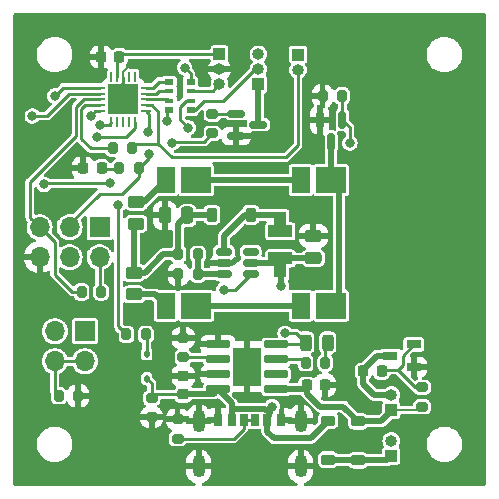
<source format=gbr>
%TF.GenerationSoftware,KiCad,Pcbnew,(7.0.0)*%
%TF.CreationDate,2024-01-31T21:47:27+02:00*%
%TF.ProjectId,FancyLight-V2,46616e63-794c-4696-9768-742d56322e6b,rev?*%
%TF.SameCoordinates,Original*%
%TF.FileFunction,Copper,L1,Top*%
%TF.FilePolarity,Positive*%
%FSLAX46Y46*%
G04 Gerber Fmt 4.6, Leading zero omitted, Abs format (unit mm)*
G04 Created by KiCad (PCBNEW (7.0.0)) date 2024-01-31 21:47:27*
%MOMM*%
%LPD*%
G01*
G04 APERTURE LIST*
G04 Aperture macros list*
%AMRoundRect*
0 Rectangle with rounded corners*
0 $1 Rounding radius*
0 $2 $3 $4 $5 $6 $7 $8 $9 X,Y pos of 4 corners*
0 Add a 4 corners polygon primitive as box body*
4,1,4,$2,$3,$4,$5,$6,$7,$8,$9,$2,$3,0*
0 Add four circle primitives for the rounded corners*
1,1,$1+$1,$2,$3*
1,1,$1+$1,$4,$5*
1,1,$1+$1,$6,$7*
1,1,$1+$1,$8,$9*
0 Add four rect primitives between the rounded corners*
20,1,$1+$1,$2,$3,$4,$5,0*
20,1,$1+$1,$4,$5,$6,$7,0*
20,1,$1+$1,$6,$7,$8,$9,0*
20,1,$1+$1,$8,$9,$2,$3,0*%
%AMFreePoly0*
4,1,21,0.503536,1.003536,0.505000,1.000000,0.505000,-1.000000,0.503536,-1.003536,0.500000,-1.005000,-0.500000,-1.005000,-0.503536,-1.003536,-0.505000,-1.000000,-0.505000,-0.505000,-1.600000,-0.505000,-1.603536,-0.503536,-1.605000,-0.500000,-1.605000,0.500000,-1.603536,0.503536,-1.600000,0.505000,-0.505000,0.505000,-0.505000,1.000000,-0.503536,1.003536,-0.500000,1.005000,0.500000,1.005000,
0.503536,1.003536,0.503536,1.003536,$1*%
%AMFreePoly1*
4,1,21,0.503536,1.003536,0.505000,1.000000,0.505000,0.505000,1.600000,0.505000,1.603536,0.503536,1.605000,0.500000,1.605000,-0.500000,1.603536,-0.503536,1.600000,-0.505000,0.505000,-0.505000,0.505000,-1.000000,0.503536,-1.003536,0.500000,-1.005000,-0.500000,-1.005000,-0.503536,-1.003536,-0.505000,-1.000000,-0.505000,1.000000,-0.503536,1.003536,-0.500000,1.005000,0.500000,1.005000,
0.503536,1.003536,0.503536,1.003536,$1*%
G04 Aperture macros list end*
%TA.AperFunction,SMDPad,CuDef*%
%ADD10RoundRect,0.062500X0.362500X0.062500X-0.362500X0.062500X-0.362500X-0.062500X0.362500X-0.062500X0*%
%TD*%
%TA.AperFunction,SMDPad,CuDef*%
%ADD11RoundRect,0.062500X0.062500X0.362500X-0.062500X0.362500X-0.062500X-0.362500X0.062500X-0.362500X0*%
%TD*%
%TA.AperFunction,SMDPad,CuDef*%
%ADD12R,2.600000X2.600000*%
%TD*%
%TA.AperFunction,SMDPad,CuDef*%
%ADD13RoundRect,0.243750X0.243750X0.456250X-0.243750X0.456250X-0.243750X-0.456250X0.243750X-0.456250X0*%
%TD*%
%TA.AperFunction,SMDPad,CuDef*%
%ADD14RoundRect,0.225000X-0.225000X-0.250000X0.225000X-0.250000X0.225000X0.250000X-0.225000X0.250000X0*%
%TD*%
%TA.AperFunction,SMDPad,CuDef*%
%ADD15RoundRect,0.200000X0.275000X-0.200000X0.275000X0.200000X-0.275000X0.200000X-0.275000X-0.200000X0*%
%TD*%
%TA.AperFunction,ComponentPad*%
%ADD16R,1.000000X1.000000*%
%TD*%
%TA.AperFunction,ComponentPad*%
%ADD17O,1.000000X1.000000*%
%TD*%
%TA.AperFunction,SMDPad,CuDef*%
%ADD18RoundRect,0.200000X0.200000X0.275000X-0.200000X0.275000X-0.200000X-0.275000X0.200000X-0.275000X0*%
%TD*%
%TA.AperFunction,SMDPad,CuDef*%
%ADD19RoundRect,0.250000X0.450000X-0.262500X0.450000X0.262500X-0.450000X0.262500X-0.450000X-0.262500X0*%
%TD*%
%TA.AperFunction,SMDPad,CuDef*%
%ADD20RoundRect,0.200000X-0.200000X-0.275000X0.200000X-0.275000X0.200000X0.275000X-0.200000X0.275000X0*%
%TD*%
%TA.AperFunction,SMDPad,CuDef*%
%ADD21RoundRect,0.218750X-0.218750X-0.256250X0.218750X-0.256250X0.218750X0.256250X-0.218750X0.256250X0*%
%TD*%
%TA.AperFunction,SMDPad,CuDef*%
%ADD22R,2.500000X2.200000*%
%TD*%
%TA.AperFunction,SMDPad,CuDef*%
%ADD23R,1.550000X2.200000*%
%TD*%
%TA.AperFunction,ComponentPad*%
%ADD24R,1.700000X1.700000*%
%TD*%
%TA.AperFunction,ComponentPad*%
%ADD25O,1.700000X1.700000*%
%TD*%
%TA.AperFunction,SMDPad,CuDef*%
%ADD26RoundRect,0.225000X0.375000X-0.225000X0.375000X0.225000X-0.375000X0.225000X-0.375000X-0.225000X0*%
%TD*%
%TA.AperFunction,SMDPad,CuDef*%
%ADD27RoundRect,0.250000X-0.450000X0.262500X-0.450000X-0.262500X0.450000X-0.262500X0.450000X0.262500X0*%
%TD*%
%TA.AperFunction,SMDPad,CuDef*%
%ADD28RoundRect,0.250000X-0.475000X0.250000X-0.475000X-0.250000X0.475000X-0.250000X0.475000X0.250000X0*%
%TD*%
%TA.AperFunction,SMDPad,CuDef*%
%ADD29RoundRect,0.225000X-0.225000X-0.375000X0.225000X-0.375000X0.225000X0.375000X-0.225000X0.375000X0*%
%TD*%
%TA.AperFunction,SMDPad,CuDef*%
%ADD30RoundRect,0.150000X-0.587500X-0.150000X0.587500X-0.150000X0.587500X0.150000X-0.587500X0.150000X0*%
%TD*%
%TA.AperFunction,SMDPad,CuDef*%
%ADD31FreePoly0,90.000000*%
%TD*%
%TA.AperFunction,SMDPad,CuDef*%
%ADD32FreePoly1,90.000000*%
%TD*%
%TA.AperFunction,SMDPad,CuDef*%
%ADD33RoundRect,0.042000X-0.943000X-0.258000X0.943000X-0.258000X0.943000X0.258000X-0.943000X0.258000X0*%
%TD*%
%TA.AperFunction,SMDPad,CuDef*%
%ADD34R,2.413000X3.302000*%
%TD*%
%TA.AperFunction,SMDPad,CuDef*%
%ADD35RoundRect,0.112500X-0.112500X0.187500X-0.112500X-0.187500X0.112500X-0.187500X0.112500X0.187500X0*%
%TD*%
%TA.AperFunction,SMDPad,CuDef*%
%ADD36RoundRect,0.150000X-0.512500X-0.150000X0.512500X-0.150000X0.512500X0.150000X-0.512500X0.150000X0*%
%TD*%
%TA.AperFunction,SMDPad,CuDef*%
%ADD37RoundRect,0.250000X0.250000X0.475000X-0.250000X0.475000X-0.250000X-0.475000X0.250000X-0.475000X0*%
%TD*%
%TA.AperFunction,SMDPad,CuDef*%
%ADD38RoundRect,0.225000X0.250000X-0.225000X0.250000X0.225000X-0.250000X0.225000X-0.250000X-0.225000X0*%
%TD*%
%TA.AperFunction,SMDPad,CuDef*%
%ADD39RoundRect,0.225000X0.225000X0.250000X-0.225000X0.250000X-0.225000X-0.250000X0.225000X-0.250000X0*%
%TD*%
%TA.AperFunction,SMDPad,CuDef*%
%ADD40RoundRect,0.200000X-0.275000X0.200000X-0.275000X-0.200000X0.275000X-0.200000X0.275000X0.200000X0*%
%TD*%
%TA.AperFunction,SMDPad,CuDef*%
%ADD41RoundRect,0.150000X-0.150000X0.587500X-0.150000X-0.587500X0.150000X-0.587500X0.150000X0.587500X0*%
%TD*%
%TA.AperFunction,ComponentPad*%
%ADD42O,1.100000X1.900000*%
%TD*%
%TA.AperFunction,SMDPad,CuDef*%
%ADD43R,0.700000X1.000000*%
%TD*%
%TA.AperFunction,SMDPad,CuDef*%
%ADD44R,0.800000X1.000000*%
%TD*%
%TA.AperFunction,SMDPad,CuDef*%
%ADD45R,1.250000X0.700000*%
%TD*%
%TA.AperFunction,SMDPad,CuDef*%
%ADD46R,0.800000X0.500000*%
%TD*%
%TA.AperFunction,SMDPad,CuDef*%
%ADD47R,0.800000X0.400000*%
%TD*%
%TA.AperFunction,ViaPad*%
%ADD48C,0.800000*%
%TD*%
%TA.AperFunction,Conductor*%
%ADD49C,0.250000*%
%TD*%
%TA.AperFunction,Conductor*%
%ADD50C,0.500000*%
%TD*%
%TA.AperFunction,Conductor*%
%ADD51C,0.200000*%
%TD*%
G04 APERTURE END LIST*
D10*
%TO.P,U6,1,PA4*%
%TO.N,SCK*%
X11225000Y-8300000D03*
%TO.P,U6,2,PA3*%
%TO.N,Net-(U6-PA3)*%
X11225000Y-7800000D03*
%TO.P,U6,3,PA2*%
%TO.N,Net-(RN1-R3.1)*%
X11225000Y-7300000D03*
%TO.P,U6,4,PA1*%
%TO.N,Net-(RN1-R2.1)*%
X11225000Y-6800000D03*
%TO.P,U6,5,AREF/PA0*%
%TO.N,Net-(RN1-R1.1)*%
X11225000Y-6300000D03*
D11*
%TO.P,U6,6,NC*%
%TO.N,unconnected-(U6-NC-Pad6)*%
X10300000Y-5375000D03*
%TO.P,U6,7,NC*%
%TO.N,unconnected-(U6-NC-Pad7)*%
X9800000Y-5375000D03*
%TO.P,U6,8,GND*%
%TO.N,BAT-*%
X9300000Y-5375000D03*
%TO.P,U6,9,VCC*%
%TO.N,VBAT*%
X8800000Y-5375000D03*
%TO.P,U6,10,NC*%
%TO.N,unconnected-(U6-NC-Pad10)*%
X8300000Y-5375000D03*
D10*
%TO.P,U6,11,XTAL1/PB0*%
%TO.N,MODE2*%
X7375000Y-6300000D03*
%TO.P,U6,12,XTAL2/PB1*%
%TO.N,Net-(U6-XTAL2{slash}PB1)*%
X7375000Y-6800000D03*
%TO.P,U6,13,~{RESET}/PB3*%
%TO.N,RST*%
X7375000Y-7300000D03*
%TO.P,U6,14,PB2*%
%TO.N,SINK*%
X7375000Y-7800000D03*
%TO.P,U6,15,PA7*%
%TO.N,Net-(RN1-R4.1)*%
X7375000Y-8300000D03*
D11*
%TO.P,U6,16,PA6*%
%TO.N,MODE1*%
X8300000Y-9225000D03*
%TO.P,U6,17,NC*%
%TO.N,unconnected-(U6-NC-Pad17)*%
X8800000Y-9225000D03*
%TO.P,U6,18,NC*%
%TO.N,unconnected-(U6-NC-Pad18)*%
X9300000Y-9225000D03*
%TO.P,U6,19,NC*%
%TO.N,unconnected-(U6-NC-Pad19)*%
X9800000Y-9225000D03*
%TO.P,U6,20,PA5*%
%TO.N,MISO*%
X10300000Y-9225000D03*
D12*
%TO.P,U6,21,GND*%
%TO.N,BAT-*%
X9299999Y-7299999D03*
%TD*%
D13*
%TO.P,D6,1,K*%
%TO.N,Net-(D6-K)*%
X26612500Y-27900000D03*
%TO.P,D6,2,A*%
%TO.N,Net-(D6-A)*%
X24737500Y-27900000D03*
%TD*%
D14*
%TO.P,C4,1*%
%TO.N,BAT+*%
X24825000Y-31500000D03*
%TO.P,C4,2*%
%TO.N,BAT-*%
X26375000Y-31500000D03*
%TD*%
D15*
%TO.P,R8,1*%
%TO.N,BAT+*%
X34600000Y-33325000D03*
%TO.P,R8,2*%
%TO.N,Net-(U3-VDD)*%
X34600000Y-31675000D03*
%TD*%
D16*
%TO.P,SW1,1,A*%
%TO.N,Net-(D7-K)*%
X31999999Y-37469999D03*
D17*
%TO.P,SW1,2,B*%
%TO.N,VBAT*%
X31999999Y-36199999D03*
%TD*%
D18*
%TO.P,R11,1*%
%TO.N,PWM*%
X27825000Y-7000000D03*
%TO.P,R11,2*%
%TO.N,BAT-*%
X26175000Y-7000000D03*
%TD*%
D19*
%TO.P,R2,1*%
%TO.N,Net-(D3-A)*%
X10200000Y-23812500D03*
%TO.P,R2,2*%
%TO.N,LED_PWR*%
X10200000Y-21987500D03*
%TD*%
D20*
%TO.P,R6,1*%
%TO.N,Net-(U2-~{CHRG})*%
X24750000Y-29600000D03*
%TO.P,R6,2*%
%TO.N,Net-(D6-K)*%
X26400000Y-29600000D03*
%TD*%
D21*
%TO.P,D10,1,K*%
%TO.N,BAT-*%
X5912500Y-13100000D03*
%TO.P,D10,2,A*%
%TO.N,Net-(D10-A)*%
X7487500Y-13100000D03*
%TD*%
D22*
%TO.P,D3,1,K*%
%TO.N,Net-(D3-K)*%
X15493999Y-24764999D03*
D23*
%TO.P,D3,2,A*%
%TO.N,Net-(D3-A)*%
X12918999Y-24764999D03*
%TD*%
D24*
%TO.P,J1,1,Pin_1*%
%TO.N,MISO*%
X7299999Y-18124999D03*
D25*
%TO.P,J1,2,Pin_2*%
%TO.N,VBAT*%
X7299999Y-20664999D03*
%TO.P,J1,3,Pin_3*%
%TO.N,SCK*%
X4759999Y-18124999D03*
%TO.P,J1,4,Pin_4*%
%TO.N,MODE1*%
X4759999Y-20664999D03*
%TO.P,J1,5,Pin_5*%
%TO.N,RST*%
X2219999Y-18124999D03*
%TO.P,J1,6,Pin_6*%
%TO.N,BAT-*%
X2219999Y-20664999D03*
%TD*%
D15*
%TO.P,R9,1*%
%TO.N,BAT-*%
X11700000Y-34225000D03*
%TO.P,R9,2*%
%TO.N,Net-(D6-A)*%
X11700000Y-32575000D03*
%TD*%
D26*
%TO.P,D7,1,K*%
%TO.N,Net-(D7-K)*%
X26650000Y-37800000D03*
%TO.P,D7,2,A*%
%TO.N,Net-(D6-A)*%
X26650000Y-34500000D03*
%TD*%
D24*
%TO.P,J3,1,Pin_1*%
%TO.N,MODE1*%
X6049999Y-26924999D03*
D25*
%TO.P,J3,2,Pin_2*%
%TO.N,Net-(J3-Pin_2)*%
X6049999Y-29464999D03*
%TO.P,J3,3,Pin_3*%
%TO.N,MODE2*%
X3509999Y-26924999D03*
%TO.P,J3,4,Pin_4*%
%TO.N,Net-(J3-Pin_2)*%
X3509999Y-29464999D03*
%TD*%
D22*
%TO.P,D4,1,K*%
%TO.N,DRAIN*%
X26923999Y-24764999D03*
D23*
%TO.P,D4,2,A*%
%TO.N,Net-(D3-K)*%
X24348999Y-24764999D03*
%TD*%
D18*
%TO.P,R16,1*%
%TO.N,Net-(U6-PA3)*%
X10075000Y-11450000D03*
%TO.P,R16,2*%
%TO.N,SINK*%
X8425000Y-11450000D03*
%TD*%
D20*
%TO.P,R13,1*%
%TO.N,RST*%
X5775000Y-23600000D03*
%TO.P,R13,2*%
%TO.N,VBAT*%
X7425000Y-23600000D03*
%TD*%
D15*
%TO.P,R5,1*%
%TO.N,Net-(U2-PROG)*%
X14375000Y-29125000D03*
%TO.P,R5,2*%
%TO.N,BAT-*%
X14375000Y-27475000D03*
%TD*%
D27*
%TO.P,R1,1*%
%TO.N,Net-(D1-A)*%
X10400000Y-15987500D03*
%TO.P,R1,2*%
%TO.N,LED_PWR*%
X10400000Y-17812500D03*
%TD*%
D22*
%TO.P,D2,1,K*%
%TO.N,DRAIN*%
X26923999Y-14099999D03*
D23*
%TO.P,D2,2,A*%
%TO.N,Net-(D1-K)*%
X24348999Y-14099999D03*
%TD*%
D28*
%TO.P,C1,1*%
%TO.N,BAT-*%
X25400000Y-18850000D03*
%TO.P,C1,2*%
%TO.N,VBAT*%
X25400000Y-20750000D03*
%TD*%
D29*
%TO.P,D5,1,K*%
%TO.N,LED_PWR*%
X16809300Y-17073400D03*
%TO.P,D5,2,A*%
%TO.N,Net-(D5-A)*%
X20109300Y-17073400D03*
%TD*%
D16*
%TO.P,J2,1,Pin_1*%
%TO.N,VBAT*%
X17449999Y-3479999D03*
D17*
%TO.P,J2,2,Pin_2*%
%TO.N,BAT-*%
X17449999Y-4749999D03*
%TO.P,J2,3,Pin_3*%
%TO.N,TRIG*%
X17449999Y-6019999D03*
%TD*%
D30*
%TO.P,Q2,1,G*%
%TO.N,R_EN*%
X18875000Y-8500000D03*
%TO.P,Q2,2,S*%
%TO.N,BAT-*%
X18875000Y-10400000D03*
%TO.P,Q2,3,D*%
%TO.N,Net-(Q2-D)*%
X20750000Y-9450000D03*
%TD*%
D16*
%TO.P,R15,1*%
%TO.N,VBAT*%
X24099999Y-3499999D03*
D17*
%TO.P,R15,2*%
%TO.N,Net-(U6-PA3)*%
X24099999Y-4769999D03*
%TD*%
D18*
%TO.P,R17,1*%
%TO.N,SCK*%
X10625000Y-13100000D03*
%TO.P,R17,2*%
%TO.N,Net-(D10-A)*%
X8975000Y-13100000D03*
%TD*%
D31*
%TO.P,L1,1*%
%TO.N,VBAT*%
X22600000Y-20763400D03*
D32*
%TO.P,L1,2*%
%TO.N,Net-(D5-A)*%
X22600000Y-18463400D03*
%TD*%
D33*
%TO.P,U2,1,TEMP*%
%TO.N,BAT-*%
X17320300Y-28036800D03*
%TO.P,U2,2,PROG*%
%TO.N,Net-(U2-PROG)*%
X17320300Y-29306800D03*
%TO.P,U2,3,GND*%
%TO.N,BAT-*%
X17320300Y-30576800D03*
%TO.P,U2,4,VCC*%
%TO.N,Net-(D6-A)*%
X17320300Y-31846800D03*
%TO.P,U2,5,BAT*%
%TO.N,BAT+*%
X22270300Y-31846800D03*
%TO.P,U2,6,~{STDBY}*%
%TO.N,unconnected-(U2-~{STDBY}-Pad6)*%
X22270300Y-30576800D03*
%TO.P,U2,7,~{CHRG}*%
%TO.N,Net-(U2-~{CHRG})*%
X22270300Y-29306800D03*
%TO.P,U2,8,CE*%
%TO.N,Net-(D6-A)*%
X22270300Y-28036800D03*
D34*
%TO.P,U2,9,EP*%
%TO.N,BAT-*%
X19795299Y-29941799D03*
%TD*%
D16*
%TO.P,BT1,1,+*%
%TO.N,BAT+*%
X31999999Y-33599999D03*
D17*
%TO.P,BT1,2,-*%
%TO.N,Net-(BT1--)*%
X31999999Y-32329999D03*
%TD*%
D35*
%TO.P,D9,1,K*%
%TO.N,SENSE*%
X11300000Y-28850000D03*
%TO.P,D9,2,A*%
%TO.N,Net-(D6-A)*%
X11300000Y-30950000D03*
%TD*%
D18*
%TO.P,R3,1*%
%TO.N,Net-(U1-FB)*%
X15625000Y-22100000D03*
%TO.P,R3,2*%
%TO.N,BAT-*%
X13975000Y-22100000D03*
%TD*%
D15*
%TO.P,R7,1*%
%TO.N,Net-(USB1-CC1)*%
X13900000Y-36025000D03*
%TO.P,R7,2*%
%TO.N,BAT-*%
X13900000Y-34375000D03*
%TD*%
D36*
%TO.P,U1,1,SW*%
%TO.N,Net-(D5-A)*%
X17825000Y-20200000D03*
%TO.P,U1,2,GND*%
%TO.N,BAT-*%
X17825000Y-21150000D03*
%TO.P,U1,3,FB*%
%TO.N,Net-(U1-FB)*%
X17825000Y-22100000D03*
%TO.P,U1,4,EN*%
%TO.N,DCDC_EN*%
X20100000Y-22100000D03*
%TO.P,U1,5,IN*%
%TO.N,VBAT*%
X20100000Y-21150000D03*
%TO.P,U1,6,NC*%
%TO.N,unconnected-(U1-NC-Pad6)*%
X20100000Y-20200000D03*
%TD*%
D16*
%TO.P,U5,1,GND*%
%TO.N,Net-(Q2-D)*%
X20749999Y-6019999D03*
D17*
%TO.P,U5,2,DAT*%
%TO.N,R_TRIG*%
X20749999Y-4749999D03*
%TO.P,U5,3,VCC*%
%TO.N,VBAT*%
X20749999Y-3479999D03*
%TD*%
D37*
%TO.P,C2,1*%
%TO.N,LED_PWR*%
X14735700Y-17124200D03*
%TO.P,C2,2*%
%TO.N,BAT-*%
X12835700Y-17124200D03*
%TD*%
D22*
%TO.P,D1,1,K*%
%TO.N,Net-(D1-K)*%
X15493999Y-14099999D03*
D23*
%TO.P,D1,2,A*%
%TO.N,Net-(D1-A)*%
X12918999Y-14099999D03*
%TD*%
D38*
%TO.P,C3,1*%
%TO.N,Net-(D6-A)*%
X14375000Y-32275000D03*
%TO.P,C3,2*%
%TO.N,BAT-*%
X14375000Y-30725000D03*
%TD*%
D39*
%TO.P,C5,1*%
%TO.N,Net-(U3-VDD)*%
X31175000Y-30300000D03*
%TO.P,C5,2*%
%TO.N,Net-(BT1--)*%
X29625000Y-30300000D03*
%TD*%
D14*
%TO.P,C6,1*%
%TO.N,BAT-*%
X7425000Y-3700000D03*
%TO.P,C6,2*%
%TO.N,VBAT*%
X8975000Y-3700000D03*
%TD*%
D26*
%TO.P,D8,1,K*%
%TO.N,Net-(D7-K)*%
X29200000Y-37850000D03*
%TO.P,D8,2,A*%
%TO.N,BAT+*%
X29200000Y-34550000D03*
%TD*%
D40*
%TO.P,R12,1*%
%TO.N,R_EN*%
X16850000Y-8525000D03*
%TO.P,R12,2*%
%TO.N,MISO*%
X16850000Y-10175000D03*
%TD*%
D41*
%TO.P,Q1,1,G*%
%TO.N,PWM*%
X27850000Y-9025000D03*
%TO.P,Q1,2,S*%
%TO.N,BAT-*%
X25950000Y-9025000D03*
%TO.P,Q1,3,D*%
%TO.N,DRAIN*%
X26900000Y-10900000D03*
%TD*%
D20*
%TO.P,R14,1*%
%TO.N,Net-(U6-XTAL2{slash}PB1)*%
X9575000Y-27200000D03*
%TO.P,R14,2*%
%TO.N,SENSE*%
X11225000Y-27200000D03*
%TD*%
%TO.P,R4,1*%
%TO.N,LED_PWR*%
X13975000Y-20400000D03*
%TO.P,R4,2*%
%TO.N,Net-(U1-FB)*%
X15625000Y-20400000D03*
%TD*%
D42*
%TO.P,USB1,7,EH*%
%TO.N,BAT-*%
X15679999Y-34561999D03*
X15679999Y-38362999D03*
X24319999Y-34561999D03*
X24319999Y-38362999D03*
D43*
%TO.P,USB1,A5,CC1*%
%TO.N,Net-(USB1-CC1)*%
X19499999Y-34436999D03*
%TO.P,USB1,A9,VBUS*%
%TO.N,Net-(D6-A)*%
X21499999Y-34436999D03*
D44*
%TO.P,USB1,A12,GND*%
%TO.N,BAT-*%
X22699999Y-34436999D03*
D43*
%TO.P,USB1,B5,CC2*%
%TO.N,Net-(USB1-CC1)*%
X20499999Y-34436999D03*
%TO.P,USB1,B9,VBUS*%
%TO.N,Net-(D6-A)*%
X18499999Y-34436999D03*
D44*
%TO.P,USB1,B12,GND*%
%TO.N,BAT-*%
X17299999Y-34436999D03*
%TD*%
D18*
%TO.P,R18,1*%
%TO.N,BAT-*%
X5500000Y-32400000D03*
%TO.P,R18,2*%
%TO.N,Net-(J3-Pin_2)*%
X3850000Y-32400000D03*
%TD*%
D45*
%TO.P,U3,1,VM*%
%TO.N,BAT-*%
X33899999Y-29949999D03*
%TO.P,U3,2,VDD*%
%TO.N,Net-(U3-VDD)*%
X33899999Y-28049999D03*
%TO.P,U3,3,GND*%
%TO.N,Net-(BT1--)*%
X31899999Y-28999999D03*
%TD*%
D46*
%TO.P,RN1,1,R1.1*%
%TO.N,Net-(RN1-R1.1)*%
X13199999Y-5799999D03*
D47*
%TO.P,RN1,2,R2.1*%
%TO.N,Net-(RN1-R2.1)*%
X13199999Y-6599999D03*
%TO.P,RN1,3,R3.1*%
%TO.N,Net-(RN1-R3.1)*%
X13199999Y-7399999D03*
D46*
%TO.P,RN1,4,R4.1*%
%TO.N,Net-(RN1-R4.1)*%
X13199999Y-8199999D03*
%TO.P,RN1,5,R4.2*%
%TO.N,R_TRIG*%
X14999999Y-8199999D03*
D47*
%TO.P,RN1,6,R3.2*%
%TO.N,PWM*%
X14999999Y-7399999D03*
%TO.P,RN1,7,R2.2*%
%TO.N,TRIG*%
X14999999Y-6599999D03*
D46*
%TO.P,RN1,8,R1.2*%
%TO.N,DCDC_EN*%
X14999999Y-5799999D03*
%TD*%
D48*
%TO.N,BAT-*%
X19800000Y-19000000D03*
X28700000Y-19700000D03*
X28700000Y-18300000D03*
X11400000Y-20100000D03*
X22200000Y-7500000D03*
X30300000Y-18300000D03*
X12300000Y-22700000D03*
X21900000Y-15200000D03*
X19500000Y-15200000D03*
X16500000Y-19000000D03*
X10125000Y-8125000D03*
X28700000Y-21100000D03*
X30300000Y-21100000D03*
X8425000Y-6425000D03*
X22200000Y-10600000D03*
X30300000Y-16900000D03*
X28700000Y-16900000D03*
X4400000Y-13100000D03*
X11000000Y-4300000D03*
X10100000Y-6400000D03*
X30300000Y-19700000D03*
X25200000Y-16700000D03*
X15200000Y-19000000D03*
X12200000Y-19000000D03*
%TO.N,Net-(D6-A)*%
X21900000Y-33300000D03*
X23000000Y-27100000D03*
%TO.N,VBAT*%
X22700000Y-23100000D03*
%TO.N,MISO*%
X13462652Y-10962652D03*
X7100000Y-10500000D03*
%TO.N,SCK*%
X11400000Y-10100000D03*
X11500000Y-11900000D03*
%TO.N,MODE1*%
X7350000Y-9450000D03*
%TO.N,PWM*%
X28500000Y-11000000D03*
X14800000Y-9700000D03*
%TO.N,DCDC_EN*%
X14500000Y-4600000D03*
X17800000Y-23400000D03*
%TO.N,MODE2*%
X3500000Y-7000000D03*
%TO.N,Net-(U6-XTAL2{slash}PB1)*%
X1600000Y-8700000D03*
X2600000Y-14500000D03*
X8900000Y-16200000D03*
X8200000Y-14400000D03*
%TO.N,Net-(RN1-R4.1)*%
X6575000Y-8725000D03*
X13050000Y-9150000D03*
%TD*%
D49*
%TO.N,Net-(U3-VDD)*%
X32525000Y-30200000D02*
X32950000Y-29775000D01*
X32950000Y-29775000D02*
X32950000Y-29000000D01*
X32950000Y-29000000D02*
X33900000Y-28050000D01*
D50*
%TO.N,BAT+*%
X27950000Y-33300000D02*
X29200000Y-34550000D01*
D49*
X24878200Y-31846800D02*
X24925000Y-31800000D01*
D50*
X24900000Y-31575000D02*
X24825000Y-31500000D01*
X32000000Y-33700000D02*
X32000000Y-33600000D01*
D51*
X34600000Y-33325000D02*
X34325000Y-33600000D01*
D50*
X26000000Y-33300000D02*
X27950000Y-33300000D01*
X29200000Y-34550000D02*
X31150000Y-34550000D01*
X24900000Y-32200000D02*
X24900000Y-31575000D01*
X24900000Y-32200000D02*
X26000000Y-33300000D01*
X24925000Y-31800000D02*
X22317100Y-31800000D01*
D51*
X34325000Y-33600000D02*
X32000000Y-33600000D01*
D50*
X31150000Y-34550000D02*
X32000000Y-33700000D01*
X22317100Y-31800000D02*
X22270300Y-31846800D01*
%TO.N,Net-(BT1--)*%
X29625000Y-31425000D02*
X29625000Y-30175000D01*
X29625000Y-30175000D02*
X30800000Y-29000000D01*
X30800000Y-29000000D02*
X31900000Y-29000000D01*
X30530000Y-32330000D02*
X29625000Y-31425000D01*
X32100000Y-32330000D02*
X30530000Y-32330000D01*
D51*
%TO.N,BAT-*%
X9300000Y-4937348D02*
X9300000Y-5375000D01*
D50*
X18550000Y-21150000D02*
X18900000Y-20800000D01*
D51*
X11000000Y-4300000D02*
X9937348Y-4300000D01*
X9937348Y-4300000D02*
X9300000Y-4937348D01*
D50*
X17825000Y-21150000D02*
X18550000Y-21150000D01*
%TO.N,DRAIN*%
X27600000Y-24089000D02*
X27600000Y-14773000D01*
X26924000Y-24765000D02*
X27600000Y-24089000D01*
X26924000Y-14100000D02*
X26924000Y-10924000D01*
X26924000Y-10924000D02*
X26900000Y-10900000D01*
%TO.N,LED_PWR*%
X13975000Y-20400000D02*
X13975000Y-17884900D01*
X11112500Y-21987500D02*
X12700000Y-20400000D01*
X12700000Y-20400000D02*
X13975000Y-20400000D01*
X10200000Y-21987500D02*
X11112500Y-21987500D01*
X10200000Y-21987500D02*
X10200000Y-18012500D01*
X16809300Y-17073400D02*
X14786500Y-17073400D01*
X14786500Y-17073400D02*
X14735700Y-17124200D01*
X10200000Y-18012500D02*
X10400000Y-17812500D01*
X13975000Y-17884900D02*
X14735700Y-17124200D01*
%TO.N,Net-(D6-A)*%
X18500000Y-33026500D02*
X17320300Y-31846800D01*
D49*
X12000000Y-32275000D02*
X11700000Y-32575000D01*
D50*
X16967100Y-32200000D02*
X14450000Y-32200000D01*
X21500000Y-34437000D02*
X21500000Y-35437000D01*
X18500000Y-34437000D02*
X18500000Y-33687000D01*
D49*
X23000000Y-27100000D02*
X23937500Y-27100000D01*
D50*
X21900000Y-33300000D02*
X21500000Y-34437000D01*
X18500000Y-34437000D02*
X18500000Y-33026500D01*
X17320300Y-31846800D02*
X16967100Y-32200000D01*
D49*
X24600700Y-28036800D02*
X22270300Y-28036800D01*
D50*
X18700000Y-33487000D02*
X21300000Y-33487000D01*
D49*
X14375000Y-32275000D02*
X12000000Y-32275000D01*
X24737500Y-27900000D02*
X24600700Y-28036800D01*
D50*
X22025000Y-35962000D02*
X25188000Y-35962000D01*
X25188000Y-35962000D02*
X26650000Y-34500000D01*
D49*
X23937500Y-27100000D02*
X24737500Y-27900000D01*
D50*
X21300000Y-33487000D02*
X21500000Y-33687000D01*
D49*
X11700000Y-32575000D02*
X11700000Y-31350000D01*
X11700000Y-31350000D02*
X11300000Y-30950000D01*
D50*
X21500000Y-33687000D02*
X21900000Y-33300000D01*
X18500000Y-33687000D02*
X18700000Y-33487000D01*
X21500000Y-35437000D02*
X22025000Y-35962000D01*
X14450000Y-32200000D02*
X14375000Y-32275000D01*
%TO.N,VBAT*%
X22390700Y-21150000D02*
X22777300Y-20763400D01*
X22777300Y-20763400D02*
X25386600Y-20763400D01*
X22700000Y-20840700D02*
X22777300Y-20763400D01*
D49*
X7300000Y-20940000D02*
X7025000Y-20665000D01*
X8800000Y-3875000D02*
X8975000Y-3700000D01*
X8800000Y-5375000D02*
X8800000Y-3875000D01*
D50*
X25386600Y-20763400D02*
X25400000Y-20750000D01*
D49*
X9195000Y-3480000D02*
X8975000Y-3700000D01*
X17450000Y-3480000D02*
X9195000Y-3480000D01*
X7300000Y-23475000D02*
X7300000Y-20940000D01*
X7425000Y-23600000D02*
X7300000Y-23475000D01*
D50*
X22700000Y-23100000D02*
X22700000Y-20840700D01*
X20100000Y-21150000D02*
X22390700Y-21150000D01*
D49*
%TO.N,Net-(U3-VDD)*%
X31475000Y-30200000D02*
X32525000Y-30200000D01*
X31175000Y-30500000D02*
X31475000Y-30200000D01*
X34600000Y-31675000D02*
X34000000Y-31675000D01*
X32525000Y-30200000D02*
X32950000Y-30625000D01*
X34000000Y-31675000D02*
X32950000Y-30625000D01*
D50*
%TO.N,Net-(D1-K)*%
X24349000Y-14097000D02*
X15494000Y-14097000D01*
%TO.N,Net-(D1-A)*%
X10400000Y-15987500D02*
X11028500Y-15987500D01*
X11028500Y-15987500D02*
X12919000Y-14097000D01*
%TO.N,Net-(D3-K)*%
X15494000Y-24765000D02*
X24349000Y-24765000D01*
%TO.N,Net-(D3-A)*%
X11966500Y-23812500D02*
X12919000Y-24765000D01*
X10200000Y-23812500D02*
X11966500Y-23812500D01*
%TO.N,Net-(D5-A)*%
X22573400Y-17073400D02*
X20109300Y-17073400D01*
X19626600Y-17073400D02*
X17825000Y-18875000D01*
X20109300Y-17073400D02*
X19626600Y-17073400D01*
X22777300Y-17277300D02*
X22573400Y-17073400D01*
X17825000Y-18875000D02*
X17825000Y-20200000D01*
X22777300Y-18463400D02*
X22777300Y-17277300D01*
D49*
%TO.N,Net-(D6-K)*%
X26400000Y-28112500D02*
X26612500Y-27900000D01*
X26400000Y-29900000D02*
X26400000Y-28112500D01*
D50*
%TO.N,Net-(D7-K)*%
X31620000Y-37850000D02*
X32000000Y-37470000D01*
X29200000Y-37850000D02*
X31620000Y-37850000D01*
X29150000Y-37800000D02*
X29200000Y-37850000D01*
X26650000Y-37800000D02*
X29150000Y-37800000D01*
%TO.N,Net-(U1-FB)*%
X17825000Y-22100000D02*
X15625000Y-22100000D01*
X15625000Y-22100000D02*
X15625000Y-20400000D01*
D49*
%TO.N,Net-(U2-PROG)*%
X17138500Y-29125000D02*
X17320300Y-29306800D01*
X14375000Y-29125000D02*
X17138500Y-29125000D01*
%TO.N,Net-(U2-~{CHRG})*%
X24456800Y-29306800D02*
X24750000Y-29600000D01*
X22270300Y-29306800D02*
X24456800Y-29306800D01*
%TO.N,MISO*%
X10300000Y-9225000D02*
X10300000Y-9698008D01*
X10300000Y-9698008D02*
X9548008Y-10450000D01*
X16125000Y-10900000D02*
X16850000Y-10175000D01*
X13525304Y-10900000D02*
X16125000Y-10900000D01*
X9548008Y-10450000D02*
X7050000Y-10450000D01*
X13462652Y-10962652D02*
X13525304Y-10900000D01*
%TO.N,SCK*%
X11451207Y-11949500D02*
X11451207Y-12273793D01*
X11450000Y-8525000D02*
X11225000Y-8300000D01*
X7310000Y-15300000D02*
X4485000Y-18125000D01*
X11451207Y-12273793D02*
X10625000Y-13100000D01*
X10625000Y-13100000D02*
X10625000Y-13875000D01*
X11450000Y-10050000D02*
X11450000Y-8525000D01*
X10625000Y-13875000D02*
X9200000Y-15300000D01*
X9200000Y-15300000D02*
X7310000Y-15300000D01*
%TO.N,MODE1*%
X8075000Y-9450000D02*
X8300000Y-9225000D01*
X7350000Y-9450000D02*
X8075000Y-9450000D01*
%TO.N,RST*%
X1400000Y-17305000D02*
X2220000Y-18125000D01*
X1400000Y-14300000D02*
X1400000Y-17305000D01*
X5963604Y-7300000D02*
X5300000Y-7963604D01*
X5300000Y-7963604D02*
X5300000Y-10400000D01*
X3550000Y-22150000D02*
X3500000Y-22100000D01*
X2220000Y-18125000D02*
X3500000Y-19405000D01*
X3500000Y-19405000D02*
X3500000Y-22100000D01*
X7375000Y-7300000D02*
X5963604Y-7300000D01*
X5000000Y-23600000D02*
X3550000Y-22150000D01*
X5775000Y-23600000D02*
X5000000Y-23600000D01*
X5300000Y-10400000D02*
X1400000Y-14300000D01*
%TO.N,R_EN*%
X16850000Y-8525000D02*
X18887500Y-8525000D01*
%TO.N,PWM*%
X14600000Y-7400000D02*
X14100000Y-7900000D01*
X14100000Y-7900000D02*
X14100000Y-9000000D01*
X14100000Y-9000000D02*
X14800000Y-9700000D01*
X27850000Y-7025000D02*
X27825000Y-7000000D01*
X28500000Y-11000000D02*
X28500000Y-9675000D01*
X15000000Y-7400000D02*
X14600000Y-7400000D01*
X28500000Y-9675000D02*
X27850000Y-9025000D01*
X27850000Y-9025000D02*
X27850000Y-7025000D01*
D50*
%TO.N,Net-(Q2-D)*%
X20750000Y-6020000D02*
X20750000Y-9450000D01*
D49*
%TO.N,Net-(USB1-CC1)*%
X13900000Y-36025000D02*
X18662000Y-36025000D01*
X19500000Y-34437000D02*
X20500000Y-34437000D01*
X18662000Y-36025000D02*
X19500000Y-35187000D01*
X19500000Y-35187000D02*
X19500000Y-34437000D01*
%TO.N,Net-(RN1-R1.1)*%
X11800000Y-6300000D02*
X12300000Y-5800000D01*
X11225000Y-6300000D02*
X11800000Y-6300000D01*
X12300000Y-5800000D02*
X13200000Y-5800000D01*
%TO.N,Net-(RN1-R2.1)*%
X12100000Y-6800000D02*
X12300000Y-6600000D01*
X11225000Y-6800000D02*
X12100000Y-6800000D01*
X12300000Y-6600000D02*
X13200000Y-6600000D01*
%TO.N,R_TRIG*%
X16150000Y-7450000D02*
X17750000Y-7450000D01*
X15400000Y-8200000D02*
X16150000Y-7450000D01*
X17750000Y-7450000D02*
X20450000Y-4750000D01*
X20450000Y-4750000D02*
X20750000Y-4750000D01*
X15000000Y-8200000D02*
X15400000Y-8200000D01*
%TO.N,TRIG*%
X16870000Y-6600000D02*
X17450000Y-6020000D01*
X15000000Y-6600000D02*
X16870000Y-6600000D01*
%TO.N,DCDC_EN*%
X17800000Y-23400000D02*
X18800000Y-23400000D01*
X15000000Y-5100000D02*
X15000000Y-5800000D01*
X18800000Y-23400000D02*
X20100000Y-22100000D01*
X14500000Y-4600000D02*
X15000000Y-5100000D01*
%TO.N,SENSE*%
X11300000Y-27275000D02*
X11225000Y-27200000D01*
X11300000Y-28850000D02*
X11300000Y-27275000D01*
%TO.N,MODE2*%
X4200000Y-6300000D02*
X7375000Y-6300000D01*
X3500000Y-7000000D02*
X4200000Y-6300000D01*
%TO.N,Net-(J3-Pin_2)*%
X3850000Y-32400000D02*
X3510000Y-32060000D01*
X3510000Y-29465000D02*
X6050000Y-29465000D01*
X3510000Y-32060000D02*
X3510000Y-29465000D01*
%TO.N,Net-(U6-XTAL2{slash}PB1)*%
X2800000Y-14400000D02*
X2600000Y-14600000D01*
X8900000Y-26525000D02*
X8900000Y-16200000D01*
X2825305Y-8700000D02*
X1600000Y-8700000D01*
X8300000Y-14400000D02*
X2800000Y-14400000D01*
X7375000Y-6800000D02*
X4725305Y-6800000D01*
X9575000Y-27200000D02*
X8900000Y-26525000D01*
X4725305Y-6800000D02*
X2825305Y-8700000D01*
%TO.N,Net-(U6-PA3)*%
X12250000Y-8351992D02*
X11698008Y-7800000D01*
X13400000Y-12200000D02*
X12250000Y-11050000D01*
X23100000Y-12200000D02*
X13400000Y-12200000D01*
X11698008Y-7800000D02*
X11225000Y-7800000D01*
X24100000Y-4770000D02*
X24100000Y-11200000D01*
X12250000Y-11050000D02*
X12250000Y-8351992D01*
X24100000Y-11200000D02*
X23100000Y-12200000D01*
X10425000Y-11100000D02*
X12300000Y-11100000D01*
X10075000Y-11450000D02*
X10425000Y-11100000D01*
%TO.N,SINK*%
X8425000Y-11450000D02*
X6550000Y-11450000D01*
X6100000Y-7800000D02*
X7375000Y-7800000D01*
X6550000Y-11450000D02*
X5750000Y-10650000D01*
X5750000Y-8150000D02*
X6100000Y-7800000D01*
X5750000Y-10650000D02*
X5750000Y-8150000D01*
%TO.N,Net-(RN1-R3.1)*%
X13100000Y-7300000D02*
X13200000Y-7400000D01*
X11225000Y-7300000D02*
X13100000Y-7300000D01*
%TO.N,Net-(RN1-R4.1)*%
X13050000Y-8350000D02*
X13200000Y-8200000D01*
X7375000Y-8300000D02*
X6900000Y-8300000D01*
X13050000Y-9150000D02*
X13050000Y-8350000D01*
X6900000Y-8300000D02*
X6550000Y-8750000D01*
%TO.N,Net-(D10-A)*%
X8925000Y-13150000D02*
X8975000Y-13100000D01*
X7437500Y-13150000D02*
X8925000Y-13150000D01*
%TD*%
%TA.AperFunction,Conductor*%
%TO.N,BAT-*%
G36*
X13374802Y-20913805D02*
G01*
X13418691Y-20950867D01*
X13447327Y-20989668D01*
X13447330Y-20989671D01*
X13452850Y-20997150D01*
X13460330Y-21002670D01*
X13466897Y-21009237D01*
X13465377Y-21010756D01*
X13494497Y-21046051D01*
X13506420Y-21105078D01*
X13489129Y-21162761D01*
X13446702Y-21205496D01*
X13346545Y-21266043D01*
X13334822Y-21275228D01*
X13225228Y-21384822D01*
X13216045Y-21396543D01*
X13135864Y-21529179D01*
X13129748Y-21542767D01*
X13083361Y-21691627D01*
X13080815Y-21704431D01*
X13075255Y-21765615D01*
X13075000Y-21771244D01*
X13075000Y-21833674D01*
X13078450Y-21846549D01*
X13091326Y-21850000D01*
X14101000Y-21850000D01*
X14163000Y-21866613D01*
X14208387Y-21912000D01*
X14225000Y-21974000D01*
X14225000Y-23058673D01*
X14228450Y-23071548D01*
X14238856Y-23074337D01*
X14295570Y-23069184D01*
X14308369Y-23066638D01*
X14457232Y-23020251D01*
X14470820Y-23014135D01*
X14603456Y-22933954D01*
X14615177Y-22924771D01*
X14724771Y-22815177D01*
X14733954Y-22803456D01*
X14814135Y-22670820D01*
X14820247Y-22657239D01*
X14822584Y-22649742D01*
X14859411Y-22593226D01*
X14920374Y-22564351D01*
X14987432Y-22571661D01*
X15040739Y-22612992D01*
X15102850Y-22697150D01*
X15152309Y-22733652D01*
X15187403Y-22759553D01*
X15212118Y-22777793D01*
X15340301Y-22822646D01*
X15370734Y-22825500D01*
X15876373Y-22825500D01*
X15879266Y-22825500D01*
X15909699Y-22822646D01*
X16037882Y-22777793D01*
X16147150Y-22697150D01*
X16163306Y-22675260D01*
X16181309Y-22650867D01*
X16225198Y-22613805D01*
X16281079Y-22600500D01*
X17088448Y-22600500D01*
X17144742Y-22614014D01*
X17187196Y-22635646D01*
X17280981Y-22650500D01*
X17338085Y-22650499D01*
X17395708Y-22664702D01*
X17440133Y-22704058D01*
X17461180Y-22759552D01*
X17454026Y-22818470D01*
X17420311Y-22867314D01*
X17315132Y-22960494D01*
X17315125Y-22960501D01*
X17309517Y-22965470D01*
X17305262Y-22971634D01*
X17305257Y-22971640D01*
X17224043Y-23089300D01*
X17224040Y-23089303D01*
X17219780Y-23095477D01*
X17217120Y-23102488D01*
X17217118Y-23102494D01*
X17167555Y-23233182D01*
X17163763Y-23243182D01*
X17162859Y-23250622D01*
X17162858Y-23250629D01*
X17150817Y-23349802D01*
X17144722Y-23400000D01*
X17145626Y-23407445D01*
X17145626Y-23409431D01*
X17132111Y-23465726D01*
X17094511Y-23509749D01*
X17041024Y-23531904D01*
X16983308Y-23527362D01*
X16933945Y-23497112D01*
X16931384Y-23494551D01*
X16924601Y-23484399D01*
X16841740Y-23429034D01*
X16829762Y-23426651D01*
X16829759Y-23426650D01*
X16774653Y-23415689D01*
X16774649Y-23415688D01*
X16768674Y-23414500D01*
X14219326Y-23414500D01*
X14213351Y-23415688D01*
X14213346Y-23415689D01*
X14158240Y-23426650D01*
X14158235Y-23426651D01*
X14146260Y-23429034D01*
X14136105Y-23435819D01*
X14136103Y-23435820D01*
X14073551Y-23477615D01*
X14073548Y-23477617D01*
X14063399Y-23484399D01*
X14056645Y-23494506D01*
X14001094Y-23526580D01*
X13936906Y-23526580D01*
X13881354Y-23494506D01*
X13874601Y-23484399D01*
X13791740Y-23429034D01*
X13779762Y-23426651D01*
X13779759Y-23426650D01*
X13724653Y-23415689D01*
X13724649Y-23415688D01*
X13718674Y-23414500D01*
X13712579Y-23414500D01*
X12316547Y-23414500D01*
X12281610Y-23409476D01*
X12249504Y-23394813D01*
X12246576Y-23392931D01*
X12239873Y-23387123D01*
X12231807Y-23383439D01*
X12224345Y-23378643D01*
X12224407Y-23378546D01*
X12223767Y-23378166D01*
X12223712Y-23378268D01*
X12215931Y-23374019D01*
X12208831Y-23368704D01*
X12200523Y-23365605D01*
X12200521Y-23365604D01*
X12162290Y-23351345D01*
X12154113Y-23347957D01*
X12117027Y-23331020D01*
X12117024Y-23331019D01*
X12108957Y-23327335D01*
X12100176Y-23326072D01*
X12091671Y-23323575D01*
X12091703Y-23323464D01*
X12090979Y-23323279D01*
X12090955Y-23323392D01*
X12082289Y-23321506D01*
X12073983Y-23318409D01*
X12065142Y-23317776D01*
X12065140Y-23317776D01*
X12024446Y-23314865D01*
X12015655Y-23313920D01*
X12002299Y-23312000D01*
X11997870Y-23312000D01*
X11988808Y-23312000D01*
X11979961Y-23311684D01*
X11939273Y-23308773D01*
X11939267Y-23308773D01*
X11930427Y-23308141D01*
X11921762Y-23310025D01*
X11912914Y-23310659D01*
X11912905Y-23310543D01*
X11899356Y-23312000D01*
X11159108Y-23312000D01*
X11103604Y-23298884D01*
X11059841Y-23262311D01*
X11012858Y-23199550D01*
X11007546Y-23192454D01*
X10892331Y-23106204D01*
X10799416Y-23071549D01*
X10764752Y-23058620D01*
X10764750Y-23058619D01*
X10757483Y-23055909D01*
X10749770Y-23055079D01*
X10749767Y-23055079D01*
X10701180Y-23049855D01*
X10701169Y-23049854D01*
X10697873Y-23049500D01*
X10694550Y-23049500D01*
X9705439Y-23049500D01*
X9705420Y-23049500D01*
X9702128Y-23049501D01*
X9698850Y-23049853D01*
X9698838Y-23049854D01*
X9650231Y-23055079D01*
X9650225Y-23055080D01*
X9642517Y-23055909D01*
X9635252Y-23058618D01*
X9635246Y-23058620D01*
X9515980Y-23103104D01*
X9515978Y-23103104D01*
X9507669Y-23106204D01*
X9500572Y-23111516D01*
X9500568Y-23111519D01*
X9473811Y-23131550D01*
X9410553Y-23155789D01*
X9343996Y-23143167D01*
X9294005Y-23097450D01*
X9275500Y-23032283D01*
X9275500Y-22767717D01*
X9294005Y-22702550D01*
X9343996Y-22656833D01*
X9410553Y-22644211D01*
X9473811Y-22668450D01*
X9507669Y-22693796D01*
X9642517Y-22744091D01*
X9702127Y-22750500D01*
X10697872Y-22750499D01*
X10757483Y-22744091D01*
X10892331Y-22693796D01*
X11007546Y-22607546D01*
X11060455Y-22536868D01*
X11100297Y-22502347D01*
X11148332Y-22488246D01*
X11148297Y-22488000D01*
X11148299Y-22488000D01*
X11161662Y-22486078D01*
X11170449Y-22485133D01*
X11219983Y-22481591D01*
X11228293Y-22478490D01*
X11236960Y-22476606D01*
X11236984Y-22476720D01*
X11237702Y-22476537D01*
X11237669Y-22476425D01*
X11246175Y-22473927D01*
X11254957Y-22472665D01*
X11300147Y-22452026D01*
X11308287Y-22448655D01*
X11354831Y-22431296D01*
X11358227Y-22428753D01*
X13075001Y-22428753D01*
X13075256Y-22434386D01*
X13080815Y-22495570D01*
X13083361Y-22508369D01*
X13129748Y-22657232D01*
X13135864Y-22670820D01*
X13216045Y-22803456D01*
X13225228Y-22815177D01*
X13334822Y-22924771D01*
X13346543Y-22933954D01*
X13479179Y-23014135D01*
X13492767Y-23020251D01*
X13641627Y-23066638D01*
X13654431Y-23069184D01*
X13711143Y-23074338D01*
X13721549Y-23071549D01*
X13725000Y-23058674D01*
X13725000Y-22366326D01*
X13721549Y-22353450D01*
X13708674Y-22350000D01*
X13091327Y-22350000D01*
X13078451Y-22353450D01*
X13075001Y-22366326D01*
X13075001Y-22428753D01*
X11358227Y-22428753D01*
X11361933Y-22425978D01*
X11369719Y-22421728D01*
X11369774Y-22421830D01*
X11370408Y-22421454D01*
X11370345Y-22421355D01*
X11377801Y-22416562D01*
X11385873Y-22412877D01*
X11423403Y-22380355D01*
X11430275Y-22374818D01*
X11441093Y-22366721D01*
X11450642Y-22357170D01*
X11457104Y-22351153D01*
X11494643Y-22318628D01*
X11499437Y-22311167D01*
X11505249Y-22304461D01*
X11505336Y-22304536D01*
X11513882Y-22293930D01*
X12870994Y-20936819D01*
X12911223Y-20909939D01*
X12958676Y-20900500D01*
X13318921Y-20900500D01*
X13374802Y-20913805D01*
G37*
%TD.AperFunction*%
%TA.AperFunction,Conductor*%
G36*
X23261500Y-14614113D02*
G01*
X23306887Y-14659500D01*
X23323500Y-14721500D01*
X23323500Y-15224674D01*
X23324688Y-15230649D01*
X23324689Y-15230653D01*
X23335650Y-15285759D01*
X23335651Y-15285762D01*
X23338034Y-15297740D01*
X23393399Y-15380601D01*
X23476260Y-15435966D01*
X23549326Y-15450500D01*
X25142579Y-15450500D01*
X25148674Y-15450500D01*
X25221740Y-15435966D01*
X25304601Y-15380601D01*
X25311354Y-15370493D01*
X25366906Y-15338420D01*
X25431094Y-15338420D01*
X25486645Y-15370493D01*
X25493399Y-15380601D01*
X25576260Y-15435966D01*
X25649326Y-15450500D01*
X26975500Y-15450500D01*
X27037500Y-15467113D01*
X27082887Y-15512500D01*
X27099500Y-15574500D01*
X27099500Y-23290500D01*
X27082887Y-23352500D01*
X27037500Y-23397887D01*
X26975500Y-23414500D01*
X25649326Y-23414500D01*
X25643351Y-23415688D01*
X25643346Y-23415689D01*
X25588240Y-23426650D01*
X25588235Y-23426651D01*
X25576260Y-23429034D01*
X25566105Y-23435819D01*
X25566103Y-23435820D01*
X25503551Y-23477615D01*
X25503548Y-23477617D01*
X25493399Y-23484399D01*
X25486645Y-23494506D01*
X25431094Y-23526580D01*
X25366906Y-23526580D01*
X25311354Y-23494506D01*
X25304601Y-23484399D01*
X25221740Y-23429034D01*
X25209762Y-23426651D01*
X25209759Y-23426650D01*
X25154653Y-23415689D01*
X25154649Y-23415688D01*
X25148674Y-23414500D01*
X23549326Y-23414500D01*
X23543351Y-23415688D01*
X23543346Y-23415689D01*
X23476260Y-23429034D01*
X23475763Y-23426536D01*
X23440205Y-23432269D01*
X23385688Y-23415087D01*
X23344670Y-23375275D01*
X23325869Y-23321294D01*
X23332409Y-23271268D01*
X23331782Y-23271114D01*
X23333160Y-23265520D01*
X23333278Y-23264619D01*
X23336237Y-23256818D01*
X23355278Y-23100000D01*
X23336237Y-22943182D01*
X23280220Y-22795477D01*
X23237542Y-22733647D01*
X23216181Y-22675260D01*
X23225847Y-22613838D01*
X23259804Y-22570349D01*
X23259310Y-22569855D01*
X23259310Y-22569854D01*
X23306459Y-22522705D01*
X23339797Y-22464957D01*
X23341382Y-22461130D01*
X23360820Y-22363410D01*
X23360408Y-22361338D01*
X23360408Y-21647808D01*
X23377021Y-21585808D01*
X23422408Y-21540421D01*
X23484408Y-21523808D01*
X23597928Y-21523808D01*
X23600000Y-21524220D01*
X23697712Y-21504790D01*
X23698707Y-21504378D01*
X23698732Y-21504368D01*
X23701564Y-21503195D01*
X23759310Y-21469855D01*
X23806459Y-21422705D01*
X23839797Y-21364957D01*
X23841382Y-21361130D01*
X23842571Y-21355149D01*
X23843555Y-21351908D01*
X23868987Y-21306143D01*
X23911040Y-21274953D01*
X23962217Y-21263900D01*
X24435281Y-21263900D01*
X24490785Y-21277016D01*
X24534548Y-21313589D01*
X24547969Y-21331518D01*
X24567454Y-21357546D01*
X24682669Y-21443796D01*
X24817517Y-21494091D01*
X24877127Y-21500500D01*
X25922872Y-21500499D01*
X25982483Y-21494091D01*
X26117331Y-21443796D01*
X26232546Y-21357546D01*
X26318796Y-21242331D01*
X26369091Y-21107483D01*
X26375500Y-21047873D01*
X26375499Y-20452128D01*
X26369091Y-20392517D01*
X26318796Y-20257669D01*
X26232546Y-20142454D01*
X26181298Y-20104090D01*
X26124431Y-20061519D01*
X26124430Y-20061518D01*
X26117331Y-20056204D01*
X26109021Y-20053104D01*
X26109020Y-20053104D01*
X26097526Y-20048817D01*
X26047709Y-20014479D01*
X26020070Y-19960655D01*
X26021191Y-19900161D01*
X26050805Y-19847398D01*
X26101860Y-19814930D01*
X26187265Y-19786630D01*
X26200266Y-19780567D01*
X26337194Y-19696109D01*
X26348455Y-19687205D01*
X26462205Y-19573455D01*
X26471109Y-19562194D01*
X26555567Y-19425266D01*
X26561629Y-19412267D01*
X26612375Y-19259125D01*
X26615194Y-19245958D01*
X26624680Y-19153109D01*
X26625000Y-19146832D01*
X26625000Y-19116326D01*
X26621549Y-19103450D01*
X26608674Y-19100000D01*
X24191327Y-19100000D01*
X24178451Y-19103450D01*
X24175001Y-19116326D01*
X24175001Y-19146829D01*
X24175321Y-19153111D01*
X24184805Y-19245959D01*
X24187623Y-19259122D01*
X24238370Y-19412267D01*
X24244432Y-19425266D01*
X24328890Y-19562194D01*
X24337794Y-19573455D01*
X24451544Y-19687205D01*
X24462805Y-19696109D01*
X24599733Y-19780567D01*
X24612734Y-19786630D01*
X24698139Y-19814930D01*
X24749194Y-19847398D01*
X24778808Y-19900160D01*
X24779929Y-19960654D01*
X24752291Y-20014478D01*
X24702475Y-20048816D01*
X24690981Y-20053103D01*
X24690976Y-20053105D01*
X24682669Y-20056204D01*
X24675572Y-20061516D01*
X24675568Y-20061519D01*
X24574550Y-20137141D01*
X24574546Y-20137144D01*
X24567454Y-20142454D01*
X24562144Y-20149546D01*
X24562137Y-20149554D01*
X24514484Y-20213211D01*
X24470722Y-20249784D01*
X24415218Y-20262900D01*
X23962217Y-20262900D01*
X23911040Y-20251847D01*
X23868987Y-20220657D01*
X23843555Y-20174892D01*
X23842571Y-20171650D01*
X23841382Y-20165670D01*
X23839797Y-20161843D01*
X23806459Y-20104095D01*
X23759310Y-20056945D01*
X23713207Y-20030327D01*
X23705084Y-20025637D01*
X23705078Y-20025634D01*
X23701564Y-20023605D01*
X23698732Y-20022432D01*
X23698707Y-20022422D01*
X23697712Y-20022010D01*
X23691521Y-20020779D01*
X23611974Y-20004961D01*
X23600000Y-20002580D01*
X23597928Y-20002992D01*
X21602062Y-20002992D01*
X21599990Y-20002580D01*
X21588015Y-20004962D01*
X21588012Y-20004962D01*
X21508238Y-20020830D01*
X21508229Y-20020832D01*
X21502270Y-20022018D01*
X21498443Y-20023603D01*
X21494930Y-20025630D01*
X21494924Y-20025634D01*
X21447738Y-20052874D01*
X21447732Y-20052878D01*
X21440695Y-20056941D01*
X21434947Y-20062688D01*
X21434944Y-20062691D01*
X21399295Y-20098339D01*
X21399291Y-20098343D01*
X21393545Y-20104090D01*
X21389480Y-20111130D01*
X21389479Y-20111132D01*
X21362237Y-20158315D01*
X21362233Y-20158324D01*
X21360205Y-20161836D01*
X21359032Y-20164668D01*
X21359022Y-20164693D01*
X21358610Y-20165688D01*
X21357425Y-20171646D01*
X21357422Y-20171657D01*
X21341732Y-20250568D01*
X21339180Y-20263400D01*
X21339592Y-20265472D01*
X21339592Y-20272820D01*
X21339592Y-20525500D01*
X21322979Y-20587500D01*
X21277592Y-20632887D01*
X21215592Y-20649500D01*
X21110613Y-20649500D01*
X21054319Y-20635985D01*
X21010296Y-20598387D01*
X20988140Y-20544900D01*
X20992681Y-20487185D01*
X20993717Y-20483996D01*
X20998146Y-20475304D01*
X21013000Y-20381519D01*
X21012999Y-20018482D01*
X20998146Y-19924696D01*
X20991112Y-19910892D01*
X20959645Y-19849134D01*
X20940550Y-19811658D01*
X20850842Y-19721950D01*
X20737804Y-19664354D01*
X20728167Y-19662827D01*
X20728162Y-19662826D01*
X20648839Y-19650263D01*
X20648833Y-19650262D01*
X20644019Y-19649500D01*
X20639140Y-19649500D01*
X19560852Y-19649500D01*
X19560839Y-19649500D01*
X19555982Y-19649501D01*
X19551180Y-19650261D01*
X19551173Y-19650262D01*
X19471831Y-19662828D01*
X19471830Y-19662828D01*
X19462196Y-19664354D01*
X19453510Y-19668779D01*
X19453503Y-19668782D01*
X19357853Y-19717519D01*
X19357849Y-19717521D01*
X19349158Y-19721950D01*
X19342259Y-19728848D01*
X19342256Y-19728851D01*
X19266351Y-19804756D01*
X19266348Y-19804759D01*
X19259450Y-19811658D01*
X19255021Y-19820349D01*
X19255019Y-19820353D01*
X19208195Y-19912251D01*
X19201854Y-19924696D01*
X19200327Y-19934330D01*
X19200326Y-19934337D01*
X19187763Y-20013660D01*
X19187762Y-20013667D01*
X19187000Y-20018481D01*
X19187000Y-20023358D01*
X19187000Y-20023359D01*
X19187000Y-20376647D01*
X19187000Y-20376659D01*
X19187001Y-20381518D01*
X19187761Y-20386320D01*
X19187762Y-20386326D01*
X19197663Y-20448838D01*
X19201854Y-20475304D01*
X19206280Y-20483991D01*
X19206282Y-20483996D01*
X19220703Y-20512298D01*
X19259450Y-20588342D01*
X19266348Y-20595240D01*
X19271343Y-20602115D01*
X19292315Y-20649219D01*
X19292315Y-20700781D01*
X19271343Y-20747885D01*
X19266347Y-20754760D01*
X19259450Y-20761658D01*
X19255021Y-20770349D01*
X19255021Y-20770350D01*
X19201854Y-20874696D01*
X19199058Y-20873271D01*
X19175274Y-20910412D01*
X19120286Y-20939917D01*
X19057890Y-20938903D01*
X19003890Y-20907627D01*
X18971961Y-20854010D01*
X18940956Y-20747289D01*
X18934810Y-20733087D01*
X18859155Y-20605161D01*
X18849664Y-20592925D01*
X18769038Y-20512299D01*
X18738788Y-20462936D01*
X18734246Y-20405219D01*
X18738000Y-20381519D01*
X18737999Y-20018482D01*
X18723146Y-19924696D01*
X18716112Y-19910892D01*
X18684645Y-19849134D01*
X18665550Y-19811658D01*
X18575842Y-19721950D01*
X18462804Y-19664354D01*
X18430099Y-19659174D01*
X18376616Y-19637021D01*
X18339015Y-19592997D01*
X18325500Y-19536702D01*
X18325500Y-19133676D01*
X18334939Y-19086223D01*
X18361819Y-19045995D01*
X18640297Y-18767517D01*
X19514151Y-17893661D01*
X19558499Y-17865161D01*
X19610682Y-17857660D01*
X19653947Y-17870367D01*
X19654074Y-17870028D01*
X19662383Y-17873127D01*
X19774917Y-17915101D01*
X19774918Y-17915101D01*
X19782186Y-17917812D01*
X19838815Y-17923900D01*
X20379784Y-17923899D01*
X20436414Y-17917812D01*
X20564526Y-17870028D01*
X20673987Y-17788087D01*
X20755928Y-17678626D01*
X20764901Y-17654566D01*
X20791341Y-17612330D01*
X20832271Y-17583912D01*
X20881084Y-17573900D01*
X21324373Y-17573900D01*
X21380668Y-17587415D01*
X21424691Y-17625015D01*
X21446846Y-17678502D01*
X21442304Y-17736218D01*
X21412054Y-17785581D01*
X21399295Y-17798339D01*
X21399291Y-17798343D01*
X21393545Y-17804090D01*
X21389480Y-17811130D01*
X21389479Y-17811132D01*
X21362237Y-17858315D01*
X21362233Y-17858324D01*
X21360205Y-17861836D01*
X21359032Y-17864668D01*
X21359022Y-17864693D01*
X21358610Y-17865688D01*
X21357425Y-17871646D01*
X21357422Y-17871657D01*
X21346922Y-17924466D01*
X21339180Y-17963400D01*
X21339592Y-17965472D01*
X21339592Y-18961328D01*
X21339180Y-18963400D01*
X21358610Y-19061112D01*
X21359022Y-19062107D01*
X21359032Y-19062132D01*
X21360205Y-19064964D01*
X21362235Y-19068480D01*
X21362237Y-19068484D01*
X21370222Y-19082314D01*
X21393545Y-19122710D01*
X21440695Y-19169859D01*
X21498443Y-19203197D01*
X21502270Y-19204782D01*
X21599990Y-19224220D01*
X21602062Y-19223808D01*
X23597928Y-19223808D01*
X23600000Y-19224220D01*
X23697712Y-19204790D01*
X23698707Y-19204378D01*
X23698732Y-19204368D01*
X23701564Y-19203195D01*
X23759310Y-19169855D01*
X23806459Y-19122705D01*
X23839797Y-19064957D01*
X23841382Y-19061130D01*
X23860820Y-18963410D01*
X23860408Y-18961338D01*
X23860408Y-18583674D01*
X24175000Y-18583674D01*
X24178450Y-18596549D01*
X24191326Y-18600000D01*
X25133674Y-18600000D01*
X25146549Y-18596549D01*
X25150000Y-18583674D01*
X25650000Y-18583674D01*
X25653450Y-18596549D01*
X25666326Y-18600000D01*
X26608673Y-18600000D01*
X26621548Y-18596549D01*
X26624999Y-18583674D01*
X26624999Y-18553171D01*
X26624678Y-18546888D01*
X26615194Y-18454040D01*
X26612376Y-18440877D01*
X26561629Y-18287732D01*
X26555567Y-18274733D01*
X26471109Y-18137805D01*
X26462205Y-18126544D01*
X26348455Y-18012794D01*
X26337194Y-18003890D01*
X26200266Y-17919432D01*
X26187267Y-17913370D01*
X26034125Y-17862624D01*
X26020958Y-17859805D01*
X25928109Y-17850319D01*
X25921832Y-17850000D01*
X25666326Y-17850000D01*
X25653450Y-17853450D01*
X25650000Y-17866326D01*
X25650000Y-18583674D01*
X25150000Y-18583674D01*
X25150000Y-17866327D01*
X25146549Y-17853451D01*
X25133674Y-17850001D01*
X24878171Y-17850001D01*
X24871888Y-17850321D01*
X24779040Y-17859805D01*
X24765877Y-17862623D01*
X24612732Y-17913370D01*
X24599733Y-17919432D01*
X24462805Y-18003890D01*
X24451544Y-18012794D01*
X24337794Y-18126544D01*
X24328890Y-18137805D01*
X24244432Y-18274733D01*
X24238370Y-18287732D01*
X24187624Y-18440874D01*
X24184805Y-18454041D01*
X24175319Y-18546890D01*
X24175000Y-18553168D01*
X24175000Y-18583674D01*
X23860408Y-18583674D01*
X23860408Y-17965462D01*
X23860820Y-17963390D01*
X23841382Y-17865670D01*
X23839797Y-17861843D01*
X23806459Y-17804095D01*
X23759310Y-17756945D01*
X23714816Y-17731256D01*
X23705084Y-17725637D01*
X23705080Y-17725635D01*
X23701564Y-17723605D01*
X23698732Y-17722432D01*
X23698707Y-17722422D01*
X23697712Y-17722010D01*
X23600000Y-17702580D01*
X23597928Y-17702992D01*
X23484408Y-17702992D01*
X23422408Y-17686379D01*
X23377021Y-17640992D01*
X23360408Y-17578992D01*
X23360408Y-16872818D01*
X23360408Y-16865462D01*
X23360820Y-16863390D01*
X23341382Y-16765670D01*
X23339797Y-16761843D01*
X23306459Y-16704095D01*
X23259310Y-16656945D01*
X23227316Y-16638473D01*
X23205084Y-16625637D01*
X23205080Y-16625635D01*
X23201564Y-16623605D01*
X23198732Y-16622432D01*
X23198707Y-16622422D01*
X23197712Y-16622010D01*
X23176188Y-16617730D01*
X23111974Y-16604961D01*
X23100000Y-16602580D01*
X23097928Y-16602992D01*
X22775145Y-16602992D01*
X22732630Y-16593743D01*
X22732433Y-16594418D01*
X22723926Y-16591920D01*
X22715857Y-16588235D01*
X22707075Y-16586972D01*
X22698571Y-16584475D01*
X22698603Y-16584364D01*
X22697879Y-16584179D01*
X22697855Y-16584292D01*
X22689189Y-16582406D01*
X22680883Y-16579309D01*
X22672042Y-16578676D01*
X22672040Y-16578676D01*
X22631346Y-16575765D01*
X22622555Y-16574820D01*
X22619035Y-16574314D01*
X22609199Y-16572900D01*
X22604770Y-16572900D01*
X22595708Y-16572900D01*
X22586861Y-16572584D01*
X22546173Y-16569673D01*
X22546167Y-16569673D01*
X22537327Y-16569041D01*
X22528662Y-16570925D01*
X22519814Y-16571559D01*
X22519805Y-16571443D01*
X22506256Y-16572900D01*
X20881084Y-16572900D01*
X20832271Y-16562888D01*
X20791341Y-16534470D01*
X20764902Y-16492234D01*
X20764096Y-16490074D01*
X20755928Y-16468174D01*
X20673987Y-16358713D01*
X20644893Y-16336934D01*
X20571626Y-16282087D01*
X20564526Y-16276772D01*
X20556219Y-16273673D01*
X20556218Y-16273673D01*
X20443682Y-16231698D01*
X20443675Y-16231696D01*
X20436414Y-16228988D01*
X20428705Y-16228159D01*
X20428700Y-16228158D01*
X20383072Y-16223253D01*
X20383065Y-16223252D01*
X20379785Y-16222900D01*
X20376474Y-16222900D01*
X19842127Y-16222900D01*
X19842108Y-16222900D01*
X19838816Y-16222901D01*
X19835539Y-16223253D01*
X19835524Y-16223254D01*
X19789897Y-16228159D01*
X19789895Y-16228159D01*
X19782186Y-16228988D01*
X19774920Y-16231697D01*
X19774920Y-16231698D01*
X19662381Y-16273673D01*
X19662377Y-16273674D01*
X19654074Y-16276772D01*
X19646976Y-16282085D01*
X19646973Y-16282087D01*
X19551712Y-16353398D01*
X19551708Y-16353401D01*
X19544613Y-16358713D01*
X19539301Y-16365808D01*
X19539298Y-16365812D01*
X19467987Y-16461073D01*
X19467985Y-16461076D01*
X19462672Y-16468174D01*
X19459574Y-16476478D01*
X19459571Y-16476485D01*
X19422237Y-16576580D01*
X19396821Y-16617730D01*
X19368065Y-16638473D01*
X19368753Y-16639544D01*
X19361289Y-16644340D01*
X19353227Y-16648023D01*
X19346530Y-16653825D01*
X19346525Y-16653829D01*
X19315707Y-16680532D01*
X19308830Y-16686074D01*
X19301560Y-16691517D01*
X19301542Y-16691532D01*
X19298007Y-16694179D01*
X19294883Y-16697302D01*
X19294878Y-16697307D01*
X19288458Y-16703727D01*
X19281985Y-16709753D01*
X19244457Y-16742272D01*
X19239664Y-16749728D01*
X19233855Y-16756433D01*
X19233767Y-16756357D01*
X19225214Y-16766970D01*
X17518570Y-18473614D01*
X17507957Y-18482167D01*
X17508033Y-18482255D01*
X17501328Y-18488064D01*
X17493872Y-18492857D01*
X17488067Y-18499555D01*
X17488066Y-18499557D01*
X17461353Y-18530385D01*
X17455327Y-18536858D01*
X17448907Y-18543278D01*
X17448902Y-18543283D01*
X17445779Y-18546407D01*
X17443132Y-18549942D01*
X17443117Y-18549960D01*
X17437674Y-18557230D01*
X17432132Y-18564107D01*
X17405429Y-18594925D01*
X17405425Y-18594930D01*
X17399623Y-18601627D01*
X17395940Y-18609689D01*
X17391144Y-18617153D01*
X17391048Y-18617091D01*
X17390667Y-18617732D01*
X17390768Y-18617787D01*
X17386519Y-18625568D01*
X17381204Y-18632669D01*
X17378105Y-18640976D01*
X17378104Y-18640979D01*
X17363852Y-18679191D01*
X17360466Y-18687366D01*
X17343518Y-18724476D01*
X17343516Y-18724482D01*
X17339835Y-18732543D01*
X17338572Y-18741319D01*
X17336075Y-18749827D01*
X17335964Y-18749794D01*
X17335779Y-18750520D01*
X17335892Y-18750545D01*
X17334007Y-18759208D01*
X17330909Y-18767517D01*
X17330276Y-18776360D01*
X17330276Y-18776362D01*
X17327365Y-18817054D01*
X17326420Y-18825843D01*
X17324500Y-18839201D01*
X17324500Y-18843630D01*
X17324500Y-18852692D01*
X17324184Y-18861539D01*
X17321273Y-18902226D01*
X17321273Y-18902231D01*
X17320641Y-18911073D01*
X17322525Y-18919737D01*
X17323159Y-18928586D01*
X17323043Y-18928594D01*
X17324500Y-18942144D01*
X17324500Y-19536701D01*
X17310985Y-19592996D01*
X17273385Y-19637019D01*
X17219897Y-19659174D01*
X17196836Y-19662826D01*
X17196828Y-19662828D01*
X17187196Y-19664354D01*
X17178510Y-19668779D01*
X17178503Y-19668782D01*
X17082853Y-19717519D01*
X17082849Y-19717521D01*
X17074158Y-19721950D01*
X17067259Y-19728848D01*
X17067256Y-19728851D01*
X16991351Y-19804756D01*
X16991348Y-19804759D01*
X16984450Y-19811658D01*
X16980021Y-19820349D01*
X16980019Y-19820353D01*
X16933195Y-19912251D01*
X16926854Y-19924696D01*
X16925327Y-19934330D01*
X16925326Y-19934337D01*
X16912763Y-20013660D01*
X16912762Y-20013667D01*
X16912000Y-20018481D01*
X16912000Y-20023358D01*
X16912000Y-20023359D01*
X16912000Y-20376647D01*
X16912000Y-20376659D01*
X16912001Y-20381518D01*
X16912761Y-20386322D01*
X16912762Y-20386324D01*
X16915755Y-20405220D01*
X16911212Y-20462935D01*
X16880963Y-20512298D01*
X16800332Y-20592929D01*
X16790844Y-20605161D01*
X16715189Y-20733087D01*
X16709041Y-20747294D01*
X16667807Y-20889223D01*
X16669213Y-20896293D01*
X16682356Y-20900000D01*
X17951000Y-20900000D01*
X18013000Y-20916613D01*
X18058387Y-20962000D01*
X18075000Y-21024000D01*
X18075000Y-21276000D01*
X18058387Y-21338000D01*
X18013000Y-21383387D01*
X17951000Y-21400000D01*
X16682356Y-21400000D01*
X16669213Y-21403706D01*
X16667807Y-21410774D01*
X16676561Y-21440906D01*
X16679466Y-21497779D01*
X16656645Y-21549952D01*
X16612909Y-21586424D01*
X16557484Y-21599500D01*
X16281079Y-21599500D01*
X16225198Y-21586195D01*
X16181309Y-21549134D01*
X16176870Y-21543120D01*
X16149729Y-21506345D01*
X16131713Y-21471471D01*
X16125500Y-21432712D01*
X16125500Y-21067287D01*
X16131713Y-21028528D01*
X16149727Y-20993657D01*
X16227793Y-20887882D01*
X16272646Y-20759699D01*
X16275500Y-20729266D01*
X16275500Y-20070734D01*
X16272646Y-20040301D01*
X16263328Y-20013673D01*
X16230861Y-19920886D01*
X16227793Y-19912118D01*
X16218968Y-19900161D01*
X16156065Y-19814930D01*
X16147150Y-19802850D01*
X16133768Y-19792974D01*
X16045358Y-19727724D01*
X16045355Y-19727722D01*
X16037882Y-19722207D01*
X16029116Y-19719139D01*
X16029113Y-19719138D01*
X15916817Y-19679844D01*
X15916811Y-19679842D01*
X15909699Y-19677354D01*
X15902191Y-19676649D01*
X15902187Y-19676649D01*
X15882149Y-19674770D01*
X15882141Y-19674769D01*
X15879266Y-19674500D01*
X15370734Y-19674500D01*
X15367859Y-19674769D01*
X15367850Y-19674770D01*
X15347812Y-19676649D01*
X15347807Y-19676650D01*
X15340301Y-19677354D01*
X15333189Y-19679842D01*
X15333182Y-19679844D01*
X15220886Y-19719138D01*
X15220880Y-19719140D01*
X15212118Y-19722207D01*
X15204646Y-19727720D01*
X15204641Y-19727724D01*
X15110327Y-19797331D01*
X15110324Y-19797333D01*
X15102850Y-19802850D01*
X15097333Y-19810324D01*
X15097331Y-19810327D01*
X15027724Y-19904641D01*
X15027722Y-19904645D01*
X15022207Y-19912118D01*
X15019140Y-19920880D01*
X15019138Y-19920886D01*
X14979844Y-20033182D01*
X14979842Y-20033189D01*
X14977354Y-20040301D01*
X14976650Y-20047807D01*
X14976649Y-20047812D01*
X14975219Y-20063066D01*
X14974500Y-20070734D01*
X14974500Y-20729266D01*
X14974769Y-20732141D01*
X14974770Y-20732149D01*
X14976649Y-20752187D01*
X14976649Y-20752191D01*
X14977354Y-20759699D01*
X14979842Y-20766811D01*
X14979844Y-20766817D01*
X15019138Y-20879113D01*
X15019139Y-20879116D01*
X15022207Y-20887882D01*
X15100272Y-20993657D01*
X15118287Y-21028528D01*
X15124500Y-21067287D01*
X15124500Y-21432713D01*
X15118287Y-21471472D01*
X15100272Y-21506342D01*
X15068054Y-21549997D01*
X15040741Y-21587005D01*
X14987432Y-21628338D01*
X14920375Y-21635649D01*
X14859412Y-21606774D01*
X14822585Y-21550260D01*
X14820248Y-21542762D01*
X14814135Y-21529179D01*
X14733954Y-21396543D01*
X14724771Y-21384822D01*
X14615177Y-21275228D01*
X14603456Y-21266045D01*
X14503298Y-21205497D01*
X14460868Y-21162758D01*
X14443579Y-21105069D01*
X14455507Y-21046039D01*
X14484622Y-21010759D01*
X14483102Y-21009239D01*
X14489670Y-21002669D01*
X14497150Y-20997150D01*
X14577793Y-20887882D01*
X14622646Y-20759699D01*
X14625500Y-20729266D01*
X14625500Y-20070734D01*
X14622646Y-20040301D01*
X14613328Y-20013673D01*
X14580861Y-19920886D01*
X14577793Y-19912118D01*
X14499727Y-19806342D01*
X14481713Y-19771472D01*
X14475500Y-19732713D01*
X14475500Y-18223700D01*
X14492113Y-18161700D01*
X14537500Y-18116313D01*
X14599500Y-18099700D01*
X15019053Y-18099699D01*
X15033572Y-18099699D01*
X15093183Y-18093291D01*
X15228031Y-18042996D01*
X15343246Y-17956746D01*
X15429496Y-17841531D01*
X15479791Y-17706683D01*
X15482160Y-17684642D01*
X15502761Y-17628395D01*
X15547323Y-17588368D01*
X15605450Y-17573900D01*
X16037516Y-17573900D01*
X16086329Y-17583912D01*
X16127259Y-17612330D01*
X16153698Y-17654566D01*
X16162672Y-17678626D01*
X16244613Y-17788087D01*
X16354074Y-17870028D01*
X16417441Y-17893663D01*
X16474917Y-17915101D01*
X16474918Y-17915101D01*
X16482186Y-17917812D01*
X16538815Y-17923900D01*
X17079784Y-17923899D01*
X17136414Y-17917812D01*
X17264526Y-17870028D01*
X17373987Y-17788087D01*
X17455928Y-17678626D01*
X17503712Y-17550514D01*
X17509800Y-17493885D01*
X17509799Y-16652916D01*
X17503712Y-16596286D01*
X17455928Y-16468174D01*
X17373987Y-16358713D01*
X17344893Y-16336934D01*
X17271626Y-16282087D01*
X17264526Y-16276772D01*
X17256219Y-16273673D01*
X17256218Y-16273673D01*
X17143682Y-16231698D01*
X17143675Y-16231696D01*
X17136414Y-16228988D01*
X17128705Y-16228159D01*
X17128700Y-16228158D01*
X17083072Y-16223253D01*
X17083065Y-16223252D01*
X17079785Y-16222900D01*
X17076474Y-16222900D01*
X16542127Y-16222900D01*
X16542108Y-16222900D01*
X16538816Y-16222901D01*
X16535539Y-16223253D01*
X16535524Y-16223254D01*
X16489897Y-16228159D01*
X16489895Y-16228159D01*
X16482186Y-16228988D01*
X16474920Y-16231697D01*
X16474920Y-16231698D01*
X16362381Y-16273673D01*
X16362377Y-16273674D01*
X16354074Y-16276772D01*
X16346976Y-16282085D01*
X16346973Y-16282087D01*
X16251712Y-16353398D01*
X16251708Y-16353401D01*
X16244613Y-16358713D01*
X16239301Y-16365808D01*
X16239298Y-16365812D01*
X16167987Y-16461073D01*
X16167985Y-16461076D01*
X16162672Y-16468174D01*
X16159574Y-16476477D01*
X16159573Y-16476481D01*
X16153698Y-16492234D01*
X16127259Y-16534470D01*
X16086329Y-16562888D01*
X16037516Y-16572900D01*
X15577517Y-16572900D01*
X15528704Y-16562888D01*
X15487774Y-16534470D01*
X15461335Y-16492233D01*
X15436883Y-16426675D01*
X15429496Y-16406869D01*
X15343246Y-16291654D01*
X15258426Y-16228158D01*
X15235131Y-16210719D01*
X15235130Y-16210718D01*
X15228031Y-16205404D01*
X15093183Y-16155109D01*
X15085470Y-16154279D01*
X15085467Y-16154279D01*
X15036880Y-16149055D01*
X15036869Y-16149054D01*
X15033573Y-16148700D01*
X15030250Y-16148700D01*
X14441139Y-16148700D01*
X14441120Y-16148700D01*
X14437828Y-16148701D01*
X14434550Y-16149053D01*
X14434538Y-16149054D01*
X14385931Y-16154279D01*
X14385925Y-16154280D01*
X14378217Y-16155109D01*
X14370952Y-16157818D01*
X14370946Y-16157820D01*
X14251680Y-16202304D01*
X14251678Y-16202304D01*
X14243369Y-16205404D01*
X14236272Y-16210716D01*
X14236268Y-16210719D01*
X14135250Y-16286341D01*
X14135246Y-16286344D01*
X14128154Y-16291654D01*
X14122844Y-16298746D01*
X14122841Y-16298750D01*
X14047219Y-16399768D01*
X14047216Y-16399772D01*
X14041904Y-16406869D01*
X14038805Y-16415176D01*
X14038803Y-16415181D01*
X14034516Y-16426675D01*
X14000178Y-16476491D01*
X13946354Y-16504129D01*
X13885860Y-16503008D01*
X13833098Y-16473394D01*
X13800630Y-16422339D01*
X13772330Y-16336934D01*
X13766267Y-16323933D01*
X13681809Y-16187005D01*
X13672905Y-16175744D01*
X13559155Y-16061994D01*
X13547894Y-16053090D01*
X13410966Y-15968632D01*
X13397967Y-15962570D01*
X13244825Y-15911824D01*
X13231658Y-15909005D01*
X13138809Y-15899519D01*
X13132532Y-15899200D01*
X13102026Y-15899200D01*
X13089150Y-15902650D01*
X13085700Y-15915526D01*
X13085700Y-18332873D01*
X13089150Y-18345748D01*
X13102026Y-18349199D01*
X13132529Y-18349199D01*
X13138811Y-18348878D01*
X13231659Y-18339394D01*
X13244822Y-18336576D01*
X13311496Y-18314483D01*
X13369363Y-18309632D01*
X13423093Y-18331659D01*
X13460903Y-18375733D01*
X13474500Y-18432189D01*
X13474500Y-19732712D01*
X13468287Y-19771471D01*
X13450270Y-19806345D01*
X13446350Y-19811658D01*
X13418691Y-19849134D01*
X13374802Y-19886195D01*
X13318921Y-19899500D01*
X12767144Y-19899500D01*
X12753594Y-19898043D01*
X12753586Y-19898159D01*
X12744737Y-19897525D01*
X12736073Y-19895641D01*
X12727231Y-19896273D01*
X12727226Y-19896273D01*
X12686539Y-19899184D01*
X12677692Y-19899500D01*
X12664201Y-19899500D01*
X12659819Y-19900129D01*
X12659817Y-19900130D01*
X12650844Y-19901420D01*
X12642054Y-19902365D01*
X12601362Y-19905276D01*
X12601360Y-19905276D01*
X12592517Y-19905909D01*
X12584208Y-19909007D01*
X12575545Y-19910892D01*
X12575520Y-19910779D01*
X12574794Y-19910964D01*
X12574827Y-19911075D01*
X12566319Y-19913572D01*
X12557543Y-19914835D01*
X12549482Y-19918516D01*
X12549476Y-19918518D01*
X12512366Y-19935466D01*
X12504196Y-19938849D01*
X12491453Y-19943602D01*
X12465979Y-19953104D01*
X12465976Y-19953105D01*
X12457669Y-19956204D01*
X12450568Y-19961519D01*
X12442787Y-19965768D01*
X12442732Y-19965667D01*
X12442091Y-19966048D01*
X12442153Y-19966144D01*
X12434689Y-19970940D01*
X12426627Y-19974623D01*
X12419930Y-19980425D01*
X12419925Y-19980429D01*
X12389107Y-20007132D01*
X12382230Y-20012674D01*
X12374960Y-20018117D01*
X12374942Y-20018132D01*
X12371407Y-20020779D01*
X12368283Y-20023902D01*
X12368278Y-20023907D01*
X12361858Y-20030327D01*
X12355385Y-20036353D01*
X12324986Y-20062695D01*
X12317857Y-20068872D01*
X12313064Y-20076328D01*
X12307255Y-20083033D01*
X12307167Y-20082957D01*
X12298614Y-20093570D01*
X11093350Y-21298834D01*
X11043425Y-21329265D01*
X10985105Y-21333436D01*
X10931357Y-21310419D01*
X10899432Y-21286519D01*
X10899427Y-21286516D01*
X10892331Y-21281204D01*
X10884021Y-21278104D01*
X10884020Y-21278104D01*
X10851682Y-21266043D01*
X10781165Y-21239741D01*
X10738931Y-21213304D01*
X10710512Y-21172374D01*
X10700500Y-21123561D01*
X10700500Y-18699499D01*
X10717113Y-18637499D01*
X10762500Y-18592112D01*
X10824500Y-18575499D01*
X10894561Y-18575499D01*
X10897872Y-18575499D01*
X10957483Y-18569091D01*
X11092331Y-18518796D01*
X11207546Y-18432546D01*
X11293796Y-18317331D01*
X11344091Y-18182483D01*
X11350500Y-18122873D01*
X11350499Y-17646029D01*
X11835701Y-17646029D01*
X11836021Y-17652311D01*
X11845505Y-17745159D01*
X11848323Y-17758322D01*
X11899070Y-17911467D01*
X11905132Y-17924466D01*
X11989590Y-18061394D01*
X11998494Y-18072655D01*
X12112244Y-18186405D01*
X12123505Y-18195309D01*
X12260433Y-18279767D01*
X12273432Y-18285829D01*
X12426574Y-18336575D01*
X12439741Y-18339394D01*
X12532590Y-18348880D01*
X12538868Y-18349200D01*
X12569374Y-18349200D01*
X12582249Y-18345749D01*
X12585700Y-18332874D01*
X12585700Y-17390526D01*
X12582249Y-17377650D01*
X12569374Y-17374200D01*
X11852027Y-17374200D01*
X11839151Y-17377650D01*
X11835701Y-17390526D01*
X11835701Y-17646029D01*
X11350499Y-17646029D01*
X11350499Y-17502128D01*
X11344091Y-17442517D01*
X11293796Y-17307669D01*
X11207546Y-17192454D01*
X11187249Y-17177260D01*
X11099431Y-17111519D01*
X11099430Y-17111518D01*
X11092331Y-17106204D01*
X10979302Y-17064047D01*
X10964752Y-17058620D01*
X10964750Y-17058619D01*
X10957483Y-17055909D01*
X10949770Y-17055079D01*
X10949767Y-17055079D01*
X10901180Y-17049855D01*
X10901169Y-17049854D01*
X10897873Y-17049500D01*
X10894550Y-17049500D01*
X9905439Y-17049500D01*
X9905420Y-17049500D01*
X9902128Y-17049501D01*
X9898850Y-17049853D01*
X9898838Y-17049854D01*
X9850231Y-17055079D01*
X9850225Y-17055080D01*
X9842517Y-17055909D01*
X9835252Y-17058618D01*
X9835246Y-17058620D01*
X9715980Y-17103104D01*
X9715978Y-17103104D01*
X9707669Y-17106204D01*
X9700572Y-17111516D01*
X9700568Y-17111519D01*
X9599550Y-17187141D01*
X9599546Y-17187144D01*
X9592454Y-17192454D01*
X9587144Y-17199546D01*
X9587141Y-17199550D01*
X9511515Y-17300573D01*
X9511512Y-17300578D01*
X9506204Y-17307669D01*
X9505619Y-17309234D01*
X9463534Y-17353165D01*
X9401271Y-17370965D01*
X9338525Y-17354951D01*
X9292409Y-17309489D01*
X9275500Y-17246978D01*
X9275500Y-16857874D01*
X11835700Y-16857874D01*
X11839150Y-16870749D01*
X11852026Y-16874200D01*
X12569374Y-16874200D01*
X12582249Y-16870749D01*
X12585700Y-16857874D01*
X12585700Y-15915527D01*
X12582249Y-15902651D01*
X12569374Y-15899201D01*
X12538871Y-15899201D01*
X12532588Y-15899521D01*
X12439740Y-15909005D01*
X12426577Y-15911823D01*
X12273432Y-15962570D01*
X12260433Y-15968632D01*
X12123505Y-16053090D01*
X12112244Y-16061994D01*
X11998494Y-16175744D01*
X11989590Y-16187005D01*
X11905132Y-16323933D01*
X11899070Y-16336932D01*
X11848324Y-16490074D01*
X11845505Y-16503241D01*
X11836019Y-16596090D01*
X11835700Y-16602368D01*
X11835700Y-16857874D01*
X9275500Y-16857874D01*
X9275500Y-16792204D01*
X9286424Y-16741313D01*
X9317273Y-16699388D01*
X9338557Y-16680532D01*
X9390483Y-16634530D01*
X9400187Y-16620471D01*
X9439693Y-16583837D01*
X9491012Y-16567417D01*
X9544451Y-16574314D01*
X9588586Y-16602379D01*
X9592454Y-16607546D01*
X9707669Y-16693796D01*
X9842517Y-16744091D01*
X9902127Y-16750500D01*
X10897872Y-16750499D01*
X10957483Y-16744091D01*
X11092331Y-16693796D01*
X11207546Y-16607546D01*
X11293796Y-16492331D01*
X11321962Y-16416813D01*
X11356367Y-16367264D01*
X11357093Y-16366721D01*
X11366642Y-16357170D01*
X11373104Y-16351153D01*
X11410643Y-16318628D01*
X11415437Y-16311167D01*
X11421249Y-16304461D01*
X11421336Y-16304536D01*
X11429882Y-16293930D01*
X12236994Y-15486819D01*
X12277223Y-15459939D01*
X12324676Y-15450500D01*
X13712579Y-15450500D01*
X13718674Y-15450500D01*
X13791740Y-15435966D01*
X13874601Y-15380601D01*
X13881354Y-15370493D01*
X13936906Y-15338420D01*
X14001094Y-15338420D01*
X14056645Y-15370493D01*
X14063399Y-15380601D01*
X14146260Y-15435966D01*
X14219326Y-15450500D01*
X16762579Y-15450500D01*
X16768674Y-15450500D01*
X16841740Y-15435966D01*
X16924601Y-15380601D01*
X16979966Y-15297740D01*
X16994500Y-15224674D01*
X16994500Y-14721500D01*
X17011113Y-14659500D01*
X17056500Y-14614113D01*
X17118500Y-14597500D01*
X23199500Y-14597500D01*
X23261500Y-14614113D01*
G37*
%TD.AperFunction*%
%TA.AperFunction,Conductor*%
G36*
X5483813Y-10915339D02*
G01*
X5488081Y-10919268D01*
X5491779Y-10922816D01*
X6247850Y-11678888D01*
X6263977Y-11698746D01*
X6269916Y-11707836D01*
X6278022Y-11714145D01*
X6278023Y-11714146D01*
X6294889Y-11727273D01*
X6298810Y-11730735D01*
X6298943Y-11730579D01*
X6302851Y-11733889D01*
X6306482Y-11737520D01*
X6310655Y-11740499D01*
X6310663Y-11740506D01*
X6323396Y-11749596D01*
X6327511Y-11752664D01*
X6360696Y-11778493D01*
X6368811Y-11784809D01*
X6376331Y-11787390D01*
X6382801Y-11792010D01*
X6432999Y-11806954D01*
X6437791Y-11808490D01*
X6487340Y-11825500D01*
X6495294Y-11825500D01*
X6502912Y-11827768D01*
X6555192Y-11825606D01*
X6560316Y-11825500D01*
X7694900Y-11825500D01*
X7744487Y-11835846D01*
X7785799Y-11865159D01*
X7811942Y-11908546D01*
X7819138Y-11929113D01*
X7819139Y-11929116D01*
X7822207Y-11937882D01*
X7827722Y-11945355D01*
X7827724Y-11945358D01*
X7863002Y-11993158D01*
X7902850Y-12047150D01*
X8012118Y-12127793D01*
X8140301Y-12172646D01*
X8170734Y-12175500D01*
X8173627Y-12175500D01*
X8537354Y-12175500D01*
X8603326Y-12194506D01*
X8649074Y-12245699D01*
X8660574Y-12313384D01*
X8634301Y-12376813D01*
X8578308Y-12416542D01*
X8570886Y-12419138D01*
X8570880Y-12419140D01*
X8562118Y-12422207D01*
X8554646Y-12427720D01*
X8554641Y-12427724D01*
X8460327Y-12497331D01*
X8460324Y-12497333D01*
X8452850Y-12502850D01*
X8447333Y-12510324D01*
X8447331Y-12510327D01*
X8377724Y-12604641D01*
X8377720Y-12604646D01*
X8372207Y-12612118D01*
X8369139Y-12620883D01*
X8369138Y-12620887D01*
X8363777Y-12636208D01*
X8330766Y-12686437D01*
X8278012Y-12715242D01*
X8217910Y-12715854D01*
X8164580Y-12688130D01*
X8130554Y-12638583D01*
X8125437Y-12624864D01*
X8125436Y-12624863D01*
X8122336Y-12616550D01*
X8041472Y-12508528D01*
X8006039Y-12482003D01*
X7940553Y-12432981D01*
X7940551Y-12432980D01*
X7933450Y-12427664D01*
X7925139Y-12424564D01*
X7925137Y-12424563D01*
X7814287Y-12383218D01*
X7814281Y-12383216D01*
X7807022Y-12380509D01*
X7799314Y-12379680D01*
X7799313Y-12379680D01*
X7754416Y-12374853D01*
X7754410Y-12374852D01*
X7751130Y-12374500D01*
X7223870Y-12374500D01*
X7220590Y-12374852D01*
X7220583Y-12374853D01*
X7175686Y-12379680D01*
X7175683Y-12379680D01*
X7167978Y-12380509D01*
X7160719Y-12383216D01*
X7160712Y-12383218D01*
X7049862Y-12424563D01*
X7049857Y-12424565D01*
X7041550Y-12427664D01*
X7034450Y-12432978D01*
X7034446Y-12432981D01*
X6933528Y-12508528D01*
X6932577Y-12507258D01*
X6896333Y-12529975D01*
X6841230Y-12536005D01*
X6789006Y-12517422D01*
X6750096Y-12477942D01*
X6702681Y-12401072D01*
X6693775Y-12389809D01*
X6585190Y-12281224D01*
X6573929Y-12272320D01*
X6443219Y-12191697D01*
X6430220Y-12185635D01*
X6284012Y-12137187D01*
X6270845Y-12134368D01*
X6182273Y-12125319D01*
X6178374Y-12125121D01*
X6165950Y-12128450D01*
X6162500Y-12141326D01*
X6162500Y-13226000D01*
X6145887Y-13288000D01*
X6100500Y-13333387D01*
X6038500Y-13350000D01*
X4991327Y-13350000D01*
X4978451Y-13353450D01*
X4975001Y-13366326D01*
X4975001Y-13400993D01*
X4975321Y-13407275D01*
X4984368Y-13495846D01*
X4987186Y-13509009D01*
X5035635Y-13655220D01*
X5041697Y-13668219D01*
X5122320Y-13798929D01*
X5131224Y-13810190D01*
X5133853Y-13812819D01*
X5164103Y-13862182D01*
X5168645Y-13919898D01*
X5146490Y-13973385D01*
X5102467Y-14010985D01*
X5046172Y-14024500D01*
X3091264Y-14024500D01*
X3047293Y-14016442D01*
X3009037Y-13993316D01*
X2977856Y-13965692D01*
X2977854Y-13965691D01*
X2972240Y-13960717D01*
X2965595Y-13957229D01*
X2965593Y-13957228D01*
X2839006Y-13890789D01*
X2839002Y-13890787D01*
X2832365Y-13887304D01*
X2825087Y-13885510D01*
X2825084Y-13885509D01*
X2686267Y-13851294D01*
X2686260Y-13851293D01*
X2678985Y-13849500D01*
X2671486Y-13849500D01*
X2665744Y-13848803D01*
X2602752Y-13822152D01*
X2563473Y-13766156D01*
X2559859Y-13697854D01*
X2593007Y-13638028D01*
X3397361Y-12833674D01*
X4975000Y-12833674D01*
X4978450Y-12846549D01*
X4991326Y-12850000D01*
X5646174Y-12850000D01*
X5659049Y-12846549D01*
X5662500Y-12833674D01*
X5662500Y-12141327D01*
X5659049Y-12128451D01*
X5646626Y-12125122D01*
X5642724Y-12125321D01*
X5554153Y-12134368D01*
X5540990Y-12137186D01*
X5394779Y-12185635D01*
X5381780Y-12191697D01*
X5251070Y-12272320D01*
X5239809Y-12281224D01*
X5131224Y-12389809D01*
X5122320Y-12401070D01*
X5041697Y-12531780D01*
X5035635Y-12544779D01*
X4987187Y-12690987D01*
X4984368Y-12704154D01*
X4975319Y-12792726D01*
X4975000Y-12799004D01*
X4975000Y-12833674D01*
X3397361Y-12833674D01*
X5312151Y-10918885D01*
X5366089Y-10887247D01*
X5428611Y-10885954D01*
X5483813Y-10915339D01*
G37*
%TD.AperFunction*%
%TA.AperFunction,Conductor*%
G36*
X9362500Y-5266613D02*
G01*
X9407887Y-5312000D01*
X9424500Y-5374000D01*
X9424500Y-5770118D01*
X9424501Y-5770126D01*
X9424501Y-5774178D01*
X9430501Y-5819760D01*
X9434509Y-5828356D01*
X9434510Y-5828358D01*
X9454888Y-5872058D01*
X9477150Y-5919799D01*
X9484820Y-5927468D01*
X9484820Y-5927469D01*
X9513681Y-5956330D01*
X9540561Y-5996558D01*
X9550000Y-6044011D01*
X9550000Y-7426000D01*
X9533387Y-7488000D01*
X9488000Y-7533387D01*
X9426000Y-7550000D01*
X9174000Y-7550000D01*
X9112000Y-7533387D01*
X9066613Y-7488000D01*
X9050000Y-7426000D01*
X9050000Y-6044011D01*
X9059439Y-5996558D01*
X9086319Y-5956330D01*
X9100168Y-5942481D01*
X9122850Y-5919799D01*
X9169499Y-5819760D01*
X9175500Y-5774179D01*
X9175500Y-5387520D01*
X9175500Y-5374000D01*
X9192113Y-5312000D01*
X9237500Y-5266613D01*
X9299500Y-5250000D01*
X9300500Y-5250000D01*
X9362500Y-5266613D01*
G37*
%TD.AperFunction*%
%TA.AperFunction,Conductor*%
G36*
X14090066Y-3869704D02*
G01*
X14134490Y-3909060D01*
X14155536Y-3964554D01*
X14148382Y-4023471D01*
X14114667Y-4072316D01*
X14015127Y-4160499D01*
X14015122Y-4160503D01*
X14009517Y-4165470D01*
X14005262Y-4171634D01*
X14005257Y-4171640D01*
X13924043Y-4289300D01*
X13924040Y-4289303D01*
X13919780Y-4295477D01*
X13917120Y-4302488D01*
X13917118Y-4302494D01*
X13866423Y-4436167D01*
X13863763Y-4443182D01*
X13862859Y-4450622D01*
X13862858Y-4450629D01*
X13847713Y-4575366D01*
X13844722Y-4600000D01*
X13845626Y-4607445D01*
X13862858Y-4749370D01*
X13862859Y-4749375D01*
X13863763Y-4756818D01*
X13866422Y-4763831D01*
X13866423Y-4763832D01*
X13909913Y-4878508D01*
X13919780Y-4904523D01*
X13924043Y-4910699D01*
X13987485Y-5002612D01*
X14009517Y-5034530D01*
X14015126Y-5039499D01*
X14015127Y-5039500D01*
X14115827Y-5128712D01*
X14127760Y-5139283D01*
X14267635Y-5212696D01*
X14274912Y-5214489D01*
X14274916Y-5214491D01*
X14316200Y-5224666D01*
X14368401Y-5251937D01*
X14402132Y-5300216D01*
X14409784Y-5358612D01*
X14389629Y-5413952D01*
X14370821Y-5442100D01*
X14370818Y-5442106D01*
X14364034Y-5452260D01*
X14361651Y-5464235D01*
X14361650Y-5464240D01*
X14350689Y-5519346D01*
X14350688Y-5519351D01*
X14349500Y-5525326D01*
X14349500Y-6074674D01*
X14350688Y-6080649D01*
X14350689Y-6080653D01*
X14361650Y-6135759D01*
X14361651Y-6135761D01*
X14364034Y-6147740D01*
X14370819Y-6157895D01*
X14375493Y-6169178D01*
X14375105Y-6169338D01*
X14388140Y-6200804D01*
X14388142Y-6249184D01*
X14375105Y-6280661D01*
X14375492Y-6280821D01*
X14370816Y-6292109D01*
X14364034Y-6302260D01*
X14361652Y-6314232D01*
X14361651Y-6314236D01*
X14350689Y-6369346D01*
X14350688Y-6369351D01*
X14349500Y-6375326D01*
X14349500Y-6824674D01*
X14350688Y-6830649D01*
X14350689Y-6830653D01*
X14361650Y-6885759D01*
X14361651Y-6885762D01*
X14364034Y-6897740D01*
X14376314Y-6916118D01*
X14386330Y-6931109D01*
X14404844Y-6975808D01*
X14404845Y-7024189D01*
X14386331Y-7068888D01*
X14370250Y-7092956D01*
X14358375Y-7108051D01*
X14330717Y-7138095D01*
X14327169Y-7141792D01*
X14062181Y-7406780D01*
X14012818Y-7437030D01*
X13955102Y-7441572D01*
X13901615Y-7419417D01*
X13864015Y-7375394D01*
X13850500Y-7319099D01*
X13850500Y-7181421D01*
X13850500Y-7175326D01*
X13835966Y-7102260D01*
X13829178Y-7092102D01*
X13829178Y-7092100D01*
X13813669Y-7068888D01*
X13795154Y-7024188D01*
X13795155Y-6975806D01*
X13813671Y-6931107D01*
X13835966Y-6897740D01*
X13850500Y-6824674D01*
X13850500Y-6375326D01*
X13835966Y-6302260D01*
X13829180Y-6292103D01*
X13824507Y-6280822D01*
X13824894Y-6280661D01*
X13811858Y-6249186D01*
X13811860Y-6200802D01*
X13824894Y-6169338D01*
X13824507Y-6169178D01*
X13829179Y-6157896D01*
X13835966Y-6147740D01*
X13850500Y-6074674D01*
X13850500Y-5525326D01*
X13835966Y-5452260D01*
X13780601Y-5369399D01*
X13697740Y-5314034D01*
X13685762Y-5311651D01*
X13685759Y-5311650D01*
X13630653Y-5300689D01*
X13630649Y-5300688D01*
X13624674Y-5299500D01*
X12775326Y-5299500D01*
X12769351Y-5300688D01*
X12769346Y-5300689D01*
X12714240Y-5311650D01*
X12714235Y-5311651D01*
X12702260Y-5314034D01*
X12692105Y-5320819D01*
X12692103Y-5320820D01*
X12629551Y-5362615D01*
X12629548Y-5362617D01*
X12619399Y-5369399D01*
X12612615Y-5379550D01*
X12603986Y-5388181D01*
X12563758Y-5415061D01*
X12516305Y-5424500D01*
X12351804Y-5424500D01*
X12326358Y-5421861D01*
X12325787Y-5421741D01*
X12325785Y-5421740D01*
X12315732Y-5419633D01*
X12305541Y-5420903D01*
X12305537Y-5420903D01*
X12284324Y-5423548D01*
X12279109Y-5423871D01*
X12279126Y-5424076D01*
X12274007Y-5424500D01*
X12268886Y-5424500D01*
X12263838Y-5425342D01*
X12263828Y-5425343D01*
X12248394Y-5427918D01*
X12243334Y-5428655D01*
X12201571Y-5433861D01*
X12201560Y-5433864D01*
X12191374Y-5435134D01*
X12184229Y-5438626D01*
X12176390Y-5439935D01*
X12167361Y-5444820D01*
X12167358Y-5444822D01*
X12130369Y-5464838D01*
X12125821Y-5467179D01*
X12088017Y-5485662D01*
X12088015Y-5485663D01*
X12078789Y-5490174D01*
X12073165Y-5495797D01*
X12066174Y-5499581D01*
X12059221Y-5507132D01*
X12059219Y-5507135D01*
X12030718Y-5538094D01*
X12027172Y-5541789D01*
X11680781Y-5888181D01*
X11640553Y-5915061D01*
X11593100Y-5924500D01*
X11191582Y-5924500D01*
X11142769Y-5914488D01*
X11101839Y-5886070D01*
X11075400Y-5843833D01*
X11046452Y-5766222D01*
X11038037Y-5750810D01*
X10962501Y-5649907D01*
X10950092Y-5637498D01*
X10849189Y-5561962D01*
X10833777Y-5553547D01*
X10756166Y-5524600D01*
X10713930Y-5498161D01*
X10685511Y-5457231D01*
X10675499Y-5408420D01*
X10675499Y-4975822D01*
X10669499Y-4930240D01*
X10622850Y-4830201D01*
X10544799Y-4752150D01*
X10444760Y-4705501D01*
X10435359Y-4704263D01*
X10435355Y-4704262D01*
X10403197Y-4700029D01*
X10399179Y-4699500D01*
X10395126Y-4699500D01*
X10204880Y-4699500D01*
X10204865Y-4699500D01*
X10200822Y-4699501D01*
X10196805Y-4700029D01*
X10196801Y-4700030D01*
X10164644Y-4704263D01*
X10164643Y-4704263D01*
X10155240Y-4705501D01*
X10146646Y-4709508D01*
X10146637Y-4709511D01*
X10102404Y-4730138D01*
X10050000Y-4741756D01*
X9997596Y-4730138D01*
X9953360Y-4709510D01*
X9953352Y-4709507D01*
X9944760Y-4705501D01*
X9935359Y-4704263D01*
X9935355Y-4704262D01*
X9903198Y-4700029D01*
X9903196Y-4700028D01*
X9899179Y-4699500D01*
X9895126Y-4699500D01*
X9892492Y-4699500D01*
X9891461Y-4699259D01*
X9891068Y-4699234D01*
X9891072Y-4699168D01*
X9837648Y-4686712D01*
X9794115Y-4650985D01*
X9768625Y-4617765D01*
X9757233Y-4606373D01*
X9652624Y-4526104D01*
X9638671Y-4518048D01*
X9577392Y-4492665D01*
X9528991Y-4456767D01*
X9503228Y-4402292D01*
X9506186Y-4342105D01*
X9535914Y-4292510D01*
X9539687Y-4289687D01*
X9621628Y-4180226D01*
X9669412Y-4052114D01*
X9675500Y-3995485D01*
X9675500Y-3979500D01*
X9692113Y-3917500D01*
X9737500Y-3872113D01*
X9799500Y-3855500D01*
X14032440Y-3855500D01*
X14090066Y-3869704D01*
G37*
%TD.AperFunction*%
%TA.AperFunction,Conductor*%
G36*
X39937500Y-17113D02*
G01*
X39982887Y-62500D01*
X39999500Y-124500D01*
X39999500Y-39875500D01*
X39982887Y-39937500D01*
X39937500Y-39982887D01*
X39875500Y-39999500D01*
X24696888Y-39999500D01*
X24630035Y-39979935D01*
X24584278Y-39927414D01*
X24574057Y-39858510D01*
X24602598Y-39794968D01*
X24660893Y-39756839D01*
X24717934Y-39739535D01*
X24729134Y-39734896D01*
X24900795Y-39643142D01*
X24910884Y-39636400D01*
X25061348Y-39512917D01*
X25069917Y-39504348D01*
X25193400Y-39353884D01*
X25200142Y-39343795D01*
X25291896Y-39172134D01*
X25296535Y-39160934D01*
X25353039Y-38974666D01*
X25355405Y-38962771D01*
X25369701Y-38817622D01*
X25370000Y-38811538D01*
X25370000Y-38629326D01*
X25366549Y-38616450D01*
X25353674Y-38613000D01*
X23286326Y-38613000D01*
X23273450Y-38616450D01*
X23270000Y-38629326D01*
X23270000Y-38811538D01*
X23270298Y-38817622D01*
X23284594Y-38962771D01*
X23286960Y-38974666D01*
X23343464Y-39160934D01*
X23348103Y-39172134D01*
X23439857Y-39343795D01*
X23446599Y-39353884D01*
X23570082Y-39504348D01*
X23578651Y-39512917D01*
X23729115Y-39636400D01*
X23739204Y-39643142D01*
X23910865Y-39734896D01*
X23922065Y-39739535D01*
X23979107Y-39756839D01*
X24037402Y-39794968D01*
X24065943Y-39858510D01*
X24055722Y-39927414D01*
X24009965Y-39979935D01*
X23943112Y-39999500D01*
X16056888Y-39999500D01*
X15990035Y-39979935D01*
X15944278Y-39927414D01*
X15934057Y-39858510D01*
X15962598Y-39794968D01*
X16020893Y-39756839D01*
X16077934Y-39739535D01*
X16089134Y-39734896D01*
X16260795Y-39643142D01*
X16270884Y-39636400D01*
X16421348Y-39512917D01*
X16429917Y-39504348D01*
X16553400Y-39353884D01*
X16560142Y-39343795D01*
X16651896Y-39172134D01*
X16656535Y-39160934D01*
X16713039Y-38974666D01*
X16715405Y-38962771D01*
X16729701Y-38817622D01*
X16730000Y-38811538D01*
X16730000Y-38629326D01*
X16726549Y-38616450D01*
X16713674Y-38613000D01*
X14646326Y-38613000D01*
X14633450Y-38616450D01*
X14630000Y-38629326D01*
X14630000Y-38811538D01*
X14630298Y-38817622D01*
X14644594Y-38962771D01*
X14646960Y-38974666D01*
X14703464Y-39160934D01*
X14708103Y-39172134D01*
X14799857Y-39343795D01*
X14806599Y-39353884D01*
X14930082Y-39504348D01*
X14938651Y-39512917D01*
X15089115Y-39636400D01*
X15099204Y-39643142D01*
X15270865Y-39734896D01*
X15282065Y-39739535D01*
X15339107Y-39756839D01*
X15397402Y-39794968D01*
X15425943Y-39858510D01*
X15415722Y-39927414D01*
X15369965Y-39979935D01*
X15303112Y-39999500D01*
X124500Y-39999500D01*
X62500Y-39982887D01*
X17113Y-39937500D01*
X500Y-39875500D01*
X500Y-38096674D01*
X14630000Y-38096674D01*
X14633450Y-38109549D01*
X14646326Y-38113000D01*
X15413674Y-38113000D01*
X15426549Y-38109549D01*
X15430000Y-38096674D01*
X15930000Y-38096674D01*
X15933450Y-38109549D01*
X15946326Y-38113000D01*
X16713674Y-38113000D01*
X16726549Y-38109549D01*
X16730000Y-38096674D01*
X23270000Y-38096674D01*
X23273450Y-38109549D01*
X23286326Y-38113000D01*
X24053674Y-38113000D01*
X24066549Y-38109549D01*
X24070000Y-38096674D01*
X24570000Y-38096674D01*
X24573450Y-38109549D01*
X24586326Y-38113000D01*
X25353674Y-38113000D01*
X25366549Y-38109549D01*
X25370000Y-38096674D01*
X25370000Y-38067190D01*
X25799500Y-38067190D01*
X25799501Y-38070484D01*
X25799853Y-38073761D01*
X25799854Y-38073775D01*
X25802316Y-38096674D01*
X25805588Y-38127114D01*
X25816878Y-38157384D01*
X25835887Y-38208349D01*
X25853372Y-38255226D01*
X25890801Y-38305226D01*
X25923255Y-38348580D01*
X25935313Y-38364687D01*
X26044774Y-38446628D01*
X26123557Y-38476013D01*
X26165617Y-38491701D01*
X26165618Y-38491701D01*
X26172886Y-38494412D01*
X26229515Y-38500500D01*
X27070484Y-38500499D01*
X27127114Y-38494412D01*
X27255226Y-38446628D01*
X27364687Y-38364687D01*
X27370147Y-38357393D01*
X27375540Y-38350190D01*
X27419302Y-38313616D01*
X27474807Y-38300500D01*
X28337764Y-38300500D01*
X28393268Y-38313616D01*
X28437030Y-38350188D01*
X28485313Y-38414687D01*
X28594774Y-38496628D01*
X28673557Y-38526013D01*
X28715617Y-38541701D01*
X28715618Y-38541701D01*
X28722886Y-38544412D01*
X28779515Y-38550500D01*
X29620484Y-38550499D01*
X29677114Y-38544412D01*
X29805226Y-38496628D01*
X29914687Y-38414687D01*
X29920147Y-38407393D01*
X29925540Y-38400190D01*
X29969302Y-38363616D01*
X30024807Y-38350500D01*
X31552856Y-38350500D01*
X31566405Y-38351956D01*
X31566414Y-38351841D01*
X31575260Y-38352473D01*
X31583927Y-38354359D01*
X31633461Y-38350815D01*
X31642308Y-38350500D01*
X31651365Y-38350500D01*
X31655799Y-38350500D01*
X31669162Y-38348578D01*
X31677949Y-38347633D01*
X31727483Y-38344091D01*
X31735793Y-38340990D01*
X31744460Y-38339106D01*
X31744484Y-38339220D01*
X31745202Y-38339037D01*
X31745169Y-38338925D01*
X31753675Y-38336427D01*
X31762457Y-38335165D01*
X31807647Y-38314526D01*
X31815787Y-38311155D01*
X31862331Y-38293796D01*
X31869433Y-38288478D01*
X31877219Y-38284228D01*
X31877274Y-38284330D01*
X31877908Y-38283954D01*
X31877845Y-38283855D01*
X31885301Y-38279062D01*
X31893373Y-38275377D01*
X31921750Y-38250787D01*
X31959620Y-38228318D01*
X32002954Y-38220500D01*
X32518579Y-38220500D01*
X32524674Y-38220500D01*
X32597740Y-38205966D01*
X32680601Y-38150601D01*
X32735966Y-38067740D01*
X32750500Y-37994674D01*
X32750500Y-36945326D01*
X32735966Y-36872260D01*
X32680601Y-36789399D01*
X32670448Y-36782615D01*
X32670445Y-36782612D01*
X32664930Y-36778927D01*
X32623127Y-36731706D01*
X32609958Y-36670030D01*
X32624288Y-36624335D01*
X34999500Y-36624335D01*
X35000343Y-36629387D01*
X35000344Y-36629398D01*
X35028738Y-36799551D01*
X35040429Y-36869614D01*
X35042093Y-36874461D01*
X35042094Y-36874465D01*
X35119507Y-37099962D01*
X35119510Y-37099969D01*
X35121172Y-37104810D01*
X35123607Y-37109310D01*
X35123610Y-37109316D01*
X35237084Y-37318997D01*
X35239526Y-37323509D01*
X35242676Y-37327557D01*
X35242678Y-37327559D01*
X35262543Y-37353081D01*
X35392262Y-37519744D01*
X35396029Y-37523211D01*
X35396032Y-37523215D01*
X35571439Y-37684688D01*
X35575215Y-37688164D01*
X35671903Y-37751333D01*
X35779099Y-37821368D01*
X35779102Y-37821369D01*
X35783393Y-37824173D01*
X36011119Y-37924063D01*
X36252179Y-37985108D01*
X36437933Y-38000500D01*
X36559497Y-38000500D01*
X36562067Y-38000500D01*
X36747821Y-37985108D01*
X36988881Y-37924063D01*
X37216607Y-37824173D01*
X37424785Y-37688164D01*
X37607738Y-37519744D01*
X37760474Y-37323509D01*
X37878828Y-37104810D01*
X37959571Y-36869614D01*
X38000500Y-36624335D01*
X38000500Y-36375665D01*
X37959571Y-36130386D01*
X37878828Y-35895190D01*
X37760474Y-35676491D01*
X37607738Y-35480256D01*
X37603970Y-35476787D01*
X37603967Y-35476784D01*
X37428560Y-35315311D01*
X37428559Y-35315310D01*
X37424785Y-35311836D01*
X37412883Y-35304060D01*
X37220900Y-35178631D01*
X37220893Y-35178627D01*
X37216607Y-35175827D01*
X37211916Y-35173769D01*
X37211910Y-35173766D01*
X36993577Y-35077997D01*
X36993578Y-35077997D01*
X36988881Y-35075937D01*
X36983911Y-35074678D01*
X36983910Y-35074678D01*
X36752795Y-35016151D01*
X36752788Y-35016149D01*
X36747821Y-35014892D01*
X36742709Y-35014468D01*
X36742701Y-35014467D01*
X36564633Y-34999712D01*
X36564617Y-34999711D01*
X36562067Y-34999500D01*
X36437933Y-34999500D01*
X36435383Y-34999711D01*
X36435366Y-34999712D01*
X36257298Y-35014467D01*
X36257288Y-35014468D01*
X36252179Y-35014892D01*
X36247213Y-35016149D01*
X36247204Y-35016151D01*
X36016089Y-35074678D01*
X36016084Y-35074679D01*
X36011119Y-35075937D01*
X36006425Y-35077995D01*
X36006422Y-35077997D01*
X35788089Y-35173766D01*
X35788077Y-35173772D01*
X35783393Y-35175827D01*
X35779111Y-35178624D01*
X35779099Y-35178631D01*
X35579512Y-35309028D01*
X35579506Y-35309031D01*
X35575215Y-35311836D01*
X35571446Y-35315305D01*
X35571439Y-35315311D01*
X35396032Y-35476784D01*
X35396023Y-35476793D01*
X35392262Y-35480256D01*
X35389113Y-35484301D01*
X35389111Y-35484304D01*
X35242678Y-35672440D01*
X35242672Y-35672448D01*
X35239526Y-35676491D01*
X35237088Y-35680995D01*
X35237084Y-35681002D01*
X35123610Y-35890683D01*
X35123605Y-35890693D01*
X35121172Y-35895190D01*
X35119511Y-35900026D01*
X35119507Y-35900037D01*
X35042094Y-36125534D01*
X35042092Y-36125541D01*
X35040429Y-36130386D01*
X35039585Y-36135441D01*
X35039585Y-36135443D01*
X35000344Y-36370601D01*
X35000343Y-36370613D01*
X34999500Y-36375665D01*
X34999500Y-36624335D01*
X32624288Y-36624335D01*
X32628829Y-36609853D01*
X32668228Y-36547150D01*
X32680456Y-36527690D01*
X32736313Y-36368059D01*
X32755249Y-36200000D01*
X32736313Y-36031941D01*
X32680456Y-35872310D01*
X32590477Y-35729110D01*
X32470890Y-35609523D01*
X32463120Y-35604641D01*
X32394429Y-35561479D01*
X32327690Y-35519544D01*
X32321124Y-35517246D01*
X32321121Y-35517245D01*
X32174633Y-35465987D01*
X32174630Y-35465986D01*
X32168059Y-35463687D01*
X32161142Y-35462907D01*
X32161135Y-35462906D01*
X32006923Y-35445531D01*
X32000000Y-35444751D01*
X31993077Y-35445531D01*
X31838864Y-35462906D01*
X31838855Y-35462907D01*
X31831941Y-35463687D01*
X31825371Y-35465985D01*
X31825366Y-35465987D01*
X31678878Y-35517245D01*
X31678872Y-35517247D01*
X31672310Y-35519544D01*
X31666419Y-35523245D01*
X31666418Y-35523246D01*
X31535010Y-35605815D01*
X31535005Y-35605818D01*
X31529110Y-35609523D01*
X31524185Y-35614447D01*
X31524181Y-35614451D01*
X31414451Y-35724181D01*
X31414447Y-35724185D01*
X31409523Y-35729110D01*
X31405818Y-35735005D01*
X31405815Y-35735010D01*
X31323246Y-35866418D01*
X31319544Y-35872310D01*
X31317247Y-35878872D01*
X31317245Y-35878878D01*
X31265987Y-36025366D01*
X31265985Y-36025371D01*
X31263687Y-36031941D01*
X31262907Y-36038855D01*
X31262906Y-36038864D01*
X31252025Y-36135443D01*
X31244751Y-36200000D01*
X31245531Y-36206923D01*
X31262906Y-36361135D01*
X31262907Y-36361142D01*
X31263687Y-36368059D01*
X31265986Y-36374630D01*
X31265987Y-36374633D01*
X31297242Y-36463956D01*
X31319544Y-36527690D01*
X31323245Y-36533580D01*
X31323246Y-36533582D01*
X31371171Y-36609854D01*
X31390041Y-36670029D01*
X31376873Y-36731704D01*
X31335072Y-36778925D01*
X31329555Y-36782611D01*
X31329548Y-36782617D01*
X31319399Y-36789399D01*
X31312617Y-36799548D01*
X31312615Y-36799551D01*
X31270820Y-36862103D01*
X31270819Y-36862105D01*
X31264034Y-36872260D01*
X31261651Y-36884235D01*
X31261650Y-36884240D01*
X31250689Y-36939346D01*
X31250688Y-36939351D01*
X31249500Y-36945326D01*
X31249500Y-36951421D01*
X31249500Y-37225500D01*
X31232887Y-37287500D01*
X31187500Y-37332887D01*
X31125500Y-37349500D01*
X30024807Y-37349500D01*
X29969302Y-37336384D01*
X29925540Y-37299810D01*
X29920002Y-37292412D01*
X29919999Y-37292409D01*
X29914687Y-37285313D01*
X29907591Y-37280001D01*
X29907588Y-37279998D01*
X29812326Y-37208687D01*
X29805226Y-37203372D01*
X29796919Y-37200273D01*
X29796918Y-37200273D01*
X29684382Y-37158298D01*
X29684375Y-37158296D01*
X29677114Y-37155588D01*
X29669405Y-37154759D01*
X29669400Y-37154758D01*
X29623772Y-37149853D01*
X29623765Y-37149852D01*
X29620485Y-37149500D01*
X29617174Y-37149500D01*
X28782827Y-37149500D01*
X28782808Y-37149500D01*
X28779516Y-37149501D01*
X28776239Y-37149853D01*
X28776224Y-37149854D01*
X28730597Y-37154759D01*
X28730595Y-37154759D01*
X28722886Y-37155588D01*
X28715620Y-37158297D01*
X28715620Y-37158298D01*
X28603081Y-37200273D01*
X28603077Y-37200274D01*
X28594774Y-37203372D01*
X28587676Y-37208685D01*
X28587673Y-37208687D01*
X28499401Y-37274767D01*
X28464250Y-37293154D01*
X28425091Y-37299500D01*
X27474807Y-37299500D01*
X27419302Y-37286384D01*
X27375540Y-37249810D01*
X27370002Y-37242412D01*
X27369999Y-37242409D01*
X27364687Y-37235313D01*
X27357591Y-37230001D01*
X27357588Y-37229998D01*
X27262326Y-37158687D01*
X27255226Y-37153372D01*
X27246919Y-37150273D01*
X27246918Y-37150273D01*
X27134382Y-37108298D01*
X27134375Y-37108296D01*
X27127114Y-37105588D01*
X27119405Y-37104759D01*
X27119400Y-37104758D01*
X27073772Y-37099853D01*
X27073765Y-37099852D01*
X27070485Y-37099500D01*
X27067174Y-37099500D01*
X26232827Y-37099500D01*
X26232808Y-37099500D01*
X26229516Y-37099501D01*
X26226239Y-37099853D01*
X26226224Y-37099854D01*
X26180597Y-37104759D01*
X26180595Y-37104759D01*
X26172886Y-37105588D01*
X26165620Y-37108297D01*
X26165620Y-37108298D01*
X26053081Y-37150273D01*
X26053077Y-37150274D01*
X26044774Y-37153372D01*
X26037676Y-37158685D01*
X26037673Y-37158687D01*
X25942412Y-37229998D01*
X25942408Y-37230001D01*
X25935313Y-37235313D01*
X25930001Y-37242408D01*
X25929998Y-37242412D01*
X25858687Y-37337673D01*
X25858685Y-37337676D01*
X25853372Y-37344774D01*
X25850274Y-37353077D01*
X25850273Y-37353081D01*
X25808298Y-37465617D01*
X25808295Y-37465626D01*
X25805588Y-37472886D01*
X25804759Y-37480592D01*
X25804758Y-37480599D01*
X25800550Y-37519744D01*
X25799500Y-37529515D01*
X25799500Y-37532824D01*
X25799500Y-37532825D01*
X25799500Y-38067172D01*
X25799500Y-38067190D01*
X25370000Y-38067190D01*
X25370000Y-37914462D01*
X25369701Y-37908377D01*
X25355405Y-37763228D01*
X25353039Y-37751333D01*
X25296535Y-37565065D01*
X25291896Y-37553865D01*
X25200142Y-37382204D01*
X25193400Y-37372115D01*
X25069917Y-37221651D01*
X25061348Y-37213082D01*
X24910884Y-37089599D01*
X24900795Y-37082857D01*
X24729134Y-36991103D01*
X24717934Y-36986464D01*
X24583897Y-36945804D01*
X24572612Y-36945111D01*
X24570000Y-36956113D01*
X24570000Y-38096674D01*
X24070000Y-38096674D01*
X24070000Y-36956113D01*
X24067387Y-36945111D01*
X24056102Y-36945804D01*
X23922065Y-36986464D01*
X23910865Y-36991103D01*
X23739204Y-37082857D01*
X23729115Y-37089599D01*
X23578651Y-37213082D01*
X23570082Y-37221651D01*
X23446599Y-37372115D01*
X23439857Y-37382204D01*
X23348103Y-37553865D01*
X23343464Y-37565065D01*
X23286960Y-37751333D01*
X23284594Y-37763228D01*
X23270298Y-37908377D01*
X23270000Y-37914462D01*
X23270000Y-38096674D01*
X16730000Y-38096674D01*
X16730000Y-37914462D01*
X16729701Y-37908377D01*
X16715405Y-37763228D01*
X16713039Y-37751333D01*
X16656535Y-37565065D01*
X16651896Y-37553865D01*
X16560142Y-37382204D01*
X16553400Y-37372115D01*
X16429917Y-37221651D01*
X16421348Y-37213082D01*
X16270884Y-37089599D01*
X16260795Y-37082857D01*
X16089134Y-36991103D01*
X16077934Y-36986464D01*
X15943897Y-36945804D01*
X15932612Y-36945111D01*
X15930000Y-36956113D01*
X15930000Y-38096674D01*
X15430000Y-38096674D01*
X15430000Y-36956113D01*
X15427387Y-36945111D01*
X15416102Y-36945804D01*
X15282065Y-36986464D01*
X15270865Y-36991103D01*
X15099204Y-37082857D01*
X15089115Y-37089599D01*
X14938651Y-37213082D01*
X14930082Y-37221651D01*
X14806599Y-37372115D01*
X14799857Y-37382204D01*
X14708103Y-37553865D01*
X14703464Y-37565065D01*
X14646960Y-37751333D01*
X14644594Y-37763228D01*
X14630298Y-37908377D01*
X14630000Y-37914462D01*
X14630000Y-38096674D01*
X500Y-38096674D01*
X500Y-36624335D01*
X1999500Y-36624335D01*
X2000343Y-36629387D01*
X2000344Y-36629398D01*
X2028738Y-36799551D01*
X2040429Y-36869614D01*
X2042093Y-36874461D01*
X2042094Y-36874465D01*
X2119507Y-37099962D01*
X2119510Y-37099969D01*
X2121172Y-37104810D01*
X2123607Y-37109310D01*
X2123610Y-37109316D01*
X2237084Y-37318997D01*
X2239526Y-37323509D01*
X2242676Y-37327557D01*
X2242678Y-37327559D01*
X2262543Y-37353081D01*
X2392262Y-37519744D01*
X2396029Y-37523211D01*
X2396032Y-37523215D01*
X2571439Y-37684688D01*
X2575215Y-37688164D01*
X2671903Y-37751333D01*
X2779099Y-37821368D01*
X2779102Y-37821369D01*
X2783393Y-37824173D01*
X3011119Y-37924063D01*
X3252179Y-37985108D01*
X3437933Y-38000500D01*
X3559497Y-38000500D01*
X3562067Y-38000500D01*
X3747821Y-37985108D01*
X3988881Y-37924063D01*
X4216607Y-37824173D01*
X4424785Y-37688164D01*
X4607738Y-37519744D01*
X4760474Y-37323509D01*
X4878828Y-37104810D01*
X4959571Y-36869614D01*
X5000500Y-36624335D01*
X5000500Y-36375665D01*
X4959571Y-36130386D01*
X4878828Y-35895190D01*
X4760474Y-35676491D01*
X4607738Y-35480256D01*
X4603970Y-35476787D01*
X4603967Y-35476784D01*
X4428560Y-35315311D01*
X4428559Y-35315310D01*
X4424785Y-35311836D01*
X4412883Y-35304060D01*
X4220900Y-35178631D01*
X4220893Y-35178627D01*
X4216607Y-35175827D01*
X4211916Y-35173769D01*
X4211910Y-35173766D01*
X3993577Y-35077997D01*
X3993578Y-35077997D01*
X3988881Y-35075937D01*
X3983911Y-35074678D01*
X3983910Y-35074678D01*
X3752795Y-35016151D01*
X3752788Y-35016149D01*
X3747821Y-35014892D01*
X3742709Y-35014468D01*
X3742701Y-35014467D01*
X3564633Y-34999712D01*
X3564617Y-34999711D01*
X3562067Y-34999500D01*
X3437933Y-34999500D01*
X3435383Y-34999711D01*
X3435366Y-34999712D01*
X3257298Y-35014467D01*
X3257288Y-35014468D01*
X3252179Y-35014892D01*
X3247213Y-35016149D01*
X3247204Y-35016151D01*
X3016089Y-35074678D01*
X3016084Y-35074679D01*
X3011119Y-35075937D01*
X3006425Y-35077995D01*
X3006422Y-35077997D01*
X2788089Y-35173766D01*
X2788077Y-35173772D01*
X2783393Y-35175827D01*
X2779111Y-35178624D01*
X2779099Y-35178631D01*
X2579512Y-35309028D01*
X2579506Y-35309031D01*
X2575215Y-35311836D01*
X2571446Y-35315305D01*
X2571439Y-35315311D01*
X2396032Y-35476784D01*
X2396023Y-35476793D01*
X2392262Y-35480256D01*
X2389113Y-35484301D01*
X2389111Y-35484304D01*
X2242678Y-35672440D01*
X2242672Y-35672448D01*
X2239526Y-35676491D01*
X2237088Y-35680995D01*
X2237084Y-35681002D01*
X2123610Y-35890683D01*
X2123605Y-35890693D01*
X2121172Y-35895190D01*
X2119511Y-35900026D01*
X2119507Y-35900037D01*
X2042094Y-36125534D01*
X2042092Y-36125541D01*
X2040429Y-36130386D01*
X2039585Y-36135441D01*
X2039585Y-36135443D01*
X2000344Y-36370601D01*
X2000343Y-36370613D01*
X1999500Y-36375665D01*
X1999500Y-36624335D01*
X500Y-36624335D01*
X500Y-34488856D01*
X10725662Y-34488856D01*
X10730815Y-34545570D01*
X10733361Y-34558369D01*
X10779748Y-34707232D01*
X10785864Y-34720820D01*
X10866045Y-34853456D01*
X10875228Y-34865177D01*
X10984822Y-34974771D01*
X10996543Y-34983954D01*
X11129179Y-35064135D01*
X11142767Y-35070251D01*
X11291627Y-35116638D01*
X11304431Y-35119184D01*
X11365615Y-35124744D01*
X11371244Y-35125000D01*
X11433674Y-35125000D01*
X11446549Y-35121549D01*
X11450000Y-35108674D01*
X11450000Y-35108673D01*
X11950000Y-35108673D01*
X11953450Y-35121548D01*
X11966326Y-35124999D01*
X12028753Y-35124999D01*
X12034386Y-35124743D01*
X12095570Y-35119184D01*
X12108369Y-35116638D01*
X12257232Y-35070251D01*
X12270820Y-35064135D01*
X12403456Y-34983954D01*
X12415177Y-34974771D01*
X12524771Y-34865177D01*
X12533954Y-34853456D01*
X12614135Y-34720820D01*
X12620251Y-34707232D01*
X12666638Y-34558372D01*
X12669184Y-34545568D01*
X12674338Y-34488856D01*
X12671549Y-34478450D01*
X12658674Y-34475000D01*
X11966326Y-34475000D01*
X11953450Y-34478450D01*
X11950000Y-34491326D01*
X11950000Y-35108673D01*
X11450000Y-35108673D01*
X11450000Y-34491326D01*
X11446549Y-34478450D01*
X11433674Y-34475000D01*
X10741327Y-34475000D01*
X10728451Y-34478450D01*
X10725662Y-34488856D01*
X500Y-34488856D01*
X500Y-34111143D01*
X12925661Y-34111143D01*
X12928450Y-34121549D01*
X12941326Y-34125000D01*
X13633674Y-34125000D01*
X13646549Y-34121549D01*
X13650000Y-34108674D01*
X14150000Y-34108674D01*
X14153450Y-34121549D01*
X14166326Y-34125000D01*
X14791000Y-34125000D01*
X14853000Y-34141613D01*
X14898387Y-34187000D01*
X14915000Y-34249000D01*
X14915000Y-34295674D01*
X14918450Y-34308549D01*
X14931326Y-34312000D01*
X15413674Y-34312000D01*
X15426549Y-34308549D01*
X15430000Y-34295674D01*
X15930000Y-34295674D01*
X15933450Y-34308549D01*
X15946326Y-34312000D01*
X16343674Y-34312000D01*
X16356549Y-34308549D01*
X16364225Y-34279906D01*
X16368056Y-34280932D01*
X16376613Y-34249000D01*
X16422000Y-34203613D01*
X16484000Y-34187000D01*
X17033674Y-34187000D01*
X17046549Y-34183549D01*
X17050000Y-34170674D01*
X17050000Y-33453326D01*
X17046549Y-33440450D01*
X17033674Y-33437000D01*
X16855482Y-33437000D01*
X16848885Y-33437353D01*
X16800332Y-33442573D01*
X16785358Y-33446111D01*
X16666222Y-33490547D01*
X16650807Y-33498963D01*
X16648721Y-33500526D01*
X16645637Y-33501787D01*
X16643026Y-33503213D01*
X16642866Y-33502920D01*
X16590962Y-33524148D01*
X16529012Y-33516647D01*
X16478560Y-33479922D01*
X16429917Y-33420651D01*
X16421348Y-33412082D01*
X16270884Y-33288599D01*
X16260795Y-33281857D01*
X16089134Y-33190103D01*
X16077934Y-33185464D01*
X15943897Y-33144804D01*
X15932612Y-33144111D01*
X15930000Y-33155113D01*
X15930000Y-34295674D01*
X15430000Y-34295674D01*
X15430000Y-33155113D01*
X15427387Y-33144111D01*
X15416102Y-33144804D01*
X15282065Y-33185464D01*
X15270865Y-33190103D01*
X15099204Y-33281857D01*
X15089115Y-33288599D01*
X14938651Y-33412082D01*
X14930082Y-33420651D01*
X14806599Y-33571115D01*
X14799854Y-33581209D01*
X14798361Y-33584004D01*
X14796671Y-33585973D01*
X14796477Y-33586265D01*
X14796441Y-33586241D01*
X14763432Y-33624727D01*
X14714569Y-33646882D01*
X14660922Y-33646324D01*
X14612531Y-33623156D01*
X14603451Y-33616042D01*
X14470820Y-33535864D01*
X14457232Y-33529748D01*
X14308372Y-33483361D01*
X14295568Y-33480815D01*
X14234384Y-33475255D01*
X14228756Y-33475000D01*
X14166326Y-33475000D01*
X14153450Y-33478450D01*
X14150000Y-33491326D01*
X14150000Y-34108674D01*
X13650000Y-34108674D01*
X13650000Y-33491327D01*
X13646549Y-33478451D01*
X13633674Y-33475001D01*
X13571247Y-33475001D01*
X13565613Y-33475256D01*
X13504429Y-33480815D01*
X13491630Y-33483361D01*
X13342767Y-33529748D01*
X13329179Y-33535864D01*
X13196543Y-33616045D01*
X13184822Y-33625228D01*
X13075228Y-33734822D01*
X13066045Y-33746543D01*
X12985864Y-33879179D01*
X12979748Y-33892767D01*
X12933361Y-34041627D01*
X12930815Y-34054431D01*
X12925661Y-34111143D01*
X500Y-34111143D01*
X500Y-33961143D01*
X10725661Y-33961143D01*
X10728450Y-33971549D01*
X10741326Y-33975000D01*
X12658673Y-33975000D01*
X12671548Y-33971549D01*
X12674337Y-33961143D01*
X12669184Y-33904429D01*
X12666638Y-33891630D01*
X12620251Y-33742767D01*
X12614135Y-33729179D01*
X12533954Y-33596543D01*
X12524771Y-33584822D01*
X12415177Y-33475228D01*
X12403456Y-33466045D01*
X12270820Y-33385864D01*
X12257232Y-33379748D01*
X12249734Y-33377412D01*
X12193222Y-33340583D01*
X12164350Y-33279621D01*
X12171662Y-33212564D01*
X12212991Y-33159261D01*
X12297150Y-33097150D01*
X12377793Y-32987882D01*
X12422646Y-32859699D01*
X12425500Y-32829266D01*
X12425500Y-32774500D01*
X12442113Y-32712500D01*
X12487500Y-32667113D01*
X12549500Y-32650500D01*
X13587704Y-32650500D01*
X13650977Y-32667858D01*
X13696536Y-32715073D01*
X13700272Y-32721915D01*
X13703372Y-32730226D01*
X13708687Y-32737326D01*
X13763334Y-32810327D01*
X13785313Y-32839687D01*
X13894774Y-32921628D01*
X13950318Y-32942345D01*
X14015617Y-32966701D01*
X14015618Y-32966701D01*
X14022886Y-32969412D01*
X14079515Y-32975500D01*
X14670484Y-32975499D01*
X14727114Y-32969412D01*
X14855226Y-32921628D01*
X14964687Y-32839687D01*
X15031683Y-32750189D01*
X15075445Y-32713616D01*
X15130950Y-32700500D01*
X16899956Y-32700500D01*
X16913505Y-32701956D01*
X16913514Y-32701841D01*
X16922360Y-32702473D01*
X16931027Y-32704359D01*
X16980561Y-32700815D01*
X16989408Y-32700500D01*
X16998465Y-32700500D01*
X17002899Y-32700500D01*
X17016262Y-32698578D01*
X17025049Y-32697633D01*
X17074583Y-32694091D01*
X17082893Y-32690990D01*
X17091560Y-32689106D01*
X17091584Y-32689220D01*
X17092302Y-32689037D01*
X17092269Y-32688925D01*
X17100775Y-32686427D01*
X17109557Y-32685165D01*
X17154747Y-32664526D01*
X17162887Y-32661155D01*
X17209431Y-32643796D01*
X17216533Y-32638478D01*
X17224319Y-32634228D01*
X17224374Y-32634330D01*
X17225002Y-32633957D01*
X17224939Y-32633859D01*
X17232400Y-32629063D01*
X17240473Y-32625377D01*
X17247173Y-32619570D01*
X17299486Y-32600763D01*
X17354765Y-32606705D01*
X17401891Y-32636205D01*
X17963181Y-33197495D01*
X17990061Y-33237723D01*
X17999500Y-33285176D01*
X17999500Y-33336467D01*
X17985375Y-33393942D01*
X17946219Y-33438324D01*
X17890952Y-33459500D01*
X17832165Y-33452648D01*
X17814642Y-33446112D01*
X17799667Y-33442573D01*
X17751114Y-33437353D01*
X17744518Y-33437000D01*
X17566326Y-33437000D01*
X17553450Y-33440450D01*
X17550000Y-33453326D01*
X17550000Y-34563000D01*
X17533387Y-34625000D01*
X17488000Y-34670387D01*
X17426000Y-34687000D01*
X16786326Y-34687000D01*
X16773450Y-34690450D01*
X16765775Y-34719094D01*
X16761943Y-34718067D01*
X16753387Y-34750000D01*
X16708000Y-34795387D01*
X16646000Y-34812000D01*
X14714000Y-34812000D01*
X14652000Y-34795387D01*
X14606613Y-34750000D01*
X14590000Y-34688000D01*
X14590000Y-34641326D01*
X14586549Y-34628450D01*
X14573674Y-34625000D01*
X12941327Y-34625000D01*
X12928451Y-34628450D01*
X12925662Y-34638856D01*
X12930815Y-34695570D01*
X12933361Y-34708369D01*
X12979748Y-34857232D01*
X12985864Y-34870820D01*
X13066045Y-35003456D01*
X13075228Y-35015177D01*
X13184822Y-35124771D01*
X13196543Y-35133954D01*
X13329179Y-35214135D01*
X13342762Y-35220248D01*
X13350260Y-35222585D01*
X13406774Y-35259412D01*
X13435649Y-35320375D01*
X13428338Y-35387432D01*
X13387005Y-35440741D01*
X13313560Y-35494946D01*
X13302850Y-35502850D01*
X13297333Y-35510324D01*
X13297331Y-35510327D01*
X13227724Y-35604641D01*
X13227720Y-35604646D01*
X13222207Y-35612118D01*
X13219140Y-35620880D01*
X13219138Y-35620886D01*
X13179844Y-35733182D01*
X13179842Y-35733189D01*
X13177354Y-35740301D01*
X13176650Y-35747807D01*
X13176649Y-35747812D01*
X13175315Y-35762041D01*
X13174500Y-35770734D01*
X13174500Y-36279266D01*
X13174769Y-36282141D01*
X13174770Y-36282149D01*
X13176649Y-36302187D01*
X13176649Y-36302191D01*
X13177354Y-36309699D01*
X13179842Y-36316811D01*
X13179844Y-36316817D01*
X13219138Y-36429113D01*
X13219139Y-36429116D01*
X13222207Y-36437882D01*
X13227722Y-36445355D01*
X13227724Y-36445358D01*
X13283640Y-36521121D01*
X13302850Y-36547150D01*
X13412118Y-36627793D01*
X13540301Y-36672646D01*
X13570734Y-36675500D01*
X14226373Y-36675500D01*
X14229266Y-36675500D01*
X14259699Y-36672646D01*
X14387882Y-36627793D01*
X14497150Y-36547150D01*
X14568211Y-36450865D01*
X14612099Y-36413805D01*
X14667980Y-36400500D01*
X18610195Y-36400500D01*
X18635644Y-36403140D01*
X18636209Y-36403258D01*
X18636210Y-36403258D01*
X18646268Y-36405367D01*
X18677676Y-36401451D01*
X18682887Y-36401128D01*
X18682871Y-36400924D01*
X18687986Y-36400500D01*
X18693114Y-36400500D01*
X18713636Y-36397074D01*
X18718666Y-36396342D01*
X18770626Y-36389866D01*
X18777770Y-36386373D01*
X18785610Y-36385065D01*
X18831647Y-36360150D01*
X18836164Y-36357825D01*
X18883211Y-36334826D01*
X18888834Y-36329202D01*
X18895826Y-36325419D01*
X18931316Y-36286865D01*
X18934794Y-36283241D01*
X19728893Y-35489143D01*
X19748748Y-35473020D01*
X19757836Y-35467084D01*
X19777271Y-35442111D01*
X19780744Y-35438208D01*
X19780573Y-35438063D01*
X19783885Y-35434152D01*
X19787520Y-35430518D01*
X19799608Y-35413585D01*
X19802647Y-35409508D01*
X19834809Y-35368189D01*
X19837390Y-35360668D01*
X19842010Y-35354199D01*
X19856955Y-35303995D01*
X19858479Y-35299238D01*
X19875500Y-35249660D01*
X19875500Y-35249658D01*
X19877773Y-35250438D01*
X19896426Y-35208489D01*
X19942052Y-35174097D01*
X19947740Y-35172966D01*
X19955445Y-35167817D01*
X20000004Y-35158956D01*
X20044557Y-35167819D01*
X20052260Y-35172966D01*
X20125326Y-35187500D01*
X20131421Y-35187500D01*
X20874674Y-35187500D01*
X20874674Y-35190067D01*
X20930375Y-35200222D01*
X20980810Y-35245953D01*
X20999500Y-35311419D01*
X20999500Y-35369856D01*
X20998043Y-35383405D01*
X20998159Y-35383414D01*
X20997525Y-35392262D01*
X20995641Y-35400927D01*
X20996273Y-35409767D01*
X20996273Y-35409773D01*
X20999184Y-35450461D01*
X20999500Y-35459308D01*
X20999500Y-35472799D01*
X21000130Y-35477180D01*
X21001420Y-35486155D01*
X21002365Y-35494946D01*
X21004389Y-35523246D01*
X21005909Y-35544483D01*
X21009006Y-35552789D01*
X21010892Y-35561455D01*
X21010779Y-35561479D01*
X21010964Y-35562203D01*
X21011075Y-35562171D01*
X21013572Y-35570676D01*
X21014835Y-35579457D01*
X21018519Y-35587524D01*
X21018520Y-35587527D01*
X21035457Y-35624613D01*
X21038845Y-35632790D01*
X21053104Y-35671021D01*
X21053105Y-35671023D01*
X21056204Y-35679331D01*
X21061519Y-35686431D01*
X21065768Y-35694212D01*
X21065666Y-35694267D01*
X21066046Y-35694907D01*
X21066143Y-35694845D01*
X21070939Y-35702307D01*
X21074623Y-35710373D01*
X21107147Y-35747907D01*
X21112688Y-35754785D01*
X21120779Y-35765593D01*
X21123916Y-35768730D01*
X21130322Y-35775136D01*
X21136354Y-35781615D01*
X21163065Y-35812442D01*
X21163067Y-35812444D01*
X21168872Y-35819143D01*
X21176328Y-35823934D01*
X21183037Y-35829748D01*
X21182961Y-35829835D01*
X21193571Y-35838385D01*
X21623613Y-36268427D01*
X21632164Y-36279038D01*
X21632252Y-36278963D01*
X21638063Y-36285668D01*
X21642857Y-36293128D01*
X21680400Y-36325658D01*
X21686860Y-36331674D01*
X21696407Y-36341221D01*
X21704390Y-36347197D01*
X21707207Y-36349306D01*
X21714099Y-36354860D01*
X21744919Y-36381566D01*
X21744925Y-36381570D01*
X21751627Y-36387377D01*
X21759694Y-36391061D01*
X21767154Y-36395855D01*
X21767090Y-36395953D01*
X21767729Y-36396332D01*
X21767785Y-36396230D01*
X21775565Y-36400478D01*
X21782669Y-36405796D01*
X21829222Y-36423159D01*
X21837360Y-36426530D01*
X21882543Y-36447165D01*
X21891326Y-36448427D01*
X21899832Y-36450925D01*
X21899798Y-36451037D01*
X21900515Y-36451220D01*
X21900540Y-36451106D01*
X21909204Y-36452990D01*
X21917517Y-36456091D01*
X21967052Y-36459633D01*
X21975837Y-36460578D01*
X21989201Y-36462500D01*
X22002692Y-36462500D01*
X22011538Y-36462815D01*
X22061073Y-36466359D01*
X22069739Y-36464473D01*
X22078586Y-36463841D01*
X22078594Y-36463956D01*
X22092144Y-36462500D01*
X25120856Y-36462500D01*
X25134405Y-36463956D01*
X25134414Y-36463841D01*
X25143260Y-36464473D01*
X25151927Y-36466359D01*
X25201461Y-36462815D01*
X25210308Y-36462500D01*
X25219365Y-36462500D01*
X25223799Y-36462500D01*
X25237162Y-36460578D01*
X25245949Y-36459633D01*
X25295483Y-36456091D01*
X25303793Y-36452990D01*
X25312460Y-36451106D01*
X25312484Y-36451220D01*
X25313202Y-36451037D01*
X25313169Y-36450925D01*
X25321675Y-36448427D01*
X25330457Y-36447165D01*
X25375647Y-36426526D01*
X25383787Y-36423155D01*
X25430331Y-36405796D01*
X25437433Y-36400478D01*
X25445219Y-36396228D01*
X25445274Y-36396330D01*
X25445908Y-36395954D01*
X25445845Y-36395855D01*
X25453301Y-36391062D01*
X25461373Y-36387377D01*
X25498903Y-36354855D01*
X25505775Y-36349318D01*
X25516593Y-36341221D01*
X25526142Y-36331670D01*
X25532604Y-36325653D01*
X25570143Y-36293128D01*
X25574937Y-36285667D01*
X25580749Y-36278961D01*
X25580836Y-36279036D01*
X25589382Y-36268430D01*
X26620994Y-35236817D01*
X26661222Y-35209938D01*
X26708675Y-35200499D01*
X27067172Y-35200499D01*
X27070484Y-35200499D01*
X27127114Y-35194412D01*
X27255226Y-35146628D01*
X27364687Y-35064687D01*
X27446628Y-34955226D01*
X27494412Y-34827114D01*
X27500500Y-34770485D01*
X27500499Y-34229516D01*
X27494412Y-34172886D01*
X27446628Y-34044774D01*
X27412220Y-33998810D01*
X27387981Y-33935552D01*
X27400603Y-33868995D01*
X27446320Y-33819005D01*
X27511487Y-33800500D01*
X27691324Y-33800500D01*
X27738777Y-33809939D01*
X27779005Y-33836819D01*
X28313181Y-34370995D01*
X28340061Y-34411223D01*
X28349500Y-34458676D01*
X28349500Y-34817172D01*
X28349500Y-34817190D01*
X28349501Y-34820484D01*
X28349853Y-34823761D01*
X28349854Y-34823775D01*
X28354759Y-34869402D01*
X28355588Y-34877114D01*
X28358298Y-34884379D01*
X28400264Y-34996895D01*
X28403372Y-35005226D01*
X28485313Y-35114687D01*
X28594774Y-35196628D01*
X28673557Y-35226013D01*
X28715617Y-35241701D01*
X28715618Y-35241701D01*
X28722886Y-35244412D01*
X28779515Y-35250500D01*
X29620484Y-35250499D01*
X29677114Y-35244412D01*
X29805226Y-35196628D01*
X29914687Y-35114687D01*
X29920147Y-35107393D01*
X29925540Y-35100190D01*
X29969302Y-35063616D01*
X30024807Y-35050500D01*
X31082856Y-35050500D01*
X31096405Y-35051956D01*
X31096414Y-35051841D01*
X31105260Y-35052473D01*
X31113927Y-35054359D01*
X31163461Y-35050815D01*
X31172308Y-35050500D01*
X31181365Y-35050500D01*
X31185799Y-35050500D01*
X31199162Y-35048578D01*
X31207949Y-35047633D01*
X31257483Y-35044091D01*
X31265793Y-35040990D01*
X31274460Y-35039106D01*
X31274484Y-35039220D01*
X31275202Y-35039037D01*
X31275169Y-35038925D01*
X31283675Y-35036427D01*
X31292457Y-35035165D01*
X31337647Y-35014526D01*
X31345787Y-35011155D01*
X31392331Y-34993796D01*
X31399433Y-34988478D01*
X31407219Y-34984228D01*
X31407274Y-34984330D01*
X31407908Y-34983954D01*
X31407845Y-34983855D01*
X31415301Y-34979062D01*
X31423373Y-34975377D01*
X31460903Y-34942855D01*
X31467775Y-34937318D01*
X31478593Y-34929221D01*
X31488142Y-34919670D01*
X31494604Y-34913653D01*
X31532143Y-34881128D01*
X31536937Y-34873667D01*
X31542749Y-34866961D01*
X31542836Y-34867036D01*
X31551382Y-34856430D01*
X32020994Y-34386819D01*
X32061223Y-34359939D01*
X32108676Y-34350500D01*
X32518579Y-34350500D01*
X32524674Y-34350500D01*
X32597740Y-34335966D01*
X32680601Y-34280601D01*
X32735966Y-34197740D01*
X32750500Y-34124674D01*
X32750500Y-34074500D01*
X32767113Y-34012500D01*
X32812500Y-33967113D01*
X32874500Y-33950500D01*
X34155942Y-33950500D01*
X34196896Y-33957458D01*
X34224488Y-33967113D01*
X34240301Y-33972646D01*
X34270734Y-33975500D01*
X34926373Y-33975500D01*
X34929266Y-33975500D01*
X34959699Y-33972646D01*
X35087882Y-33927793D01*
X35197150Y-33847150D01*
X35277793Y-33737882D01*
X35322646Y-33609699D01*
X35325500Y-33579266D01*
X35325500Y-33070734D01*
X35322646Y-33040301D01*
X35313525Y-33014236D01*
X35288370Y-32942345D01*
X35277793Y-32912118D01*
X35266954Y-32897432D01*
X35223715Y-32838845D01*
X35197150Y-32802850D01*
X35181292Y-32791146D01*
X35095358Y-32727724D01*
X35095355Y-32727722D01*
X35087882Y-32722207D01*
X35079116Y-32719139D01*
X35079113Y-32719138D01*
X34966817Y-32679844D01*
X34966811Y-32679842D01*
X34959699Y-32677354D01*
X34952191Y-32676649D01*
X34952187Y-32676649D01*
X34932149Y-32674770D01*
X34932141Y-32674769D01*
X34929266Y-32674500D01*
X34270734Y-32674500D01*
X34267859Y-32674769D01*
X34267850Y-32674770D01*
X34247812Y-32676649D01*
X34247807Y-32676650D01*
X34240301Y-32677354D01*
X34233189Y-32679842D01*
X34233182Y-32679844D01*
X34120886Y-32719138D01*
X34120880Y-32719140D01*
X34112118Y-32722207D01*
X34104646Y-32727720D01*
X34104641Y-32727724D01*
X34010327Y-32797331D01*
X34010324Y-32797333D01*
X34002850Y-32802850D01*
X33997333Y-32810324D01*
X33997331Y-32810327D01*
X33927724Y-32904641D01*
X33927720Y-32904646D01*
X33922207Y-32912118D01*
X33919140Y-32920880D01*
X33919138Y-32920886D01*
X33879844Y-33033182D01*
X33879842Y-33033189D01*
X33877354Y-33040301D01*
X33876650Y-33047807D01*
X33876649Y-33047812D01*
X33874770Y-33067850D01*
X33874500Y-33070734D01*
X33874500Y-33073627D01*
X33874500Y-33125500D01*
X33857887Y-33187500D01*
X33812500Y-33232887D01*
X33750500Y-33249500D01*
X32874500Y-33249500D01*
X32812500Y-33232887D01*
X32767113Y-33187500D01*
X32750500Y-33125500D01*
X32750500Y-33081421D01*
X32750500Y-33075326D01*
X32735966Y-33002260D01*
X32680601Y-32919399D01*
X32670448Y-32912615D01*
X32670445Y-32912612D01*
X32664930Y-32908927D01*
X32623127Y-32861706D01*
X32609958Y-32800030D01*
X32628829Y-32739853D01*
X32630417Y-32737326D01*
X32680456Y-32657690D01*
X32736313Y-32498059D01*
X32755249Y-32330000D01*
X32736313Y-32161941D01*
X32680456Y-32002310D01*
X32590477Y-31859110D01*
X32470890Y-31739523D01*
X32327690Y-31649544D01*
X32321124Y-31647246D01*
X32321121Y-31647245D01*
X32174633Y-31595987D01*
X32174630Y-31595986D01*
X32168059Y-31593687D01*
X32161142Y-31592907D01*
X32161135Y-31592906D01*
X32006923Y-31575531D01*
X32000000Y-31574751D01*
X31993077Y-31575531D01*
X31838864Y-31592906D01*
X31838855Y-31592907D01*
X31831941Y-31593687D01*
X31825371Y-31595985D01*
X31825366Y-31595987D01*
X31678878Y-31647245D01*
X31678872Y-31647247D01*
X31672310Y-31649544D01*
X31666419Y-31653245D01*
X31666418Y-31653246D01*
X31535010Y-31735815D01*
X31535005Y-31735818D01*
X31529110Y-31739523D01*
X31524185Y-31744447D01*
X31524181Y-31744451D01*
X31475452Y-31793181D01*
X31435224Y-31820061D01*
X31387771Y-31829500D01*
X30788675Y-31829500D01*
X30741222Y-31820061D01*
X30700994Y-31793181D01*
X30161819Y-31254005D01*
X30134939Y-31213777D01*
X30125500Y-31166324D01*
X30125500Y-30999807D01*
X30138616Y-30944302D01*
X30175190Y-30900540D01*
X30182587Y-30895002D01*
X30182588Y-30895001D01*
X30189687Y-30889687D01*
X30271628Y-30780226D01*
X30283817Y-30747544D01*
X30317467Y-30698333D01*
X30370193Y-30670513D01*
X30429807Y-30670513D01*
X30482533Y-30698333D01*
X30516182Y-30747544D01*
X30528372Y-30780226D01*
X30610313Y-30889687D01*
X30719774Y-30971628D01*
X30795324Y-30999807D01*
X30840617Y-31016701D01*
X30840618Y-31016701D01*
X30847886Y-31019412D01*
X30904515Y-31025500D01*
X31445484Y-31025499D01*
X31502114Y-31019412D01*
X31630226Y-30971628D01*
X31739687Y-30889687D01*
X31821628Y-30780226D01*
X31833818Y-30747544D01*
X31867902Y-30656166D01*
X31894340Y-30613930D01*
X31935271Y-30585512D01*
X31984083Y-30575500D01*
X32318101Y-30575500D01*
X32365554Y-30584939D01*
X32405781Y-30611818D01*
X32706482Y-30912520D01*
X32706484Y-30912521D01*
X32706487Y-30912524D01*
X33697850Y-31903887D01*
X33713974Y-31923741D01*
X33719916Y-31932836D01*
X33728018Y-31939142D01*
X33728021Y-31939145D01*
X33744894Y-31952277D01*
X33748808Y-31955734D01*
X33748942Y-31955577D01*
X33752848Y-31958885D01*
X33756482Y-31962519D01*
X33762502Y-31966817D01*
X33773389Y-31974590D01*
X33777500Y-31977655D01*
X33818811Y-32009809D01*
X33826331Y-32012390D01*
X33832801Y-32017010D01*
X33846393Y-32021056D01*
X33889654Y-32044028D01*
X33919753Y-32080869D01*
X33922207Y-32087882D01*
X33927724Y-32095357D01*
X33927726Y-32095361D01*
X33985345Y-32173432D01*
X34002850Y-32197150D01*
X34112118Y-32277793D01*
X34240301Y-32322646D01*
X34270734Y-32325500D01*
X34926373Y-32325500D01*
X34929266Y-32325500D01*
X34959699Y-32322646D01*
X35087882Y-32277793D01*
X35197150Y-32197150D01*
X35277793Y-32087882D01*
X35322646Y-31959699D01*
X35325500Y-31929266D01*
X35325500Y-31420734D01*
X35322646Y-31390301D01*
X35277793Y-31262118D01*
X35271805Y-31254005D01*
X35218093Y-31181227D01*
X35197150Y-31152850D01*
X35162531Y-31127300D01*
X35095358Y-31077724D01*
X35095355Y-31077722D01*
X35087882Y-31072207D01*
X35079116Y-31069139D01*
X35079113Y-31069138D01*
X34966817Y-31029844D01*
X34966811Y-31029842D01*
X34959699Y-31027354D01*
X34952191Y-31026649D01*
X34952187Y-31026649D01*
X34932149Y-31024770D01*
X34932141Y-31024769D01*
X34929266Y-31024500D01*
X34700590Y-31024500D01*
X34635047Y-31005762D01*
X34589313Y-30955211D01*
X34577209Y-30888125D01*
X34602394Y-30824780D01*
X34657257Y-30784318D01*
X34758777Y-30746452D01*
X34774189Y-30738037D01*
X34875092Y-30662501D01*
X34887501Y-30650092D01*
X34963037Y-30549189D01*
X34971452Y-30533777D01*
X35015888Y-30414641D01*
X35019426Y-30399667D01*
X35024646Y-30351114D01*
X35025000Y-30344518D01*
X35025000Y-30216326D01*
X35021549Y-30203450D01*
X35008674Y-30200000D01*
X34166326Y-30200000D01*
X34153450Y-30203450D01*
X34150000Y-30216326D01*
X34150000Y-30783674D01*
X34153450Y-30796549D01*
X34182094Y-30804225D01*
X34181578Y-30806150D01*
X34226201Y-30819006D01*
X34271949Y-30870199D01*
X34283449Y-30937884D01*
X34257176Y-31001313D01*
X34201183Y-31041042D01*
X34120887Y-31069138D01*
X34120883Y-31069139D01*
X34112118Y-31072207D01*
X34104644Y-31077722D01*
X34104640Y-31077725D01*
X34092178Y-31086922D01*
X34038553Y-31109525D01*
X33980523Y-31105175D01*
X33930867Y-31074830D01*
X33686319Y-30830282D01*
X33659439Y-30790054D01*
X33650000Y-30742601D01*
X33650000Y-29683674D01*
X34150000Y-29683674D01*
X34153450Y-29696549D01*
X34166326Y-29700000D01*
X35008674Y-29700000D01*
X35021549Y-29696549D01*
X35025000Y-29683674D01*
X35025000Y-29555482D01*
X35024646Y-29548885D01*
X35019426Y-29500332D01*
X35015888Y-29485358D01*
X34971452Y-29366222D01*
X34963037Y-29350810D01*
X34887501Y-29249907D01*
X34875092Y-29237498D01*
X34774189Y-29161962D01*
X34758777Y-29153547D01*
X34639641Y-29109111D01*
X34624667Y-29105573D01*
X34576114Y-29100353D01*
X34569518Y-29100000D01*
X34166326Y-29100000D01*
X34153450Y-29103450D01*
X34150000Y-29116326D01*
X34150000Y-29683674D01*
X33650000Y-29683674D01*
X33650000Y-29116326D01*
X33646549Y-29103450D01*
X33641881Y-29102199D01*
X33586293Y-29070105D01*
X33554200Y-29014517D01*
X33554200Y-28950330D01*
X33586293Y-28894744D01*
X33794218Y-28686819D01*
X33834447Y-28659939D01*
X33881900Y-28650500D01*
X34543579Y-28650500D01*
X34549674Y-28650500D01*
X34622740Y-28635966D01*
X34705601Y-28580601D01*
X34760966Y-28497740D01*
X34775500Y-28424674D01*
X34775500Y-27675326D01*
X34760966Y-27602260D01*
X34705601Y-27519399D01*
X34693617Y-27511392D01*
X34632896Y-27470820D01*
X34622740Y-27464034D01*
X34610762Y-27461651D01*
X34610759Y-27461650D01*
X34555653Y-27450689D01*
X34555649Y-27450688D01*
X34549674Y-27449500D01*
X33250326Y-27449500D01*
X33244351Y-27450688D01*
X33244346Y-27450689D01*
X33189240Y-27461650D01*
X33189235Y-27461651D01*
X33177260Y-27464034D01*
X33167105Y-27470819D01*
X33167103Y-27470820D01*
X33104551Y-27512615D01*
X33104548Y-27512617D01*
X33094399Y-27519399D01*
X33087617Y-27529548D01*
X33087615Y-27529551D01*
X33045820Y-27592103D01*
X33045819Y-27592105D01*
X33039034Y-27602260D01*
X33036651Y-27614235D01*
X33036650Y-27614240D01*
X33025689Y-27669346D01*
X33025688Y-27669351D01*
X33024500Y-27675326D01*
X33024500Y-27681421D01*
X33024500Y-28343100D01*
X33015061Y-28390553D01*
X32988183Y-28430778D01*
X32947873Y-28471089D01*
X32910158Y-28508804D01*
X32864251Y-28537874D01*
X32810322Y-28544525D01*
X32758728Y-28527480D01*
X32719374Y-28490012D01*
X32712384Y-28479551D01*
X32705601Y-28469399D01*
X32622740Y-28414034D01*
X32610762Y-28411651D01*
X32610759Y-28411650D01*
X32555653Y-28400689D01*
X32555649Y-28400688D01*
X32549674Y-28399500D01*
X31250326Y-28399500D01*
X31244351Y-28400688D01*
X31244346Y-28400689D01*
X31189240Y-28411650D01*
X31189235Y-28411651D01*
X31177260Y-28414034D01*
X31167105Y-28420819D01*
X31167103Y-28420820D01*
X31104551Y-28462615D01*
X31104548Y-28462617D01*
X31094399Y-28469399D01*
X31094172Y-28469738D01*
X31063758Y-28490061D01*
X31016305Y-28499500D01*
X30867144Y-28499500D01*
X30853594Y-28498043D01*
X30853586Y-28498159D01*
X30844737Y-28497525D01*
X30836073Y-28495641D01*
X30827231Y-28496273D01*
X30827226Y-28496273D01*
X30786539Y-28499184D01*
X30777692Y-28499500D01*
X30764201Y-28499500D01*
X30759819Y-28500129D01*
X30759817Y-28500130D01*
X30750844Y-28501420D01*
X30742054Y-28502365D01*
X30701362Y-28505276D01*
X30701360Y-28505276D01*
X30692517Y-28505909D01*
X30684208Y-28509007D01*
X30675545Y-28510892D01*
X30675520Y-28510779D01*
X30674794Y-28510964D01*
X30674827Y-28511075D01*
X30666319Y-28513572D01*
X30657543Y-28514835D01*
X30649482Y-28518516D01*
X30649476Y-28518518D01*
X30612366Y-28535466D01*
X30604196Y-28538849D01*
X30600330Y-28540292D01*
X30565979Y-28553104D01*
X30565976Y-28553105D01*
X30557669Y-28556204D01*
X30550568Y-28561519D01*
X30542787Y-28565768D01*
X30542732Y-28565667D01*
X30542091Y-28566048D01*
X30542153Y-28566144D01*
X30534689Y-28570940D01*
X30526627Y-28574623D01*
X30519930Y-28580425D01*
X30519925Y-28580429D01*
X30489107Y-28607132D01*
X30482230Y-28612674D01*
X30474960Y-28618117D01*
X30474942Y-28618132D01*
X30471407Y-28620779D01*
X30468283Y-28623902D01*
X30468278Y-28623907D01*
X30461858Y-28630327D01*
X30455385Y-28636353D01*
X30447245Y-28643407D01*
X30417857Y-28668872D01*
X30413064Y-28676328D01*
X30407255Y-28683033D01*
X30407167Y-28682957D01*
X30398614Y-28693570D01*
X29554003Y-29538181D01*
X29513775Y-29565061D01*
X29466323Y-29574500D01*
X29357828Y-29574500D01*
X29357809Y-29574500D01*
X29354516Y-29574501D01*
X29351239Y-29574853D01*
X29351224Y-29574854D01*
X29305597Y-29579759D01*
X29305595Y-29579759D01*
X29297886Y-29580588D01*
X29290620Y-29583297D01*
X29290620Y-29583298D01*
X29178081Y-29625273D01*
X29178077Y-29625274D01*
X29169774Y-29628372D01*
X29162676Y-29633685D01*
X29162673Y-29633687D01*
X29067412Y-29704998D01*
X29067408Y-29705001D01*
X29060313Y-29710313D01*
X29055001Y-29717408D01*
X29054998Y-29717412D01*
X28983687Y-29812673D01*
X28983685Y-29812676D01*
X28978372Y-29819774D01*
X28975274Y-29828077D01*
X28975273Y-29828081D01*
X28933298Y-29940617D01*
X28933295Y-29940626D01*
X28930588Y-29947886D01*
X28929759Y-29955592D01*
X28929758Y-29955599D01*
X28924853Y-30001227D01*
X28924500Y-30004515D01*
X28924500Y-30007824D01*
X28924500Y-30007825D01*
X28924500Y-30592172D01*
X28924500Y-30592190D01*
X28924501Y-30595484D01*
X28924853Y-30598761D01*
X28924854Y-30598775D01*
X28929759Y-30644402D01*
X28930588Y-30652114D01*
X28947827Y-30698333D01*
X28957256Y-30723614D01*
X28978372Y-30780226D01*
X28983687Y-30787326D01*
X29054998Y-30882588D01*
X29055001Y-30882591D01*
X29060313Y-30889687D01*
X29067409Y-30894999D01*
X29067412Y-30895002D01*
X29074810Y-30900540D01*
X29111384Y-30944302D01*
X29124500Y-30999807D01*
X29124500Y-31357856D01*
X29123043Y-31371405D01*
X29123159Y-31371414D01*
X29122525Y-31380262D01*
X29120641Y-31388927D01*
X29121273Y-31397767D01*
X29121273Y-31397773D01*
X29124184Y-31438461D01*
X29124500Y-31447308D01*
X29124500Y-31460799D01*
X29125130Y-31465180D01*
X29126420Y-31474155D01*
X29127365Y-31482946D01*
X29129453Y-31512140D01*
X29130909Y-31532483D01*
X29134006Y-31540789D01*
X29135892Y-31549455D01*
X29135779Y-31549479D01*
X29135964Y-31550203D01*
X29136075Y-31550171D01*
X29138572Y-31558676D01*
X29139835Y-31567457D01*
X29143519Y-31575524D01*
X29143520Y-31575527D01*
X29160457Y-31612613D01*
X29163845Y-31620790D01*
X29178104Y-31659021D01*
X29178105Y-31659023D01*
X29181204Y-31667331D01*
X29186519Y-31674431D01*
X29190768Y-31682212D01*
X29190666Y-31682267D01*
X29191046Y-31682907D01*
X29191143Y-31682845D01*
X29195939Y-31690307D01*
X29199623Y-31698373D01*
X29232147Y-31735907D01*
X29237688Y-31742785D01*
X29245779Y-31753593D01*
X29248916Y-31756730D01*
X29255322Y-31763136D01*
X29261354Y-31769615D01*
X29288065Y-31800442D01*
X29288067Y-31800444D01*
X29293872Y-31807143D01*
X29301328Y-31811934D01*
X29308037Y-31817748D01*
X29307961Y-31817835D01*
X29318571Y-31826385D01*
X30128615Y-32636428D01*
X30137167Y-32647040D01*
X30137255Y-32646965D01*
X30143061Y-32653666D01*
X30147857Y-32661128D01*
X30179287Y-32688362D01*
X30185391Y-32693651D01*
X30191870Y-32699683D01*
X30201407Y-32709220D01*
X30209226Y-32715073D01*
X30212198Y-32717298D01*
X30219091Y-32722852D01*
X30256627Y-32755377D01*
X30264695Y-32759061D01*
X30272154Y-32763855D01*
X30272090Y-32763953D01*
X30272729Y-32764332D01*
X30272785Y-32764230D01*
X30280565Y-32768478D01*
X30287669Y-32773796D01*
X30334222Y-32791159D01*
X30342360Y-32794530D01*
X30387543Y-32815165D01*
X30396326Y-32816427D01*
X30404832Y-32818925D01*
X30404798Y-32819037D01*
X30405515Y-32819220D01*
X30405540Y-32819106D01*
X30414204Y-32820990D01*
X30422517Y-32824091D01*
X30472052Y-32827633D01*
X30480837Y-32828578D01*
X30494201Y-32830500D01*
X30507692Y-32830500D01*
X30516538Y-32830815D01*
X30566073Y-32834359D01*
X30574739Y-32832473D01*
X30583586Y-32831841D01*
X30583594Y-32831956D01*
X30597144Y-32830500D01*
X31152179Y-32830500D01*
X31210632Y-32845142D01*
X31255281Y-32885609D01*
X31275582Y-32942345D01*
X31267453Y-32997142D01*
X31264034Y-33002260D01*
X31261652Y-33014232D01*
X31261651Y-33014236D01*
X31250689Y-33069346D01*
X31250688Y-33069351D01*
X31249500Y-33075326D01*
X31249500Y-33081421D01*
X31249500Y-33691324D01*
X31240061Y-33738777D01*
X31213181Y-33779005D01*
X30979005Y-34013181D01*
X30938777Y-34040061D01*
X30891324Y-34049500D01*
X30024807Y-34049500D01*
X29969302Y-34036384D01*
X29925540Y-33999810D01*
X29920002Y-33992412D01*
X29919999Y-33992409D01*
X29914687Y-33985313D01*
X29907591Y-33980001D01*
X29907588Y-33979998D01*
X29812326Y-33908687D01*
X29805226Y-33903372D01*
X29796919Y-33900273D01*
X29796918Y-33900273D01*
X29684382Y-33858298D01*
X29684375Y-33858296D01*
X29677114Y-33855588D01*
X29669405Y-33854759D01*
X29669400Y-33854758D01*
X29623772Y-33849853D01*
X29623765Y-33849852D01*
X29620485Y-33849500D01*
X29617175Y-33849500D01*
X29258676Y-33849500D01*
X29211223Y-33840061D01*
X29170995Y-33813181D01*
X28351385Y-32993571D01*
X28342835Y-32982961D01*
X28342748Y-32983037D01*
X28336934Y-32976328D01*
X28332143Y-32968872D01*
X28325444Y-32963067D01*
X28325442Y-32963065D01*
X28294615Y-32936354D01*
X28288136Y-32930322D01*
X28281730Y-32923916D01*
X28281729Y-32923915D01*
X28278593Y-32920779D01*
X28267785Y-32912688D01*
X28260907Y-32907147D01*
X28223373Y-32874623D01*
X28215307Y-32870939D01*
X28207845Y-32866143D01*
X28207907Y-32866046D01*
X28207267Y-32865666D01*
X28207212Y-32865768D01*
X28199431Y-32861519D01*
X28192331Y-32856204D01*
X28184023Y-32853105D01*
X28184021Y-32853104D01*
X28145790Y-32838845D01*
X28137613Y-32835457D01*
X28100527Y-32818520D01*
X28100524Y-32818519D01*
X28092457Y-32814835D01*
X28083676Y-32813572D01*
X28075171Y-32811075D01*
X28075203Y-32810964D01*
X28074479Y-32810779D01*
X28074455Y-32810892D01*
X28065789Y-32809006D01*
X28057483Y-32805909D01*
X28048642Y-32805276D01*
X28048640Y-32805276D01*
X28007946Y-32802365D01*
X27999155Y-32801420D01*
X27995468Y-32800890D01*
X27985799Y-32799500D01*
X27981370Y-32799500D01*
X27972308Y-32799500D01*
X27963461Y-32799184D01*
X27922773Y-32796273D01*
X27922767Y-32796273D01*
X27913927Y-32795641D01*
X27905262Y-32797525D01*
X27896414Y-32798159D01*
X27896405Y-32798043D01*
X27882856Y-32799500D01*
X26258676Y-32799500D01*
X26211223Y-32790061D01*
X26170995Y-32763181D01*
X26082412Y-32674598D01*
X26050318Y-32619010D01*
X26050318Y-32554823D01*
X26082413Y-32499235D01*
X26111696Y-32482328D01*
X26121211Y-32472813D01*
X26125000Y-32458674D01*
X26125000Y-32458673D01*
X26625000Y-32458673D01*
X26628450Y-32471548D01*
X26641326Y-32474999D01*
X26645165Y-32474999D01*
X26651447Y-32474678D01*
X26740867Y-32465544D01*
X26754036Y-32462725D01*
X26901625Y-32413819D01*
X26914633Y-32407753D01*
X27046580Y-32326367D01*
X27057842Y-32317462D01*
X27167462Y-32207842D01*
X27176367Y-32196580D01*
X27257753Y-32064633D01*
X27263819Y-32051625D01*
X27312727Y-31904030D01*
X27315543Y-31890874D01*
X27324680Y-31801444D01*
X27325000Y-31795168D01*
X27325000Y-31766326D01*
X27321549Y-31753450D01*
X27308674Y-31750000D01*
X26641326Y-31750000D01*
X26628450Y-31753450D01*
X26625000Y-31766326D01*
X26625000Y-32458673D01*
X26125000Y-32458673D01*
X26125000Y-31374000D01*
X26141613Y-31312000D01*
X26187000Y-31266613D01*
X26249000Y-31250000D01*
X27308673Y-31250000D01*
X27321548Y-31246549D01*
X27324999Y-31233674D01*
X27324999Y-31204835D01*
X27324678Y-31198552D01*
X27315544Y-31109132D01*
X27312725Y-31095963D01*
X27263819Y-30948374D01*
X27257753Y-30935366D01*
X27176367Y-30803419D01*
X27167462Y-30792157D01*
X27057842Y-30682537D01*
X27046580Y-30673632D01*
X26914633Y-30592246D01*
X26901627Y-30586181D01*
X26748956Y-30535591D01*
X26697553Y-30502753D01*
X26668026Y-30449380D01*
X26667520Y-30388386D01*
X26696157Y-30334530D01*
X26747005Y-30300844D01*
X26812882Y-30277793D01*
X26922150Y-30197150D01*
X27002793Y-30087882D01*
X27047646Y-29959699D01*
X27050500Y-29929266D01*
X27050500Y-29270734D01*
X27047646Y-29240301D01*
X27002793Y-29112118D01*
X26995472Y-29102199D01*
X26936673Y-29022528D01*
X26914302Y-28970289D01*
X26917585Y-28913556D01*
X26945832Y-28864245D01*
X26993106Y-28832714D01*
X27095554Y-28794503D01*
X27209331Y-28709331D01*
X27294503Y-28595554D01*
X27344171Y-28462391D01*
X27350500Y-28403521D01*
X27350499Y-27396480D01*
X27344171Y-27337609D01*
X27294503Y-27204446D01*
X27209331Y-27090669D01*
X27095554Y-27005497D01*
X27061424Y-26992767D01*
X26969653Y-26958537D01*
X26969648Y-26958535D01*
X26962391Y-26955829D01*
X26954687Y-26955000D01*
X26954684Y-26955000D01*
X26906807Y-26949853D01*
X26906801Y-26949852D01*
X26903521Y-26949500D01*
X26900211Y-26949500D01*
X26324791Y-26949500D01*
X26324772Y-26949500D01*
X26321480Y-26949501D01*
X26318203Y-26949853D01*
X26318188Y-26949854D01*
X26270320Y-26955000D01*
X26270318Y-26955000D01*
X26262609Y-26955829D01*
X26255343Y-26958538D01*
X26255343Y-26958539D01*
X26137754Y-27002398D01*
X26137752Y-27002398D01*
X26129446Y-27005497D01*
X26122348Y-27010810D01*
X26122345Y-27010812D01*
X26022768Y-27085354D01*
X26022764Y-27085357D01*
X26015669Y-27090669D01*
X26010357Y-27097764D01*
X26010354Y-27097768D01*
X25935812Y-27197345D01*
X25935810Y-27197348D01*
X25930497Y-27204446D01*
X25927398Y-27212752D01*
X25927398Y-27212754D01*
X25883537Y-27330346D01*
X25883535Y-27330353D01*
X25880829Y-27337609D01*
X25880000Y-27345310D01*
X25880000Y-27345315D01*
X25874853Y-27393192D01*
X25874500Y-27396479D01*
X25874500Y-27399787D01*
X25874500Y-27399788D01*
X25874500Y-28400208D01*
X25874500Y-28400226D01*
X25874501Y-28403520D01*
X25874853Y-28406797D01*
X25874854Y-28406811D01*
X25880000Y-28454679D01*
X25880829Y-28462391D01*
X25930497Y-28595554D01*
X25958183Y-28632539D01*
X25999767Y-28688088D01*
X26018154Y-28723239D01*
X26024500Y-28762398D01*
X26024500Y-28832020D01*
X26011195Y-28887901D01*
X25974134Y-28931788D01*
X25921969Y-28970289D01*
X25885327Y-28997332D01*
X25877850Y-29002850D01*
X25872333Y-29010324D01*
X25872331Y-29010327D01*
X25802724Y-29104641D01*
X25802720Y-29104646D01*
X25797207Y-29112118D01*
X25794140Y-29120880D01*
X25794138Y-29120886D01*
X25754844Y-29233182D01*
X25754842Y-29233189D01*
X25752354Y-29240301D01*
X25751650Y-29247807D01*
X25751649Y-29247812D01*
X25749770Y-29267850D01*
X25749500Y-29270734D01*
X25749500Y-29929266D01*
X25749769Y-29932141D01*
X25749770Y-29932149D01*
X25751649Y-29952187D01*
X25751649Y-29952191D01*
X25752354Y-29959699D01*
X25754842Y-29966811D01*
X25754844Y-29966817D01*
X25794138Y-30079113D01*
X25794139Y-30079116D01*
X25797207Y-30087882D01*
X25802722Y-30095355D01*
X25802724Y-30095358D01*
X25837521Y-30142506D01*
X25877850Y-30197150D01*
X25987118Y-30277793D01*
X25995886Y-30280861D01*
X26034473Y-30294363D01*
X26088870Y-30332132D01*
X26116071Y-30392512D01*
X26108318Y-30458280D01*
X26067822Y-30510678D01*
X26015348Y-30531164D01*
X26015750Y-30533039D01*
X25995963Y-30537274D01*
X25848374Y-30586180D01*
X25835366Y-30592246D01*
X25703419Y-30673632D01*
X25692157Y-30682537D01*
X25582537Y-30792157D01*
X25573633Y-30803419D01*
X25541649Y-30855271D01*
X25491664Y-30901032D01*
X25425086Y-30913681D01*
X25361802Y-30889439D01*
X25352650Y-30882588D01*
X25280226Y-30828372D01*
X25271919Y-30825273D01*
X25271918Y-30825273D01*
X25159382Y-30783298D01*
X25159375Y-30783296D01*
X25152114Y-30780588D01*
X25144405Y-30779759D01*
X25144400Y-30779758D01*
X25098772Y-30774853D01*
X25098765Y-30774852D01*
X25095485Y-30774500D01*
X25092174Y-30774500D01*
X24557827Y-30774500D01*
X24557808Y-30774500D01*
X24554516Y-30774501D01*
X24551239Y-30774853D01*
X24551224Y-30774854D01*
X24505597Y-30779759D01*
X24505595Y-30779759D01*
X24497886Y-30780588D01*
X24490620Y-30783297D01*
X24490620Y-30783298D01*
X24378081Y-30825273D01*
X24378077Y-30825274D01*
X24369774Y-30828372D01*
X24362676Y-30833685D01*
X24362673Y-30833687D01*
X24267412Y-30904998D01*
X24267408Y-30905001D01*
X24260313Y-30910313D01*
X24255001Y-30917408D01*
X24254998Y-30917412D01*
X24183687Y-31012673D01*
X24183685Y-31012676D01*
X24178372Y-31019774D01*
X24175274Y-31028077D01*
X24175273Y-31028081D01*
X24133298Y-31140617D01*
X24133295Y-31140626D01*
X24130588Y-31147886D01*
X24129758Y-31155597D01*
X24129757Y-31155606D01*
X24126193Y-31188756D01*
X24105594Y-31245003D01*
X24061031Y-31285032D01*
X24002904Y-31299500D01*
X23458159Y-31299500D01*
X23397820Y-31283829D01*
X23352732Y-31240778D01*
X23334291Y-31181227D01*
X23347159Y-31120229D01*
X23381704Y-31080530D01*
X23381466Y-31080292D01*
X23382755Y-31079003D01*
X23458792Y-31002966D01*
X23502963Y-30902928D01*
X23505800Y-30878475D01*
X23505799Y-30275126D01*
X23502963Y-30250672D01*
X23458792Y-30150634D01*
X23381466Y-30073308D01*
X23340528Y-30055232D01*
X23295221Y-30021017D01*
X23269912Y-29970190D01*
X23269912Y-29913410D01*
X23295221Y-29862583D01*
X23340528Y-29828367D01*
X23381466Y-29810292D01*
X23458792Y-29732966D01*
X23459526Y-29731302D01*
X23498481Y-29696606D01*
X23556301Y-29682300D01*
X23975500Y-29682300D01*
X24037500Y-29698913D01*
X24082887Y-29744300D01*
X24099500Y-29806300D01*
X24099500Y-29929266D01*
X24099769Y-29932141D01*
X24099770Y-29932149D01*
X24101649Y-29952187D01*
X24101649Y-29952191D01*
X24102354Y-29959699D01*
X24104842Y-29966811D01*
X24104844Y-29966817D01*
X24144138Y-30079113D01*
X24144139Y-30079116D01*
X24147207Y-30087882D01*
X24152722Y-30095355D01*
X24152724Y-30095358D01*
X24187521Y-30142506D01*
X24227850Y-30197150D01*
X24337118Y-30277793D01*
X24465301Y-30322646D01*
X24495734Y-30325500D01*
X25001373Y-30325500D01*
X25004266Y-30325500D01*
X25034699Y-30322646D01*
X25162882Y-30277793D01*
X25272150Y-30197150D01*
X25352793Y-30087882D01*
X25397646Y-29959699D01*
X25400500Y-29929266D01*
X25400500Y-29270734D01*
X25397646Y-29240301D01*
X25352793Y-29112118D01*
X25345472Y-29102199D01*
X25285376Y-29020771D01*
X25272150Y-29002850D01*
X25240245Y-28979303D01*
X25203280Y-28935602D01*
X25189881Y-28879954D01*
X25202902Y-28824217D01*
X25239565Y-28780270D01*
X25334331Y-28709331D01*
X25419503Y-28595554D01*
X25469171Y-28462391D01*
X25475500Y-28403521D01*
X25475499Y-27396480D01*
X25469171Y-27337609D01*
X25419503Y-27204446D01*
X25334331Y-27090669D01*
X25220554Y-27005497D01*
X25186424Y-26992767D01*
X25094653Y-26958537D01*
X25094648Y-26958535D01*
X25087391Y-26955829D01*
X25079687Y-26955000D01*
X25079684Y-26955000D01*
X25031807Y-26949853D01*
X25031801Y-26949852D01*
X25028521Y-26949500D01*
X25025211Y-26949500D01*
X24449791Y-26949500D01*
X24449772Y-26949500D01*
X24446480Y-26949501D01*
X24443190Y-26949854D01*
X24443183Y-26949855D01*
X24389486Y-26955626D01*
X24334981Y-26949272D01*
X24288555Y-26920017D01*
X24239650Y-26871112D01*
X24223522Y-26851251D01*
X24223206Y-26850768D01*
X24223203Y-26850765D01*
X24217584Y-26842164D01*
X24192609Y-26822725D01*
X24188690Y-26819264D01*
X24188558Y-26819421D01*
X24184643Y-26816105D01*
X24181018Y-26812480D01*
X24164091Y-26800395D01*
X24159981Y-26797330D01*
X24126797Y-26771502D01*
X24118689Y-26765191D01*
X24111168Y-26762609D01*
X24104699Y-26757990D01*
X24094853Y-26755058D01*
X24094850Y-26755057D01*
X24054543Y-26743056D01*
X24049667Y-26741494D01*
X24009881Y-26727836D01*
X24009874Y-26727834D01*
X24000160Y-26724500D01*
X23992206Y-26724500D01*
X23984588Y-26722232D01*
X23974323Y-26722656D01*
X23974320Y-26722656D01*
X23932307Y-26724394D01*
X23927184Y-26724500D01*
X23596308Y-26724500D01*
X23538682Y-26710297D01*
X23500550Y-26676514D01*
X23499715Y-26677255D01*
X23494744Y-26671644D01*
X23490483Y-26665470D01*
X23469448Y-26646835D01*
X23377856Y-26565692D01*
X23377854Y-26565690D01*
X23372240Y-26560717D01*
X23365595Y-26557229D01*
X23365593Y-26557228D01*
X23239006Y-26490789D01*
X23239002Y-26490787D01*
X23232365Y-26487304D01*
X23225087Y-26485510D01*
X23225084Y-26485509D01*
X23086267Y-26451294D01*
X23086260Y-26451293D01*
X23078985Y-26449500D01*
X22921015Y-26449500D01*
X22913740Y-26451292D01*
X22913732Y-26451294D01*
X22774915Y-26485509D01*
X22774909Y-26485510D01*
X22767635Y-26487304D01*
X22761000Y-26490786D01*
X22760993Y-26490789D01*
X22634406Y-26557228D01*
X22634400Y-26557231D01*
X22627760Y-26560717D01*
X22622148Y-26565687D01*
X22622143Y-26565692D01*
X22515127Y-26660499D01*
X22515122Y-26660503D01*
X22509517Y-26665470D01*
X22505262Y-26671634D01*
X22505257Y-26671640D01*
X22424043Y-26789300D01*
X22424040Y-26789303D01*
X22419780Y-26795477D01*
X22417120Y-26802488D01*
X22417118Y-26802494D01*
X22368493Y-26930709D01*
X22363763Y-26943182D01*
X22362859Y-26950622D01*
X22362858Y-26950629D01*
X22355551Y-27010812D01*
X22344722Y-27100000D01*
X22345626Y-27107445D01*
X22362858Y-27249370D01*
X22362859Y-27249375D01*
X22363763Y-27256818D01*
X22366422Y-27263831D01*
X22366423Y-27263832D01*
X22387091Y-27318329D01*
X22394245Y-27377247D01*
X22373199Y-27432740D01*
X22328775Y-27472097D01*
X22271149Y-27486300D01*
X21287204Y-27486300D01*
X21287186Y-27486300D01*
X21283626Y-27486301D01*
X21280078Y-27486712D01*
X21280068Y-27486713D01*
X21268440Y-27488062D01*
X21268438Y-27488062D01*
X21259172Y-27489137D01*
X21250637Y-27492905D01*
X21250635Y-27492906D01*
X21169648Y-27528665D01*
X21169645Y-27528666D01*
X21159134Y-27533308D01*
X21151009Y-27541432D01*
X21151006Y-27541435D01*
X21089935Y-27602506D01*
X21089932Y-27602509D01*
X21081808Y-27610634D01*
X21077166Y-27621145D01*
X21077165Y-27621148D01*
X21037637Y-27710672D01*
X21036491Y-27710165D01*
X21017294Y-27746752D01*
X20974771Y-27779250D01*
X20922512Y-27790800D01*
X20061626Y-27790800D01*
X20048750Y-27794250D01*
X20045300Y-27807126D01*
X20045300Y-32076474D01*
X20048750Y-32089349D01*
X20061626Y-32092800D01*
X20922512Y-32092800D01*
X20974771Y-32104350D01*
X21017294Y-32136848D01*
X21036491Y-32173434D01*
X21037637Y-32172928D01*
X21062667Y-32229617D01*
X21081808Y-32272966D01*
X21159134Y-32350292D01*
X21259172Y-32394463D01*
X21283625Y-32397300D01*
X23256974Y-32397299D01*
X23281428Y-32394463D01*
X23381466Y-32350292D01*
X23394939Y-32336818D01*
X23435167Y-32309939D01*
X23482620Y-32300500D01*
X24315984Y-32300500D01*
X24383022Y-32320184D01*
X24428777Y-32372986D01*
X24435456Y-32387610D01*
X24438845Y-32395790D01*
X24453104Y-32434021D01*
X24453105Y-32434023D01*
X24456204Y-32442331D01*
X24461519Y-32449431D01*
X24465768Y-32457212D01*
X24465666Y-32457267D01*
X24466046Y-32457907D01*
X24466143Y-32457845D01*
X24470939Y-32465307D01*
X24474623Y-32473373D01*
X24507147Y-32510907D01*
X24512688Y-32517785D01*
X24520779Y-32528593D01*
X24523916Y-32531730D01*
X24530322Y-32538136D01*
X24536354Y-32544615D01*
X24563065Y-32575442D01*
X24563067Y-32575444D01*
X24568872Y-32582143D01*
X24576328Y-32586934D01*
X24583037Y-32592748D01*
X24582961Y-32592835D01*
X24593571Y-32601385D01*
X25188880Y-33196694D01*
X25220433Y-33250326D01*
X25220702Y-33261296D01*
X25231673Y-33261566D01*
X25285305Y-33293119D01*
X25598613Y-33606427D01*
X25607164Y-33617038D01*
X25607252Y-33616963D01*
X25613063Y-33623668D01*
X25617857Y-33631128D01*
X25655400Y-33663658D01*
X25661861Y-33669675D01*
X25671407Y-33679221D01*
X25679390Y-33685197D01*
X25682207Y-33687306D01*
X25689099Y-33692860D01*
X25719919Y-33719566D01*
X25719925Y-33719570D01*
X25726627Y-33725377D01*
X25734694Y-33729061D01*
X25742154Y-33733855D01*
X25742090Y-33733953D01*
X25742729Y-33734332D01*
X25742785Y-33734230D01*
X25750565Y-33738478D01*
X25757669Y-33743796D01*
X25804222Y-33761159D01*
X25812360Y-33764530D01*
X25844055Y-33779005D01*
X25857545Y-33785166D01*
X25856497Y-33787460D01*
X25894042Y-33809275D01*
X25925606Y-33859349D01*
X25930362Y-33918350D01*
X25907225Y-33972833D01*
X25858686Y-34037674D01*
X25858683Y-34037678D01*
X25853372Y-34044774D01*
X25850274Y-34053077D01*
X25850273Y-34053081D01*
X25808298Y-34165617D01*
X25808295Y-34165626D01*
X25805588Y-34172886D01*
X25804759Y-34180592D01*
X25804758Y-34180599D01*
X25799853Y-34226227D01*
X25799500Y-34229515D01*
X25799500Y-34232825D01*
X25799500Y-34591323D01*
X25790061Y-34638776D01*
X25763181Y-34679004D01*
X25573401Y-34868783D01*
X25517813Y-34900877D01*
X25453625Y-34900876D01*
X25398037Y-34868782D01*
X25367374Y-34815671D01*
X25353674Y-34812000D01*
X23354000Y-34812000D01*
X23292000Y-34795387D01*
X23246613Y-34750000D01*
X23238056Y-34718067D01*
X23234225Y-34719094D01*
X23226549Y-34690450D01*
X23213674Y-34687000D01*
X22574000Y-34687000D01*
X22512000Y-34670387D01*
X22466613Y-34625000D01*
X22450000Y-34563000D01*
X22450000Y-34170674D01*
X22950000Y-34170674D01*
X22953450Y-34183549D01*
X22966326Y-34187000D01*
X23516000Y-34187000D01*
X23578000Y-34203613D01*
X23623387Y-34249000D01*
X23631943Y-34280932D01*
X23635775Y-34279906D01*
X23643450Y-34308549D01*
X23656326Y-34312000D01*
X24053674Y-34312000D01*
X24066549Y-34308549D01*
X24070000Y-34295674D01*
X24570000Y-34295674D01*
X24573450Y-34308549D01*
X24586326Y-34312000D01*
X25353674Y-34312000D01*
X25366549Y-34308549D01*
X25370000Y-34295674D01*
X25370000Y-34113462D01*
X25369701Y-34107377D01*
X25355405Y-33962228D01*
X25353039Y-33950333D01*
X25296535Y-33764065D01*
X25291896Y-33752865D01*
X25200142Y-33581204D01*
X25193400Y-33571115D01*
X25101771Y-33459465D01*
X25076694Y-33405304D01*
X25022534Y-33380228D01*
X24910884Y-33288599D01*
X24900795Y-33281857D01*
X24729134Y-33190103D01*
X24717934Y-33185464D01*
X24583897Y-33144804D01*
X24572612Y-33144111D01*
X24570000Y-33155113D01*
X24570000Y-34295674D01*
X24070000Y-34295674D01*
X24070000Y-33155113D01*
X24067387Y-33144111D01*
X24056102Y-33144804D01*
X23922065Y-33185464D01*
X23910865Y-33190103D01*
X23739204Y-33281857D01*
X23729115Y-33288599D01*
X23578651Y-33412082D01*
X23570080Y-33420653D01*
X23521438Y-33479923D01*
X23470987Y-33516647D01*
X23409038Y-33524148D01*
X23357130Y-33502919D01*
X23356971Y-33503212D01*
X23354365Y-33501789D01*
X23351279Y-33500527D01*
X23349188Y-33498962D01*
X23333778Y-33490547D01*
X23214641Y-33446111D01*
X23199667Y-33442573D01*
X23151114Y-33437353D01*
X23144518Y-33437000D01*
X22966326Y-33437000D01*
X22953450Y-33440450D01*
X22950000Y-33453326D01*
X22950000Y-34170674D01*
X22450000Y-34170674D01*
X22450000Y-33686944D01*
X22455615Y-33650053D01*
X22471947Y-33616507D01*
X22480220Y-33604523D01*
X22536237Y-33456818D01*
X22555278Y-33300000D01*
X22536237Y-33143182D01*
X22480220Y-32995477D01*
X22390483Y-32865470D01*
X22375676Y-32852352D01*
X22277856Y-32765692D01*
X22277854Y-32765690D01*
X22272240Y-32760717D01*
X22265595Y-32757229D01*
X22265593Y-32757228D01*
X22139006Y-32690789D01*
X22139002Y-32690787D01*
X22132365Y-32687304D01*
X22125087Y-32685510D01*
X22125084Y-32685509D01*
X21986267Y-32651294D01*
X21986260Y-32651293D01*
X21978985Y-32649500D01*
X21821015Y-32649500D01*
X21813740Y-32651292D01*
X21813732Y-32651294D01*
X21674915Y-32685509D01*
X21674909Y-32685510D01*
X21667635Y-32687304D01*
X21661000Y-32690786D01*
X21660993Y-32690789D01*
X21534406Y-32757228D01*
X21534400Y-32757231D01*
X21527760Y-32760717D01*
X21522148Y-32765687D01*
X21522143Y-32765692D01*
X21415127Y-32860499D01*
X21415122Y-32860503D01*
X21409517Y-32865470D01*
X21405259Y-32871638D01*
X21405256Y-32871642D01*
X21364900Y-32930107D01*
X21324360Y-32967335D01*
X21272108Y-32983226D01*
X21263927Y-32982641D01*
X21255260Y-32984526D01*
X21246418Y-32985159D01*
X21246409Y-32985042D01*
X21232856Y-32986500D01*
X19106758Y-32986500D01*
X19055246Y-32975294D01*
X19013044Y-32943701D01*
X18987780Y-32897432D01*
X18986427Y-32892826D01*
X18985165Y-32884043D01*
X18964530Y-32838860D01*
X18961159Y-32830722D01*
X18943796Y-32784169D01*
X18938478Y-32777065D01*
X18934230Y-32769285D01*
X18934332Y-32769229D01*
X18933953Y-32768590D01*
X18933855Y-32768654D01*
X18929061Y-32761194D01*
X18925377Y-32753127D01*
X18919570Y-32746425D01*
X18919566Y-32746419D01*
X18892860Y-32715599D01*
X18887306Y-32708707D01*
X18883577Y-32703726D01*
X18879221Y-32697907D01*
X18869676Y-32688362D01*
X18863658Y-32681900D01*
X18831128Y-32644357D01*
X18823668Y-32639563D01*
X18816963Y-32633752D01*
X18817038Y-32633664D01*
X18806427Y-32625113D01*
X18552157Y-32370843D01*
X18524915Y-32329731D01*
X18515853Y-32281251D01*
X18526402Y-32233082D01*
X18552963Y-32172928D01*
X18552963Y-32172926D01*
X18554109Y-32173432D01*
X18573306Y-32136848D01*
X18615829Y-32104350D01*
X18668088Y-32092800D01*
X19528974Y-32092800D01*
X19541849Y-32089349D01*
X19545300Y-32076474D01*
X19545300Y-27807126D01*
X19541849Y-27794250D01*
X19528974Y-27790800D01*
X18921836Y-27790800D01*
X18864162Y-27776571D01*
X18819724Y-27737151D01*
X18798721Y-27681585D01*
X18795787Y-27657160D01*
X18791924Y-27641873D01*
X18743292Y-27518550D01*
X18735058Y-27503906D01*
X18655279Y-27398702D01*
X18643397Y-27386820D01*
X18538193Y-27307041D01*
X18523549Y-27298807D01*
X18400226Y-27250175D01*
X18384938Y-27246311D01*
X18309411Y-27237241D01*
X18302034Y-27236800D01*
X17586626Y-27236800D01*
X17573750Y-27240250D01*
X17570300Y-27253126D01*
X17570300Y-28162800D01*
X17553687Y-28224800D01*
X17508300Y-28270187D01*
X17446300Y-28286800D01*
X15851626Y-28286800D01*
X15838750Y-28290250D01*
X15835300Y-28303126D01*
X15835300Y-28333534D01*
X15835741Y-28340911D01*
X15844811Y-28416438D01*
X15848675Y-28431726D01*
X15897307Y-28555049D01*
X15902748Y-28564725D01*
X15918658Y-28626557D01*
X15901696Y-28688109D01*
X15856358Y-28733063D01*
X15794663Y-28749500D01*
X15142980Y-28749500D01*
X15087099Y-28736195D01*
X15043210Y-28699134D01*
X15039104Y-28693570D01*
X14972150Y-28602850D01*
X14887992Y-28540739D01*
X14846661Y-28487432D01*
X14839351Y-28420374D01*
X14868226Y-28359411D01*
X14924742Y-28322584D01*
X14932239Y-28320247D01*
X14945820Y-28314135D01*
X15078456Y-28233954D01*
X15090177Y-28224771D01*
X15199771Y-28115177D01*
X15208954Y-28103456D01*
X15289135Y-27970820D01*
X15295251Y-27957232D01*
X15341638Y-27808372D01*
X15344184Y-27795568D01*
X15346465Y-27770474D01*
X15835300Y-27770474D01*
X15838750Y-27783349D01*
X15851626Y-27786800D01*
X17053974Y-27786800D01*
X17066849Y-27783349D01*
X17070300Y-27770474D01*
X17070300Y-27253126D01*
X17066849Y-27240250D01*
X17053974Y-27236800D01*
X16338566Y-27236800D01*
X16331188Y-27237241D01*
X16255661Y-27246311D01*
X16240373Y-27250175D01*
X16117050Y-27298807D01*
X16102406Y-27307041D01*
X15997202Y-27386820D01*
X15985320Y-27398702D01*
X15905541Y-27503906D01*
X15897307Y-27518550D01*
X15848675Y-27641873D01*
X15844811Y-27657161D01*
X15835741Y-27732688D01*
X15835300Y-27740066D01*
X15835300Y-27770474D01*
X15346465Y-27770474D01*
X15349338Y-27738856D01*
X15346549Y-27728450D01*
X15333674Y-27725000D01*
X13416327Y-27725000D01*
X13403451Y-27728450D01*
X13400662Y-27738856D01*
X13405815Y-27795570D01*
X13408361Y-27808369D01*
X13454748Y-27957232D01*
X13460864Y-27970820D01*
X13541045Y-28103456D01*
X13550228Y-28115177D01*
X13659822Y-28224771D01*
X13671543Y-28233954D01*
X13804179Y-28314135D01*
X13817762Y-28320248D01*
X13825260Y-28322585D01*
X13881774Y-28359412D01*
X13910649Y-28420375D01*
X13903338Y-28487432D01*
X13862005Y-28540741D01*
X13787736Y-28595554D01*
X13777850Y-28602850D01*
X13772333Y-28610324D01*
X13772331Y-28610327D01*
X13702724Y-28704641D01*
X13702720Y-28704646D01*
X13697207Y-28712118D01*
X13694140Y-28720880D01*
X13694138Y-28720886D01*
X13654844Y-28833182D01*
X13654842Y-28833189D01*
X13652354Y-28840301D01*
X13651650Y-28847807D01*
X13651649Y-28847812D01*
X13649770Y-28867850D01*
X13649500Y-28870734D01*
X13649500Y-29379266D01*
X13649769Y-29382141D01*
X13649770Y-29382149D01*
X13651649Y-29402187D01*
X13651649Y-29402191D01*
X13652354Y-29409699D01*
X13654842Y-29416811D01*
X13654844Y-29416817D01*
X13694138Y-29529113D01*
X13694139Y-29529116D01*
X13697207Y-29537882D01*
X13702722Y-29545355D01*
X13702724Y-29545358D01*
X13757416Y-29619463D01*
X13777850Y-29647150D01*
X13789002Y-29655380D01*
X13827199Y-29701578D01*
X13839262Y-29760299D01*
X13822369Y-29817817D01*
X13780467Y-29860688D01*
X13678416Y-29923635D01*
X13667157Y-29932537D01*
X13557537Y-30042157D01*
X13548632Y-30053419D01*
X13467246Y-30185366D01*
X13461180Y-30198374D01*
X13412272Y-30345969D01*
X13409456Y-30359125D01*
X13400319Y-30448555D01*
X13400000Y-30454832D01*
X13400000Y-30458674D01*
X13403450Y-30471549D01*
X13416326Y-30475000D01*
X15333673Y-30475000D01*
X15346548Y-30471549D01*
X15349999Y-30458674D01*
X15349999Y-30454835D01*
X15349678Y-30448552D01*
X15340544Y-30359132D01*
X15337725Y-30345963D01*
X15288819Y-30198374D01*
X15282753Y-30185366D01*
X15201367Y-30053419D01*
X15192462Y-30042157D01*
X15082842Y-29932537D01*
X15071583Y-29923635D01*
X14969532Y-29860688D01*
X14927630Y-29817816D01*
X14910737Y-29760296D01*
X14922801Y-29701574D01*
X14961001Y-29655378D01*
X14972150Y-29647150D01*
X15043211Y-29550865D01*
X15087099Y-29513805D01*
X15142980Y-29500500D01*
X15961829Y-29500500D01*
X16019651Y-29514807D01*
X16064131Y-29554426D01*
X16085003Y-29610216D01*
X16086561Y-29623658D01*
X16086562Y-29623663D01*
X16087637Y-29632928D01*
X16122577Y-29712061D01*
X16133086Y-29765880D01*
X16119354Y-29818970D01*
X16084068Y-29860947D01*
X15997203Y-29926819D01*
X15985320Y-29938702D01*
X15905541Y-30043906D01*
X15897307Y-30058550D01*
X15848675Y-30181873D01*
X15844811Y-30197161D01*
X15835741Y-30272688D01*
X15835300Y-30280066D01*
X15835300Y-30310474D01*
X15838750Y-30323349D01*
X15851626Y-30326800D01*
X17446300Y-30326800D01*
X17508300Y-30343413D01*
X17553687Y-30388800D01*
X17570300Y-30450800D01*
X17570300Y-30702800D01*
X17553687Y-30764800D01*
X17508300Y-30810187D01*
X17446300Y-30826800D01*
X15851626Y-30826800D01*
X15838750Y-30830250D01*
X15835300Y-30843126D01*
X15835300Y-30873534D01*
X15835741Y-30880911D01*
X15844811Y-30956438D01*
X15848675Y-30971726D01*
X15897307Y-31095049D01*
X15905541Y-31109693D01*
X15985320Y-31214897D01*
X15997202Y-31226779D01*
X16084067Y-31292651D01*
X16119354Y-31334628D01*
X16133086Y-31387719D01*
X16122577Y-31441540D01*
X16104295Y-31482946D01*
X16087637Y-31520672D01*
X16086562Y-31529936D01*
X16086562Y-31529937D01*
X16085211Y-31541575D01*
X16085210Y-31541589D01*
X16084800Y-31545125D01*
X16084800Y-31548700D01*
X16084800Y-31575500D01*
X16068187Y-31637500D01*
X16022800Y-31682887D01*
X15960800Y-31699500D01*
X15200167Y-31699500D01*
X15143872Y-31685985D01*
X15099849Y-31648385D01*
X15077694Y-31594898D01*
X15082236Y-31537182D01*
X15112486Y-31487819D01*
X15192462Y-31407842D01*
X15201367Y-31396580D01*
X15282753Y-31264633D01*
X15288819Y-31251625D01*
X15337727Y-31104030D01*
X15340543Y-31090874D01*
X15349680Y-31001444D01*
X15350000Y-30995168D01*
X15350000Y-30991326D01*
X15346549Y-30978450D01*
X15333674Y-30975000D01*
X13416327Y-30975000D01*
X13403451Y-30978450D01*
X13400001Y-30991326D01*
X13400001Y-30995165D01*
X13400321Y-31001447D01*
X13409455Y-31090867D01*
X13412274Y-31104036D01*
X13461180Y-31251625D01*
X13467246Y-31264633D01*
X13548632Y-31396580D01*
X13557537Y-31407842D01*
X13667157Y-31517462D01*
X13678416Y-31526364D01*
X13730270Y-31558349D01*
X13776032Y-31608334D01*
X13788681Y-31674912D01*
X13764440Y-31738195D01*
X13740920Y-31769615D01*
X13708684Y-31812677D01*
X13708682Y-31812680D01*
X13703372Y-31819774D01*
X13700273Y-31828082D01*
X13696536Y-31834927D01*
X13650977Y-31882142D01*
X13587704Y-31899500D01*
X12199500Y-31899500D01*
X12137500Y-31882887D01*
X12092113Y-31837500D01*
X12075500Y-31775500D01*
X12075500Y-31401803D01*
X12078139Y-31376357D01*
X12078141Y-31376343D01*
X12080367Y-31365731D01*
X12076451Y-31334324D01*
X12076128Y-31329113D01*
X12075924Y-31329130D01*
X12075500Y-31324015D01*
X12075500Y-31318886D01*
X12072069Y-31298329D01*
X12071342Y-31293340D01*
X12064865Y-31241374D01*
X12061373Y-31234232D01*
X12060065Y-31226390D01*
X12035156Y-31180363D01*
X12032814Y-31175811D01*
X12014339Y-31138020D01*
X12009826Y-31128788D01*
X12004201Y-31123163D01*
X12000419Y-31116174D01*
X11961905Y-31080719D01*
X11958231Y-31077193D01*
X11811818Y-30930780D01*
X11784938Y-30890552D01*
X11775499Y-30843099D01*
X11775499Y-30732540D01*
X11775499Y-30732537D01*
X11775499Y-30728052D01*
X11765220Y-30657491D01*
X11712012Y-30548653D01*
X11626347Y-30462988D01*
X11616717Y-30458280D01*
X11526158Y-30414008D01*
X11526156Y-30414007D01*
X11517509Y-30409780D01*
X11507983Y-30408392D01*
X11451385Y-30400146D01*
X11451381Y-30400145D01*
X11446949Y-30399500D01*
X11442462Y-30399500D01*
X11157540Y-30399500D01*
X11157526Y-30399500D01*
X11153052Y-30399501D01*
X11148622Y-30400146D01*
X11148612Y-30400147D01*
X11092020Y-30408391D01*
X11092014Y-30408392D01*
X11082491Y-30409780D01*
X11073839Y-30414009D01*
X11073838Y-30414010D01*
X10982885Y-30458474D01*
X10982881Y-30458476D01*
X10973653Y-30462988D01*
X10966389Y-30470251D01*
X10966386Y-30470254D01*
X10895254Y-30541386D01*
X10895251Y-30541389D01*
X10887988Y-30548653D01*
X10883476Y-30557881D01*
X10883474Y-30557885D01*
X10839008Y-30648841D01*
X10839006Y-30648845D01*
X10834780Y-30657491D01*
X10833392Y-30667014D01*
X10833392Y-30667016D01*
X10825147Y-30723612D01*
X10824500Y-30728051D01*
X10824500Y-30732536D01*
X10824500Y-30732537D01*
X10824500Y-31167460D01*
X10824500Y-31167473D01*
X10824501Y-31171948D01*
X10825146Y-31176378D01*
X10825147Y-31176387D01*
X10833391Y-31232979D01*
X10833392Y-31232983D01*
X10834780Y-31242509D01*
X10845596Y-31264633D01*
X10879814Y-31334628D01*
X10887988Y-31351347D01*
X10973653Y-31437012D01*
X11082491Y-31490220D01*
X11153051Y-31500500D01*
X11157537Y-31500499D01*
X11157538Y-31500500D01*
X11200500Y-31500500D01*
X11262500Y-31517113D01*
X11307887Y-31562500D01*
X11324500Y-31624500D01*
X11324500Y-31844900D01*
X11314154Y-31894487D01*
X11284841Y-31935799D01*
X11241454Y-31961942D01*
X11220886Y-31969138D01*
X11220880Y-31969140D01*
X11212118Y-31972207D01*
X11204646Y-31977720D01*
X11204641Y-31977724D01*
X11110327Y-32047331D01*
X11110324Y-32047333D01*
X11102850Y-32052850D01*
X11097333Y-32060324D01*
X11097331Y-32060327D01*
X11027724Y-32154641D01*
X11027720Y-32154646D01*
X11022207Y-32162118D01*
X11019140Y-32170880D01*
X11019138Y-32170886D01*
X10979844Y-32283182D01*
X10979842Y-32283189D01*
X10977354Y-32290301D01*
X10976650Y-32297807D01*
X10976649Y-32297812D01*
X10974770Y-32317850D01*
X10974500Y-32320734D01*
X10974500Y-32829266D01*
X10974769Y-32832141D01*
X10974770Y-32832149D01*
X10976649Y-32852187D01*
X10976649Y-32852191D01*
X10977354Y-32859699D01*
X10979842Y-32866811D01*
X10979844Y-32866817D01*
X11019138Y-32979113D01*
X11019139Y-32979116D01*
X11022207Y-32987882D01*
X11027722Y-32995355D01*
X11027724Y-32995358D01*
X11097331Y-33089672D01*
X11102850Y-33097150D01*
X11187004Y-33159258D01*
X11228337Y-33212564D01*
X11235649Y-33279620D01*
X11206778Y-33340582D01*
X11150267Y-33377412D01*
X11142764Y-33379750D01*
X11129179Y-33385864D01*
X10996543Y-33466045D01*
X10984822Y-33475228D01*
X10875228Y-33584822D01*
X10866045Y-33596543D01*
X10785864Y-33729179D01*
X10779748Y-33742767D01*
X10733361Y-33891627D01*
X10730815Y-33904431D01*
X10725661Y-33961143D01*
X500Y-33961143D01*
X500Y-29465000D01*
X2404785Y-29465000D01*
X2405314Y-29470709D01*
X2422425Y-29655378D01*
X2423603Y-29668083D01*
X2425171Y-29673594D01*
X2425173Y-29673604D01*
X2477847Y-29858731D01*
X2477849Y-29858737D01*
X2479418Y-29864250D01*
X2570327Y-30046821D01*
X2573779Y-30051392D01*
X2689778Y-30205001D01*
X2689783Y-30205006D01*
X2693236Y-30209579D01*
X2697472Y-30213440D01*
X2697476Y-30213445D01*
X2771429Y-30280861D01*
X2843959Y-30346981D01*
X3017363Y-30454348D01*
X3022709Y-30456419D01*
X3022711Y-30456420D01*
X3055295Y-30469044D01*
X3096821Y-30495650D01*
X3124692Y-30536337D01*
X3134500Y-30584670D01*
X3134500Y-32008195D01*
X3131860Y-32033644D01*
X3131741Y-32034209D01*
X3131740Y-32034216D01*
X3129633Y-32044268D01*
X3130903Y-32054458D01*
X3130903Y-32054462D01*
X3133548Y-32075676D01*
X3133871Y-32080891D01*
X3134077Y-32080874D01*
X3134500Y-32085981D01*
X3134500Y-32091114D01*
X3135344Y-32096172D01*
X3135345Y-32096184D01*
X3137918Y-32111603D01*
X3138657Y-32116670D01*
X3142382Y-32146549D01*
X3145134Y-32168626D01*
X3148626Y-32175770D01*
X3149935Y-32183610D01*
X3174832Y-32229617D01*
X3177177Y-32234171D01*
X3186900Y-32254059D01*
X3199500Y-32308521D01*
X3199500Y-32729266D01*
X3199769Y-32732141D01*
X3199770Y-32732149D01*
X3201649Y-32752187D01*
X3201649Y-32752191D01*
X3202354Y-32759699D01*
X3204842Y-32766811D01*
X3204844Y-32766817D01*
X3244138Y-32879113D01*
X3244139Y-32879116D01*
X3247207Y-32887882D01*
X3252722Y-32895355D01*
X3252724Y-32895358D01*
X3307990Y-32970240D01*
X3327850Y-32997150D01*
X3335327Y-33002668D01*
X3425672Y-33069346D01*
X3437118Y-33077793D01*
X3565301Y-33122646D01*
X3595734Y-33125500D01*
X4101373Y-33125500D01*
X4104266Y-33125500D01*
X4134699Y-33122646D01*
X4262882Y-33077793D01*
X4372150Y-32997150D01*
X4434261Y-32912991D01*
X4487564Y-32871662D01*
X4554621Y-32864350D01*
X4615583Y-32893222D01*
X4652412Y-32949734D01*
X4654748Y-32957232D01*
X4660864Y-32970820D01*
X4741045Y-33103456D01*
X4750228Y-33115177D01*
X4859822Y-33224771D01*
X4871543Y-33233954D01*
X5004179Y-33314135D01*
X5017767Y-33320251D01*
X5166627Y-33366638D01*
X5179431Y-33369184D01*
X5236143Y-33374338D01*
X5246549Y-33371549D01*
X5250000Y-33358674D01*
X5250000Y-33358673D01*
X5750000Y-33358673D01*
X5753450Y-33371548D01*
X5763856Y-33374337D01*
X5820570Y-33369184D01*
X5833369Y-33366638D01*
X5982232Y-33320251D01*
X5995820Y-33314135D01*
X6128456Y-33233954D01*
X6140177Y-33224771D01*
X6249771Y-33115177D01*
X6258954Y-33103456D01*
X6339135Y-32970820D01*
X6345251Y-32957232D01*
X6391638Y-32808372D01*
X6394184Y-32795568D01*
X6399744Y-32734384D01*
X6400000Y-32728756D01*
X6400000Y-32666326D01*
X6396549Y-32653450D01*
X6383674Y-32650000D01*
X5766326Y-32650000D01*
X5753450Y-32653450D01*
X5750000Y-32666326D01*
X5750000Y-33358673D01*
X5250000Y-33358673D01*
X5250000Y-32133674D01*
X5750000Y-32133674D01*
X5753450Y-32146549D01*
X5766326Y-32150000D01*
X6383673Y-32150000D01*
X6396548Y-32146549D01*
X6399999Y-32133674D01*
X6399999Y-32071247D01*
X6399743Y-32065613D01*
X6394184Y-32004429D01*
X6391638Y-31991630D01*
X6345251Y-31842767D01*
X6339135Y-31829179D01*
X6258954Y-31696543D01*
X6249771Y-31684822D01*
X6140177Y-31575228D01*
X6128456Y-31566045D01*
X5995820Y-31485864D01*
X5982232Y-31479748D01*
X5833372Y-31433361D01*
X5820568Y-31430815D01*
X5763856Y-31425661D01*
X5753450Y-31428450D01*
X5750000Y-31441326D01*
X5750000Y-32133674D01*
X5250000Y-32133674D01*
X5250000Y-31441327D01*
X5246549Y-31428451D01*
X5236143Y-31425662D01*
X5179429Y-31430815D01*
X5166630Y-31433361D01*
X5017767Y-31479748D01*
X5004179Y-31485864D01*
X4871543Y-31566045D01*
X4859822Y-31575228D01*
X4750228Y-31684822D01*
X4741045Y-31696543D01*
X4660864Y-31829179D01*
X4654750Y-31842764D01*
X4652412Y-31850267D01*
X4615582Y-31906778D01*
X4554620Y-31935649D01*
X4487564Y-31928337D01*
X4434258Y-31887004D01*
X4418026Y-31865010D01*
X4372150Y-31802850D01*
X4327118Y-31769615D01*
X4270358Y-31727724D01*
X4270355Y-31727722D01*
X4262882Y-31722207D01*
X4254116Y-31719139D01*
X4254113Y-31719138D01*
X4141817Y-31679844D01*
X4141811Y-31679842D01*
X4134699Y-31677354D01*
X4127191Y-31676649D01*
X4127187Y-31676649D01*
X4107149Y-31674770D01*
X4107141Y-31674769D01*
X4104266Y-31674500D01*
X4101373Y-31674500D01*
X4009500Y-31674500D01*
X3947500Y-31657887D01*
X3902113Y-31612500D01*
X3885500Y-31550500D01*
X3885500Y-30584670D01*
X3895308Y-30536337D01*
X3923179Y-30495650D01*
X3964705Y-30469044D01*
X3992487Y-30458280D01*
X4002637Y-30454348D01*
X4176041Y-30346981D01*
X4326764Y-30209579D01*
X4449673Y-30046821D01*
X4518185Y-29909228D01*
X4563907Y-29859073D01*
X4629185Y-29840500D01*
X4930815Y-29840500D01*
X4996093Y-29859073D01*
X5041814Y-29909228D01*
X5110327Y-30046821D01*
X5113779Y-30051392D01*
X5229778Y-30205001D01*
X5229783Y-30205006D01*
X5233236Y-30209579D01*
X5237472Y-30213440D01*
X5237476Y-30213445D01*
X5311429Y-30280861D01*
X5383959Y-30346981D01*
X5557363Y-30454348D01*
X5747544Y-30528024D01*
X5948024Y-30565500D01*
X6146247Y-30565500D01*
X6151976Y-30565500D01*
X6352456Y-30528024D01*
X6542637Y-30454348D01*
X6716041Y-30346981D01*
X6866764Y-30209579D01*
X6989673Y-30046821D01*
X7080582Y-29864250D01*
X7136397Y-29668083D01*
X7155215Y-29465000D01*
X7136397Y-29261917D01*
X7130762Y-29242114D01*
X7082346Y-29071949D01*
X7080582Y-29065750D01*
X6989673Y-28883179D01*
X6896001Y-28759137D01*
X6870221Y-28724998D01*
X6870217Y-28724994D01*
X6866764Y-28720421D01*
X6862527Y-28716558D01*
X6862523Y-28716554D01*
X6720736Y-28587299D01*
X6716041Y-28583019D01*
X6711171Y-28580004D01*
X6711169Y-28580002D01*
X6581153Y-28499500D01*
X6542637Y-28475652D01*
X6537294Y-28473582D01*
X6357803Y-28404047D01*
X6357798Y-28404045D01*
X6352456Y-28401976D01*
X6346818Y-28400922D01*
X6157605Y-28365552D01*
X6157602Y-28365551D01*
X6151976Y-28364500D01*
X5948024Y-28364500D01*
X5942398Y-28365551D01*
X5942394Y-28365552D01*
X5753181Y-28400922D01*
X5753178Y-28400922D01*
X5747544Y-28401976D01*
X5742203Y-28404044D01*
X5742196Y-28404047D01*
X5562705Y-28473582D01*
X5562700Y-28473584D01*
X5557363Y-28475652D01*
X5552491Y-28478668D01*
X5552488Y-28478670D01*
X5388830Y-28580002D01*
X5388822Y-28580007D01*
X5383959Y-28583019D01*
X5379728Y-28586875D01*
X5379724Y-28586879D01*
X5237476Y-28716554D01*
X5237466Y-28716564D01*
X5233236Y-28720421D01*
X5229787Y-28724987D01*
X5229778Y-28724998D01*
X5113779Y-28878607D01*
X5113776Y-28878611D01*
X5110327Y-28883179D01*
X5107774Y-28888304D01*
X5107772Y-28888309D01*
X5076890Y-28950330D01*
X5049606Y-29005125D01*
X5041815Y-29020771D01*
X4996093Y-29070927D01*
X4930815Y-29089500D01*
X4629185Y-29089500D01*
X4563907Y-29070927D01*
X4518185Y-29020771D01*
X4510395Y-29005126D01*
X4449673Y-28883179D01*
X4356001Y-28759137D01*
X4330221Y-28724998D01*
X4330217Y-28724994D01*
X4326764Y-28720421D01*
X4322527Y-28716558D01*
X4322523Y-28716554D01*
X4180736Y-28587299D01*
X4176041Y-28583019D01*
X4171171Y-28580004D01*
X4171169Y-28580002D01*
X4041153Y-28499500D01*
X4002637Y-28475652D01*
X3997294Y-28473582D01*
X3817803Y-28404047D01*
X3817798Y-28404045D01*
X3812456Y-28401976D01*
X3806818Y-28400922D01*
X3617605Y-28365552D01*
X3617602Y-28365551D01*
X3611976Y-28364500D01*
X3408024Y-28364500D01*
X3402398Y-28365551D01*
X3402394Y-28365552D01*
X3213181Y-28400922D01*
X3213178Y-28400922D01*
X3207544Y-28401976D01*
X3202203Y-28404044D01*
X3202196Y-28404047D01*
X3022705Y-28473582D01*
X3022700Y-28473584D01*
X3017363Y-28475652D01*
X3012491Y-28478668D01*
X3012488Y-28478670D01*
X2848830Y-28580002D01*
X2848822Y-28580007D01*
X2843959Y-28583019D01*
X2839728Y-28586875D01*
X2839724Y-28586879D01*
X2697476Y-28716554D01*
X2697466Y-28716564D01*
X2693236Y-28720421D01*
X2689787Y-28724987D01*
X2689778Y-28724998D01*
X2573779Y-28878607D01*
X2573776Y-28878611D01*
X2570327Y-28883179D01*
X2567774Y-28888304D01*
X2567772Y-28888309D01*
X2481976Y-29060612D01*
X2479418Y-29065750D01*
X2477850Y-29071258D01*
X2477847Y-29071268D01*
X2425173Y-29256395D01*
X2425170Y-29256406D01*
X2423603Y-29261917D01*
X2423073Y-29267627D01*
X2423073Y-29267632D01*
X2410762Y-29400499D01*
X2404785Y-29465000D01*
X500Y-29465000D01*
X500Y-26925000D01*
X2404785Y-26925000D01*
X2405314Y-26930709D01*
X2421690Y-27107445D01*
X2423603Y-27128083D01*
X2425171Y-27133594D01*
X2425173Y-27133604D01*
X2477847Y-27318731D01*
X2477849Y-27318737D01*
X2479418Y-27324250D01*
X2570327Y-27506821D01*
X2585092Y-27526373D01*
X2689778Y-27665001D01*
X2689783Y-27665006D01*
X2693236Y-27669579D01*
X2697472Y-27673440D01*
X2697476Y-27673445D01*
X2777891Y-27746752D01*
X2843959Y-27806981D01*
X3017363Y-27914348D01*
X3207544Y-27988024D01*
X3408024Y-28025500D01*
X3606247Y-28025500D01*
X3611976Y-28025500D01*
X3812456Y-27988024D01*
X4002637Y-27914348D01*
X4176041Y-27806981D01*
X4184056Y-27799674D01*
X4949500Y-27799674D01*
X4950688Y-27805649D01*
X4950689Y-27805653D01*
X4961650Y-27860759D01*
X4961651Y-27860762D01*
X4964034Y-27872740D01*
X5019399Y-27955601D01*
X5102260Y-28010966D01*
X5175326Y-28025500D01*
X6918579Y-28025500D01*
X6924674Y-28025500D01*
X6997740Y-28010966D01*
X7080601Y-27955601D01*
X7135966Y-27872740D01*
X7150500Y-27799674D01*
X7150500Y-26050326D01*
X7135966Y-25977260D01*
X7080601Y-25894399D01*
X7064407Y-25883579D01*
X7007896Y-25845820D01*
X6997740Y-25839034D01*
X6985762Y-25836651D01*
X6985759Y-25836650D01*
X6930653Y-25825689D01*
X6930649Y-25825688D01*
X6924674Y-25824500D01*
X5175326Y-25824500D01*
X5169351Y-25825688D01*
X5169346Y-25825689D01*
X5114240Y-25836650D01*
X5114235Y-25836651D01*
X5102260Y-25839034D01*
X5092105Y-25845819D01*
X5092103Y-25845820D01*
X5029551Y-25887615D01*
X5029548Y-25887617D01*
X5019399Y-25894399D01*
X5012617Y-25904548D01*
X5012615Y-25904551D01*
X4970820Y-25967103D01*
X4970819Y-25967105D01*
X4964034Y-25977260D01*
X4961651Y-25989235D01*
X4961650Y-25989240D01*
X4950689Y-26044346D01*
X4950688Y-26044351D01*
X4949500Y-26050326D01*
X4949500Y-27799674D01*
X4184056Y-27799674D01*
X4326764Y-27669579D01*
X4449673Y-27506821D01*
X4540582Y-27324250D01*
X4596397Y-27128083D01*
X4615215Y-26925000D01*
X4596397Y-26721917D01*
X4591481Y-26704641D01*
X4542152Y-26531268D01*
X4540582Y-26525750D01*
X4449673Y-26343179D01*
X4401176Y-26278959D01*
X4330221Y-26184998D01*
X4330217Y-26184994D01*
X4326764Y-26180421D01*
X4322527Y-26176558D01*
X4322523Y-26176554D01*
X4180275Y-26046879D01*
X4180276Y-26046879D01*
X4176041Y-26043019D01*
X4171171Y-26040004D01*
X4171169Y-26040002D01*
X4007511Y-25938670D01*
X4007512Y-25938670D01*
X4002637Y-25935652D01*
X3922356Y-25904551D01*
X3817803Y-25864047D01*
X3817798Y-25864045D01*
X3812456Y-25861976D01*
X3726029Y-25845820D01*
X3617605Y-25825552D01*
X3617602Y-25825551D01*
X3611976Y-25824500D01*
X3408024Y-25824500D01*
X3402398Y-25825551D01*
X3402394Y-25825552D01*
X3213181Y-25860922D01*
X3213178Y-25860922D01*
X3207544Y-25861976D01*
X3202203Y-25864044D01*
X3202196Y-25864047D01*
X3022705Y-25933582D01*
X3022700Y-25933584D01*
X3017363Y-25935652D01*
X3012491Y-25938668D01*
X3012488Y-25938670D01*
X2848830Y-26040002D01*
X2848822Y-26040007D01*
X2843959Y-26043019D01*
X2839728Y-26046875D01*
X2839724Y-26046879D01*
X2697476Y-26176554D01*
X2697466Y-26176564D01*
X2693236Y-26180421D01*
X2689787Y-26184987D01*
X2689778Y-26184998D01*
X2573779Y-26338607D01*
X2573776Y-26338611D01*
X2570327Y-26343179D01*
X2567774Y-26348304D01*
X2567772Y-26348309D01*
X2487625Y-26509268D01*
X2479418Y-26525750D01*
X2477850Y-26531258D01*
X2477847Y-26531268D01*
X2425173Y-26716395D01*
X2425170Y-26716406D01*
X2423603Y-26721917D01*
X2423073Y-26727627D01*
X2423073Y-26727632D01*
X2409813Y-26870734D01*
X2404785Y-26925000D01*
X500Y-26925000D01*
X500Y-20917551D01*
X892688Y-20917551D01*
X893056Y-20928780D01*
X945168Y-21123263D01*
X948856Y-21133397D01*
X1044113Y-21337676D01*
X1049501Y-21347008D01*
X1178784Y-21531643D01*
X1185721Y-21539909D01*
X1345090Y-21699278D01*
X1353356Y-21706215D01*
X1537991Y-21835498D01*
X1547323Y-21840886D01*
X1751602Y-21936143D01*
X1761736Y-21939831D01*
X1956219Y-21991943D01*
X1967448Y-21992311D01*
X1970000Y-21981369D01*
X1970000Y-20931326D01*
X1966549Y-20918450D01*
X1953674Y-20915000D01*
X903631Y-20915000D01*
X892688Y-20917551D01*
X500Y-20917551D01*
X500Y-20412448D01*
X892688Y-20412448D01*
X903631Y-20415000D01*
X2346000Y-20415000D01*
X2408000Y-20431613D01*
X2453387Y-20477000D01*
X2470000Y-20539000D01*
X2470000Y-21981369D01*
X2472551Y-21992311D01*
X2483780Y-21991943D01*
X2678263Y-21939831D01*
X2688397Y-21936143D01*
X2892676Y-21840886D01*
X2902010Y-21835497D01*
X2929375Y-21816336D01*
X2992389Y-21794176D01*
X3057756Y-21807920D01*
X3106509Y-21853582D01*
X3124500Y-21917910D01*
X3124500Y-22048195D01*
X3121860Y-22073644D01*
X3121741Y-22074209D01*
X3121740Y-22074216D01*
X3119633Y-22084268D01*
X3120903Y-22094458D01*
X3120903Y-22094462D01*
X3123548Y-22115676D01*
X3123871Y-22120891D01*
X3124077Y-22120874D01*
X3124500Y-22125981D01*
X3124500Y-22131114D01*
X3125344Y-22136172D01*
X3125345Y-22136184D01*
X3127918Y-22151603D01*
X3128657Y-22156670D01*
X3135134Y-22208626D01*
X3138626Y-22215770D01*
X3139935Y-22223610D01*
X3164845Y-22269641D01*
X3167171Y-22274161D01*
X3185660Y-22311979D01*
X3185661Y-22311981D01*
X3190174Y-22321211D01*
X3195797Y-22326834D01*
X3199581Y-22333826D01*
X3207138Y-22340782D01*
X3207139Y-22340784D01*
X3238082Y-22369269D01*
X3241780Y-22372817D01*
X4697850Y-23828887D01*
X4713974Y-23848741D01*
X4719916Y-23857836D01*
X4728018Y-23864142D01*
X4728021Y-23864145D01*
X4744894Y-23877277D01*
X4748811Y-23880737D01*
X4748945Y-23880580D01*
X4752854Y-23883891D01*
X4756483Y-23887520D01*
X4760655Y-23890498D01*
X4760660Y-23890503D01*
X4773395Y-23899595D01*
X4777499Y-23902655D01*
X4818811Y-23934809D01*
X4826331Y-23937390D01*
X4832801Y-23942010D01*
X4882999Y-23956954D01*
X4887791Y-23958490D01*
X4937340Y-23975500D01*
X4945294Y-23975500D01*
X4952912Y-23977768D01*
X5005192Y-23975606D01*
X5010316Y-23975500D01*
X5044900Y-23975500D01*
X5094487Y-23985846D01*
X5135799Y-24015159D01*
X5161942Y-24058546D01*
X5169138Y-24079113D01*
X5169139Y-24079116D01*
X5172207Y-24087882D01*
X5177722Y-24095355D01*
X5177724Y-24095358D01*
X5222071Y-24155446D01*
X5252850Y-24197150D01*
X5260327Y-24202668D01*
X5344106Y-24264500D01*
X5362118Y-24277793D01*
X5370886Y-24280861D01*
X5475111Y-24317331D01*
X5490301Y-24322646D01*
X5520734Y-24325500D01*
X6026373Y-24325500D01*
X6029266Y-24325500D01*
X6059699Y-24322646D01*
X6187882Y-24277793D01*
X6297150Y-24197150D01*
X6377793Y-24087882D01*
X6422646Y-23959699D01*
X6425500Y-23929266D01*
X6425500Y-23270734D01*
X6422646Y-23240301D01*
X6377793Y-23112118D01*
X6371140Y-23103104D01*
X6306162Y-23015061D01*
X6297150Y-23002850D01*
X6277274Y-22988181D01*
X6195358Y-22927724D01*
X6195355Y-22927722D01*
X6187882Y-22922207D01*
X6179116Y-22919139D01*
X6179113Y-22919138D01*
X6066817Y-22879844D01*
X6066811Y-22879842D01*
X6059699Y-22877354D01*
X6052191Y-22876649D01*
X6052187Y-22876649D01*
X6032149Y-22874770D01*
X6032141Y-22874769D01*
X6029266Y-22874500D01*
X5520734Y-22874500D01*
X5517859Y-22874769D01*
X5517850Y-22874770D01*
X5497812Y-22876649D01*
X5497807Y-22876650D01*
X5490301Y-22877354D01*
X5483189Y-22879842D01*
X5483182Y-22879844D01*
X5370886Y-22919138D01*
X5370880Y-22919140D01*
X5362118Y-22922207D01*
X5354646Y-22927720D01*
X5354641Y-22927724D01*
X5260327Y-22997331D01*
X5260324Y-22997333D01*
X5252850Y-23002850D01*
X5247333Y-23010324D01*
X5247333Y-23010325D01*
X5202970Y-23070435D01*
X5163181Y-23105329D01*
X5112466Y-23120454D01*
X5060064Y-23113056D01*
X5015519Y-23084482D01*
X4504962Y-22573925D01*
X3911819Y-21980781D01*
X3884939Y-21940553D01*
X3875500Y-21893100D01*
X3875500Y-21628662D01*
X3888500Y-21573390D01*
X3924774Y-21529708D01*
X3976716Y-21506773D01*
X4033435Y-21509396D01*
X4083038Y-21537025D01*
X4093959Y-21546981D01*
X4267363Y-21654348D01*
X4457544Y-21728024D01*
X4658024Y-21765500D01*
X4856247Y-21765500D01*
X4861976Y-21765500D01*
X5062456Y-21728024D01*
X5252637Y-21654348D01*
X5426041Y-21546981D01*
X5576764Y-21409579D01*
X5699673Y-21246821D01*
X5790582Y-21064250D01*
X5846397Y-20868083D01*
X5865215Y-20665000D01*
X5846397Y-20461917D01*
X5824892Y-20386337D01*
X5792152Y-20271268D01*
X5790582Y-20265750D01*
X5699673Y-20083179D01*
X5642245Y-20007132D01*
X5580221Y-19924998D01*
X5580217Y-19924994D01*
X5576764Y-19920421D01*
X5572527Y-19916558D01*
X5572523Y-19916554D01*
X5451631Y-19806347D01*
X5426041Y-19783019D01*
X5421171Y-19780004D01*
X5421169Y-19780002D01*
X5257511Y-19678670D01*
X5257512Y-19678670D01*
X5252637Y-19675652D01*
X5234911Y-19668785D01*
X5067803Y-19604047D01*
X5067798Y-19604045D01*
X5062456Y-19601976D01*
X5056818Y-19600922D01*
X4867605Y-19565552D01*
X4867602Y-19565551D01*
X4861976Y-19564500D01*
X4658024Y-19564500D01*
X4652398Y-19565551D01*
X4652394Y-19565552D01*
X4463181Y-19600922D01*
X4463178Y-19600922D01*
X4457544Y-19601976D01*
X4452203Y-19604044D01*
X4452196Y-19604047D01*
X4272705Y-19673582D01*
X4272700Y-19673584D01*
X4267363Y-19675652D01*
X4262491Y-19678668D01*
X4262488Y-19678670D01*
X4098830Y-19780002D01*
X4098822Y-19780007D01*
X4093959Y-19783019D01*
X4089728Y-19786875D01*
X4089724Y-19786879D01*
X4083039Y-19792974D01*
X4033435Y-19820604D01*
X3976716Y-19823227D01*
X3924774Y-19800292D01*
X3888500Y-19756610D01*
X3875500Y-19701338D01*
X3875500Y-19456803D01*
X3878139Y-19431357D01*
X3878141Y-19431343D01*
X3880367Y-19420731D01*
X3876451Y-19389324D01*
X3876128Y-19384113D01*
X3875924Y-19384130D01*
X3875500Y-19379015D01*
X3875500Y-19373886D01*
X3872069Y-19353329D01*
X3871342Y-19348340D01*
X3864865Y-19296374D01*
X3861373Y-19289232D01*
X3860065Y-19281390D01*
X3835156Y-19235363D01*
X3832814Y-19230811D01*
X3814339Y-19193020D01*
X3809826Y-19183788D01*
X3804201Y-19178163D01*
X3800419Y-19171174D01*
X3761905Y-19135719D01*
X3758231Y-19132193D01*
X3279301Y-18653263D01*
X3252789Y-18613914D01*
X3242997Y-18567488D01*
X3250728Y-18524291D01*
X3250582Y-18524250D01*
X3250581Y-18524250D01*
X3306397Y-18328083D01*
X3325215Y-18125000D01*
X3306397Y-17921917D01*
X3289526Y-17862624D01*
X3252152Y-17731268D01*
X3250582Y-17725750D01*
X3159673Y-17543179D01*
X3107891Y-17474608D01*
X3040221Y-17384998D01*
X3040217Y-17384994D01*
X3036764Y-17380421D01*
X3032527Y-17376558D01*
X3032523Y-17376554D01*
X2918520Y-17272627D01*
X2886041Y-17243019D01*
X2881171Y-17240004D01*
X2881169Y-17240002D01*
X2717511Y-17138670D01*
X2717512Y-17138670D01*
X2712637Y-17135652D01*
X2658755Y-17114778D01*
X2527803Y-17064047D01*
X2527798Y-17064045D01*
X2522456Y-17061976D01*
X2516818Y-17060922D01*
X2327605Y-17025552D01*
X2327602Y-17025551D01*
X2321976Y-17024500D01*
X2118024Y-17024500D01*
X2112398Y-17025551D01*
X2112394Y-17025552D01*
X2003971Y-17045820D01*
X1922283Y-17061089D01*
X1868330Y-17059219D01*
X1820283Y-17034598D01*
X1787253Y-16991894D01*
X1775500Y-16939201D01*
X1775500Y-14837056D01*
X1794166Y-14771629D01*
X1844544Y-14725899D01*
X1911467Y-14713635D01*
X1974787Y-14738528D01*
X2015441Y-14793083D01*
X2019780Y-14804523D01*
X2024043Y-14810699D01*
X2102593Y-14924500D01*
X2109517Y-14934530D01*
X2115126Y-14939499D01*
X2115127Y-14939500D01*
X2172359Y-14990203D01*
X2227760Y-15039283D01*
X2367635Y-15112696D01*
X2521015Y-15150500D01*
X2671485Y-15150500D01*
X2678985Y-15150500D01*
X2832365Y-15112696D01*
X2972240Y-15039283D01*
X3090483Y-14934530D01*
X3163284Y-14829059D01*
X3207707Y-14789704D01*
X3265333Y-14775500D01*
X7005296Y-14775500D01*
X7065214Y-14790937D01*
X7110213Y-14833405D01*
X7129089Y-14892330D01*
X7117142Y-14953040D01*
X7087220Y-14988663D01*
X7088759Y-14990203D01*
X7086385Y-14992575D01*
X7082055Y-14996397D01*
X7076174Y-14999581D01*
X7069221Y-15007133D01*
X7069218Y-15007136D01*
X7040729Y-15038082D01*
X7037183Y-15041777D01*
X5070364Y-17008596D01*
X5019364Y-17039366D01*
X4959899Y-17042804D01*
X4867608Y-17025552D01*
X4867599Y-17025551D01*
X4861976Y-17024500D01*
X4658024Y-17024500D01*
X4652398Y-17025551D01*
X4652394Y-17025552D01*
X4463181Y-17060922D01*
X4463178Y-17060922D01*
X4457544Y-17061976D01*
X4452203Y-17064044D01*
X4452196Y-17064047D01*
X4272705Y-17133582D01*
X4272700Y-17133584D01*
X4267363Y-17135652D01*
X4262491Y-17138668D01*
X4262488Y-17138670D01*
X4098830Y-17240002D01*
X4098822Y-17240007D01*
X4093959Y-17243019D01*
X4089728Y-17246875D01*
X4089724Y-17246879D01*
X3947476Y-17376554D01*
X3947466Y-17376564D01*
X3943236Y-17380421D01*
X3939787Y-17384987D01*
X3939778Y-17384998D01*
X3823779Y-17538607D01*
X3823776Y-17538611D01*
X3820327Y-17543179D01*
X3817774Y-17548304D01*
X3817772Y-17548309D01*
X3731976Y-17720612D01*
X3729418Y-17725750D01*
X3727850Y-17731258D01*
X3727847Y-17731268D01*
X3675173Y-17916395D01*
X3675170Y-17916406D01*
X3673603Y-17921917D01*
X3673073Y-17927627D01*
X3673073Y-17927632D01*
X3657723Y-18093291D01*
X3654785Y-18125000D01*
X3655314Y-18130709D01*
X3672606Y-18317331D01*
X3673603Y-18328083D01*
X3675171Y-18333594D01*
X3675173Y-18333604D01*
X3727847Y-18518731D01*
X3727849Y-18518737D01*
X3729418Y-18524250D01*
X3820327Y-18706821D01*
X3823779Y-18711392D01*
X3939778Y-18865001D01*
X3939783Y-18865006D01*
X3943236Y-18869579D01*
X3947472Y-18873440D01*
X3947476Y-18873445D01*
X4035822Y-18953982D01*
X4093959Y-19006981D01*
X4267363Y-19114348D01*
X4457544Y-19188024D01*
X4658024Y-19225500D01*
X4856247Y-19225500D01*
X4861976Y-19225500D01*
X5062456Y-19188024D01*
X5252637Y-19114348D01*
X5426041Y-19006981D01*
X5576764Y-18869579D01*
X5699673Y-18706821D01*
X5790582Y-18524250D01*
X5846397Y-18328083D01*
X5865215Y-18125000D01*
X5846397Y-17921917D01*
X5829526Y-17862624D01*
X5792152Y-17731268D01*
X5790582Y-17725750D01*
X5705593Y-17555069D01*
X5692727Y-17505529D01*
X5700969Y-17455008D01*
X5728912Y-17412123D01*
X5988849Y-17152186D01*
X6040535Y-17121207D01*
X6100721Y-17118251D01*
X6155195Y-17144015D01*
X6191091Y-17192415D01*
X6199603Y-17249803D01*
X6199500Y-17250326D01*
X6199500Y-18999674D01*
X6200688Y-19005649D01*
X6200689Y-19005653D01*
X6211650Y-19060759D01*
X6211651Y-19060762D01*
X6214034Y-19072740D01*
X6220820Y-19082896D01*
X6253758Y-19132193D01*
X6269399Y-19155601D01*
X6352260Y-19210966D01*
X6425326Y-19225500D01*
X8168579Y-19225500D01*
X8174674Y-19225500D01*
X8247740Y-19210966D01*
X8330601Y-19155601D01*
X8332267Y-19158095D01*
X8362182Y-19139764D01*
X8419898Y-19135222D01*
X8473385Y-19157377D01*
X8510985Y-19201400D01*
X8524500Y-19257695D01*
X8524500Y-20127975D01*
X8507115Y-20191293D01*
X8459835Y-20236857D01*
X8395918Y-20251890D01*
X8333285Y-20232177D01*
X8289500Y-20183246D01*
X8285340Y-20174892D01*
X8239673Y-20083179D01*
X8182245Y-20007132D01*
X8120221Y-19924998D01*
X8120217Y-19924994D01*
X8116764Y-19920421D01*
X8112527Y-19916558D01*
X8112523Y-19916554D01*
X7991631Y-19806347D01*
X7966041Y-19783019D01*
X7961171Y-19780004D01*
X7961169Y-19780002D01*
X7797511Y-19678670D01*
X7797512Y-19678670D01*
X7792637Y-19675652D01*
X7774911Y-19668785D01*
X7607803Y-19604047D01*
X7607798Y-19604045D01*
X7602456Y-19601976D01*
X7596818Y-19600922D01*
X7407605Y-19565552D01*
X7407602Y-19565551D01*
X7401976Y-19564500D01*
X7198024Y-19564500D01*
X7192398Y-19565551D01*
X7192394Y-19565552D01*
X7003181Y-19600922D01*
X7003178Y-19600922D01*
X6997544Y-19601976D01*
X6992203Y-19604044D01*
X6992196Y-19604047D01*
X6812705Y-19673582D01*
X6812700Y-19673584D01*
X6807363Y-19675652D01*
X6802491Y-19678668D01*
X6802488Y-19678670D01*
X6638830Y-19780002D01*
X6638822Y-19780007D01*
X6633959Y-19783019D01*
X6629728Y-19786875D01*
X6629724Y-19786879D01*
X6487476Y-19916554D01*
X6487466Y-19916564D01*
X6483236Y-19920421D01*
X6479787Y-19924987D01*
X6479778Y-19924998D01*
X6363779Y-20078607D01*
X6363776Y-20078611D01*
X6360327Y-20083179D01*
X6357774Y-20088304D01*
X6357772Y-20088309D01*
X6271976Y-20260612D01*
X6269418Y-20265750D01*
X6267850Y-20271258D01*
X6267847Y-20271268D01*
X6227678Y-20412448D01*
X6213603Y-20461917D01*
X6213073Y-20467627D01*
X6213073Y-20467632D01*
X6201463Y-20592929D01*
X6194785Y-20665000D01*
X6195314Y-20670709D01*
X6204219Y-20766817D01*
X6213603Y-20868083D01*
X6215171Y-20873594D01*
X6215173Y-20873604D01*
X6267847Y-21058731D01*
X6267849Y-21058737D01*
X6269418Y-21064250D01*
X6283805Y-21093143D01*
X6340639Y-21207283D01*
X6360327Y-21246821D01*
X6374843Y-21266043D01*
X6479778Y-21405001D01*
X6479783Y-21405006D01*
X6483236Y-21409579D01*
X6487472Y-21413440D01*
X6487476Y-21413445D01*
X6551128Y-21471471D01*
X6633959Y-21546981D01*
X6807363Y-21654348D01*
X6812709Y-21656419D01*
X6812711Y-21656420D01*
X6845295Y-21669044D01*
X6886821Y-21695650D01*
X6914692Y-21736337D01*
X6924500Y-21784670D01*
X6924500Y-22932713D01*
X6918287Y-22971472D01*
X6900272Y-23006342D01*
X6850090Y-23074338D01*
X6828860Y-23103104D01*
X6822207Y-23112118D01*
X6819140Y-23120880D01*
X6819138Y-23120886D01*
X6779844Y-23233182D01*
X6779842Y-23233189D01*
X6777354Y-23240301D01*
X6776650Y-23247807D01*
X6776649Y-23247812D01*
X6774770Y-23267850D01*
X6774500Y-23270734D01*
X6774500Y-23929266D01*
X6774769Y-23932141D01*
X6774770Y-23932149D01*
X6776649Y-23952187D01*
X6776649Y-23952191D01*
X6777354Y-23959699D01*
X6779842Y-23966811D01*
X6779844Y-23966817D01*
X6819138Y-24079113D01*
X6819139Y-24079116D01*
X6822207Y-24087882D01*
X6827722Y-24095355D01*
X6827724Y-24095358D01*
X6872071Y-24155446D01*
X6902850Y-24197150D01*
X6910327Y-24202668D01*
X6994106Y-24264500D01*
X7012118Y-24277793D01*
X7020886Y-24280861D01*
X7125111Y-24317331D01*
X7140301Y-24322646D01*
X7170734Y-24325500D01*
X7676373Y-24325500D01*
X7679266Y-24325500D01*
X7709699Y-24322646D01*
X7837882Y-24277793D01*
X7947150Y-24197150D01*
X8027793Y-24087882D01*
X8072646Y-23959699D01*
X8075500Y-23929266D01*
X8075500Y-23270734D01*
X8072646Y-23240301D01*
X8027793Y-23112118D01*
X8021140Y-23103104D01*
X7956162Y-23015061D01*
X7947150Y-23002850D01*
X7927274Y-22988181D01*
X7845358Y-22927724D01*
X7845355Y-22927722D01*
X7837882Y-22922207D01*
X7829115Y-22919139D01*
X7829109Y-22919136D01*
X7758545Y-22894445D01*
X7715158Y-22868302D01*
X7685846Y-22826991D01*
X7675500Y-22777404D01*
X7675500Y-21784670D01*
X7685308Y-21736337D01*
X7713179Y-21695650D01*
X7754705Y-21669044D01*
X7782108Y-21658426D01*
X7792637Y-21654348D01*
X7966041Y-21546981D01*
X8116764Y-21409579D01*
X8239673Y-21246821D01*
X8289500Y-21146753D01*
X8333285Y-21097823D01*
X8395918Y-21078110D01*
X8459835Y-21093143D01*
X8507115Y-21138707D01*
X8524500Y-21202025D01*
X8524500Y-26473195D01*
X8521860Y-26498644D01*
X8521741Y-26499209D01*
X8521740Y-26499216D01*
X8519633Y-26509268D01*
X8520903Y-26519458D01*
X8520903Y-26519462D01*
X8523548Y-26540676D01*
X8523871Y-26545891D01*
X8524077Y-26545874D01*
X8524500Y-26550981D01*
X8524500Y-26556114D01*
X8525344Y-26561172D01*
X8525345Y-26561184D01*
X8527918Y-26576603D01*
X8528657Y-26581670D01*
X8532230Y-26610327D01*
X8535134Y-26633626D01*
X8538626Y-26640770D01*
X8539935Y-26648610D01*
X8564845Y-26694641D01*
X8567171Y-26699161D01*
X8585660Y-26736979D01*
X8585661Y-26736981D01*
X8590174Y-26746211D01*
X8595797Y-26751834D01*
X8599581Y-26758826D01*
X8607138Y-26765782D01*
X8607139Y-26765784D01*
X8638082Y-26794269D01*
X8641780Y-26797817D01*
X8888181Y-27044218D01*
X8915061Y-27084446D01*
X8924500Y-27131899D01*
X8924500Y-27529266D01*
X8924769Y-27532141D01*
X8924770Y-27532149D01*
X8926649Y-27552187D01*
X8926649Y-27552191D01*
X8927354Y-27559699D01*
X8929842Y-27566811D01*
X8929844Y-27566817D01*
X8969138Y-27679113D01*
X8969139Y-27679116D01*
X8972207Y-27687882D01*
X8977722Y-27695355D01*
X8977724Y-27695358D01*
X9008569Y-27737151D01*
X9052850Y-27797150D01*
X9107483Y-27837471D01*
X9139037Y-27860759D01*
X9162118Y-27877793D01*
X9290301Y-27922646D01*
X9320734Y-27925500D01*
X9826373Y-27925500D01*
X9829266Y-27925500D01*
X9859699Y-27922646D01*
X9987882Y-27877793D01*
X10097150Y-27797150D01*
X10177793Y-27687882D01*
X10222646Y-27559699D01*
X10225500Y-27529266D01*
X10574500Y-27529266D01*
X10574769Y-27532141D01*
X10574770Y-27532149D01*
X10576649Y-27552187D01*
X10576649Y-27552191D01*
X10577354Y-27559699D01*
X10579842Y-27566811D01*
X10579844Y-27566817D01*
X10619138Y-27679113D01*
X10619139Y-27679116D01*
X10622207Y-27687882D01*
X10627722Y-27695355D01*
X10627724Y-27695358D01*
X10658569Y-27737151D01*
X10702850Y-27797150D01*
X10757483Y-27837471D01*
X10789037Y-27860759D01*
X10812118Y-27877793D01*
X10820886Y-27880861D01*
X10841454Y-27888058D01*
X10884841Y-27914201D01*
X10914154Y-27955513D01*
X10924500Y-28005100D01*
X10924500Y-28360779D01*
X10915061Y-28408232D01*
X10899375Y-28431706D01*
X10901224Y-28433026D01*
X10895254Y-28441386D01*
X10887988Y-28448653D01*
X10883476Y-28457881D01*
X10883474Y-28457885D01*
X10839008Y-28548841D01*
X10839006Y-28548845D01*
X10834780Y-28557491D01*
X10833392Y-28567014D01*
X10833392Y-28567016D01*
X10825147Y-28623612D01*
X10824500Y-28628051D01*
X10824500Y-28632536D01*
X10824500Y-28632537D01*
X10824500Y-29067460D01*
X10824500Y-29067473D01*
X10824501Y-29071948D01*
X10825146Y-29076378D01*
X10825147Y-29076387D01*
X10833391Y-29132979D01*
X10833392Y-29132983D01*
X10834780Y-29142509D01*
X10839010Y-29151161D01*
X10881217Y-29237498D01*
X10887988Y-29251347D01*
X10973653Y-29337012D01*
X11082491Y-29390220D01*
X11153051Y-29400500D01*
X11446948Y-29400499D01*
X11517509Y-29390220D01*
X11626347Y-29337012D01*
X11712012Y-29251347D01*
X11765220Y-29142509D01*
X11775500Y-29071949D01*
X11775499Y-28628052D01*
X11765220Y-28557491D01*
X11712012Y-28448653D01*
X11704744Y-28441385D01*
X11698776Y-28433026D01*
X11700624Y-28431706D01*
X11684939Y-28408232D01*
X11675500Y-28360779D01*
X11675500Y-27912628D01*
X11688806Y-27856746D01*
X11725865Y-27812858D01*
X11747150Y-27797150D01*
X11827793Y-27687882D01*
X11872646Y-27559699D01*
X11875500Y-27529266D01*
X11875500Y-27211143D01*
X13400661Y-27211143D01*
X13403450Y-27221549D01*
X13416326Y-27225000D01*
X14108674Y-27225000D01*
X14121549Y-27221549D01*
X14125000Y-27208674D01*
X14625000Y-27208674D01*
X14628450Y-27221549D01*
X14641326Y-27225000D01*
X15333673Y-27225000D01*
X15346548Y-27221549D01*
X15349337Y-27211143D01*
X15344184Y-27154429D01*
X15341638Y-27141630D01*
X15295251Y-26992767D01*
X15289135Y-26979179D01*
X15208954Y-26846543D01*
X15199771Y-26834822D01*
X15090177Y-26725228D01*
X15078456Y-26716045D01*
X14945820Y-26635864D01*
X14932232Y-26629748D01*
X14783372Y-26583361D01*
X14770568Y-26580815D01*
X14709384Y-26575255D01*
X14703756Y-26575000D01*
X14641326Y-26575000D01*
X14628450Y-26578450D01*
X14625000Y-26591326D01*
X14625000Y-27208674D01*
X14125000Y-27208674D01*
X14125000Y-26591327D01*
X14121549Y-26578451D01*
X14108674Y-26575001D01*
X14046247Y-26575001D01*
X14040613Y-26575256D01*
X13979429Y-26580815D01*
X13966630Y-26583361D01*
X13817767Y-26629748D01*
X13804179Y-26635864D01*
X13671543Y-26716045D01*
X13659822Y-26725228D01*
X13550228Y-26834822D01*
X13541045Y-26846543D01*
X13460864Y-26979179D01*
X13454748Y-26992767D01*
X13408361Y-27141627D01*
X13405815Y-27154431D01*
X13400661Y-27211143D01*
X11875500Y-27211143D01*
X11875500Y-26870734D01*
X11872646Y-26840301D01*
X11827793Y-26712118D01*
X11818230Y-26699161D01*
X11770549Y-26634555D01*
X11747150Y-26602850D01*
X11731537Y-26591327D01*
X11645358Y-26527724D01*
X11645355Y-26527722D01*
X11637882Y-26522207D01*
X11629116Y-26519139D01*
X11629113Y-26519138D01*
X11516817Y-26479844D01*
X11516811Y-26479842D01*
X11509699Y-26477354D01*
X11502191Y-26476649D01*
X11502187Y-26476649D01*
X11482149Y-26474770D01*
X11482141Y-26474769D01*
X11479266Y-26474500D01*
X10970734Y-26474500D01*
X10967859Y-26474769D01*
X10967850Y-26474770D01*
X10947812Y-26476649D01*
X10947807Y-26476650D01*
X10940301Y-26477354D01*
X10933189Y-26479842D01*
X10933182Y-26479844D01*
X10820886Y-26519138D01*
X10820880Y-26519140D01*
X10812118Y-26522207D01*
X10804646Y-26527720D01*
X10804641Y-26527724D01*
X10710327Y-26597331D01*
X10710324Y-26597333D01*
X10702850Y-26602850D01*
X10697333Y-26610324D01*
X10697331Y-26610327D01*
X10627724Y-26704641D01*
X10627720Y-26704646D01*
X10622207Y-26712118D01*
X10619140Y-26720880D01*
X10619138Y-26720886D01*
X10579844Y-26833182D01*
X10579842Y-26833189D01*
X10577354Y-26840301D01*
X10576650Y-26847807D01*
X10576649Y-26847812D01*
X10574770Y-26867850D01*
X10574500Y-26870734D01*
X10574500Y-27529266D01*
X10225500Y-27529266D01*
X10225500Y-26870734D01*
X10222646Y-26840301D01*
X10177793Y-26712118D01*
X10168230Y-26699161D01*
X10120549Y-26634555D01*
X10097150Y-26602850D01*
X10081537Y-26591327D01*
X9995358Y-26527724D01*
X9995355Y-26527722D01*
X9987882Y-26522207D01*
X9979116Y-26519139D01*
X9979113Y-26519138D01*
X9866817Y-26479844D01*
X9866811Y-26479842D01*
X9859699Y-26477354D01*
X9852191Y-26476649D01*
X9852187Y-26476649D01*
X9832149Y-26474770D01*
X9832141Y-26474769D01*
X9829266Y-26474500D01*
X9826373Y-26474500D01*
X9431900Y-26474500D01*
X9384447Y-26465061D01*
X9344219Y-26438181D01*
X9311819Y-26405781D01*
X9284939Y-26365553D01*
X9275500Y-26318100D01*
X9275500Y-24592717D01*
X9294005Y-24527550D01*
X9343996Y-24481833D01*
X9410553Y-24469211D01*
X9473811Y-24493450D01*
X9507669Y-24518796D01*
X9642517Y-24569091D01*
X9702127Y-24575500D01*
X10697872Y-24575499D01*
X10757483Y-24569091D01*
X10892331Y-24518796D01*
X11007546Y-24432546D01*
X11059840Y-24362689D01*
X11103604Y-24326116D01*
X11159108Y-24313000D01*
X11707824Y-24313000D01*
X11755277Y-24322439D01*
X11795505Y-24349319D01*
X11857181Y-24410995D01*
X11884061Y-24451223D01*
X11893500Y-24498676D01*
X11893500Y-25889674D01*
X11894688Y-25895649D01*
X11894689Y-25895653D01*
X11905650Y-25950759D01*
X11905651Y-25950762D01*
X11908034Y-25962740D01*
X11963399Y-26045601D01*
X12046260Y-26100966D01*
X12119326Y-26115500D01*
X13712579Y-26115500D01*
X13718674Y-26115500D01*
X13791740Y-26100966D01*
X13874601Y-26045601D01*
X13881354Y-26035493D01*
X13936906Y-26003420D01*
X14001094Y-26003420D01*
X14056645Y-26035493D01*
X14063399Y-26045601D01*
X14146260Y-26100966D01*
X14219326Y-26115500D01*
X16762579Y-26115500D01*
X16768674Y-26115500D01*
X16841740Y-26100966D01*
X16924601Y-26045601D01*
X16979966Y-25962740D01*
X16994500Y-25889674D01*
X16994500Y-25389500D01*
X17011113Y-25327500D01*
X17056500Y-25282113D01*
X17118500Y-25265500D01*
X23199500Y-25265500D01*
X23261500Y-25282113D01*
X23306887Y-25327500D01*
X23323500Y-25389500D01*
X23323500Y-25889674D01*
X23324688Y-25895649D01*
X23324689Y-25895653D01*
X23335650Y-25950759D01*
X23335651Y-25950762D01*
X23338034Y-25962740D01*
X23393399Y-26045601D01*
X23476260Y-26100966D01*
X23549326Y-26115500D01*
X25142579Y-26115500D01*
X25148674Y-26115500D01*
X25221740Y-26100966D01*
X25304601Y-26045601D01*
X25311354Y-26035493D01*
X25366906Y-26003420D01*
X25431094Y-26003420D01*
X25486645Y-26035493D01*
X25493399Y-26045601D01*
X25576260Y-26100966D01*
X25649326Y-26115500D01*
X28192579Y-26115500D01*
X28198674Y-26115500D01*
X28271740Y-26100966D01*
X28354601Y-26045601D01*
X28409966Y-25962740D01*
X28424500Y-25889674D01*
X28424500Y-23640326D01*
X28409966Y-23567260D01*
X28354601Y-23484399D01*
X28271740Y-23429034D01*
X28259760Y-23426651D01*
X28259758Y-23426650D01*
X28200308Y-23414825D01*
X28149013Y-23391584D01*
X28113288Y-23348052D01*
X28100500Y-23293208D01*
X28100500Y-15571792D01*
X28113288Y-15516948D01*
X28149013Y-15473416D01*
X28200308Y-15450175D01*
X28204656Y-15449310D01*
X28271740Y-15435966D01*
X28354601Y-15380601D01*
X28409966Y-15297740D01*
X28424500Y-15224674D01*
X28424500Y-12975326D01*
X28409966Y-12902260D01*
X28354601Y-12819399D01*
X28271740Y-12764034D01*
X28259762Y-12761651D01*
X28259759Y-12761650D01*
X28204653Y-12750689D01*
X28204649Y-12750688D01*
X28198674Y-12749500D01*
X28192579Y-12749500D01*
X27548500Y-12749500D01*
X27486500Y-12732887D01*
X27441113Y-12687500D01*
X27424500Y-12625500D01*
X27424500Y-11661808D01*
X27430568Y-11623492D01*
X27431215Y-11621499D01*
X27435646Y-11612804D01*
X27450500Y-11519019D01*
X27450499Y-10280982D01*
X27435646Y-10187196D01*
X27427548Y-10171302D01*
X27414034Y-10115006D01*
X27427551Y-10058712D01*
X27465151Y-10014689D01*
X27518640Y-9992535D01*
X27571915Y-9996729D01*
X27574696Y-9998146D01*
X27668481Y-10013000D01*
X28000500Y-10012999D01*
X28062500Y-10029612D01*
X28107887Y-10074999D01*
X28124500Y-10136999D01*
X28124500Y-10407796D01*
X28113576Y-10458687D01*
X28082727Y-10500612D01*
X28015127Y-10560499D01*
X28015122Y-10560503D01*
X28009517Y-10565470D01*
X28005262Y-10571634D01*
X28005257Y-10571640D01*
X27924043Y-10689300D01*
X27924040Y-10689303D01*
X27919780Y-10695477D01*
X27917120Y-10702488D01*
X27917118Y-10702494D01*
X27868623Y-10830367D01*
X27863763Y-10843182D01*
X27862859Y-10850622D01*
X27862858Y-10850629D01*
X27852958Y-10932166D01*
X27844722Y-11000000D01*
X27845626Y-11007445D01*
X27862858Y-11149370D01*
X27862859Y-11149375D01*
X27863763Y-11156818D01*
X27866422Y-11163831D01*
X27866423Y-11163832D01*
X27914159Y-11289704D01*
X27919780Y-11304523D01*
X27924043Y-11310699D01*
X28002602Y-11424513D01*
X28009517Y-11434530D01*
X28015126Y-11439499D01*
X28015127Y-11439500D01*
X28089539Y-11505423D01*
X28127760Y-11539283D01*
X28134406Y-11542771D01*
X28258085Y-11607684D01*
X28267635Y-11612696D01*
X28421015Y-11650500D01*
X28571485Y-11650500D01*
X28578985Y-11650500D01*
X28732365Y-11612696D01*
X28872240Y-11539283D01*
X28990483Y-11434530D01*
X29080220Y-11304523D01*
X29136237Y-11156818D01*
X29155278Y-11000000D01*
X29136237Y-10843182D01*
X29080220Y-10695477D01*
X29016350Y-10602945D01*
X28994742Y-10571640D01*
X28994741Y-10571639D01*
X28990483Y-10565470D01*
X28950513Y-10530060D01*
X28917273Y-10500612D01*
X28886424Y-10458687D01*
X28875500Y-10407796D01*
X28875500Y-9726804D01*
X28878139Y-9701358D01*
X28878141Y-9701344D01*
X28880367Y-9690732D01*
X28876451Y-9659323D01*
X28876128Y-9654113D01*
X28875924Y-9654130D01*
X28875500Y-9649018D01*
X28875500Y-9643886D01*
X28872074Y-9623362D01*
X28871341Y-9618326D01*
X28871171Y-9616966D01*
X28864866Y-9566374D01*
X28861373Y-9559229D01*
X28860065Y-9551390D01*
X28835158Y-9505366D01*
X28832837Y-9500859D01*
X28809826Y-9453789D01*
X28804202Y-9448165D01*
X28800419Y-9441174D01*
X28792858Y-9434214D01*
X28792857Y-9434212D01*
X28761917Y-9405730D01*
X28758219Y-9402182D01*
X28436818Y-9080780D01*
X28409938Y-9040552D01*
X28400499Y-8993099D01*
X28400499Y-8410853D01*
X28400499Y-8405982D01*
X28385646Y-8312196D01*
X28328050Y-8199158D01*
X28261818Y-8132926D01*
X28234939Y-8092699D01*
X28225500Y-8045246D01*
X28225500Y-7749529D01*
X28238805Y-7693648D01*
X28275867Y-7649759D01*
X28295560Y-7635225D01*
X28347150Y-7597150D01*
X28427793Y-7487882D01*
X28472646Y-7359699D01*
X28475500Y-7329266D01*
X28475500Y-6670734D01*
X28472646Y-6640301D01*
X28427793Y-6512118D01*
X28347150Y-6402850D01*
X28309856Y-6375326D01*
X28245358Y-6327724D01*
X28245355Y-6327722D01*
X28237882Y-6322207D01*
X28229116Y-6319139D01*
X28229113Y-6319138D01*
X28116817Y-6279844D01*
X28116811Y-6279842D01*
X28109699Y-6277354D01*
X28102191Y-6276649D01*
X28102187Y-6276649D01*
X28082149Y-6274770D01*
X28082141Y-6274769D01*
X28079266Y-6274500D01*
X27570734Y-6274500D01*
X27567859Y-6274769D01*
X27567850Y-6274770D01*
X27547812Y-6276649D01*
X27547807Y-6276650D01*
X27540301Y-6277354D01*
X27533189Y-6279842D01*
X27533182Y-6279844D01*
X27420886Y-6319138D01*
X27420880Y-6319140D01*
X27412118Y-6322207D01*
X27404646Y-6327720D01*
X27404641Y-6327724D01*
X27310327Y-6397331D01*
X27310324Y-6397333D01*
X27302850Y-6402850D01*
X27297333Y-6410324D01*
X27297333Y-6410325D01*
X27240741Y-6487005D01*
X27187432Y-6528338D01*
X27120375Y-6535649D01*
X27059412Y-6506774D01*
X27022585Y-6450260D01*
X27020248Y-6442762D01*
X27014135Y-6429179D01*
X26933954Y-6296543D01*
X26924771Y-6284822D01*
X26815177Y-6175228D01*
X26803456Y-6166045D01*
X26670820Y-6085864D01*
X26657232Y-6079748D01*
X26508372Y-6033361D01*
X26495568Y-6030815D01*
X26438856Y-6025661D01*
X26428450Y-6028450D01*
X26425000Y-6041326D01*
X26425000Y-7891000D01*
X26408387Y-7953000D01*
X26363000Y-7998387D01*
X26301000Y-8015000D01*
X26216326Y-8015000D01*
X26203450Y-8018450D01*
X26200000Y-8031326D01*
X26200000Y-8758674D01*
X26203450Y-8771549D01*
X26216326Y-8775000D01*
X26733674Y-8775000D01*
X26746549Y-8771549D01*
X26750000Y-8758674D01*
X26750000Y-8374303D01*
X26749808Y-8369423D01*
X26747597Y-8341326D01*
X26745331Y-8328920D01*
X26703458Y-8184794D01*
X26697312Y-8170590D01*
X26641125Y-8075584D01*
X26623869Y-8014160D01*
X26639437Y-7952287D01*
X26683707Y-7906345D01*
X26803457Y-7833954D01*
X26815177Y-7824771D01*
X26924771Y-7715177D01*
X26933954Y-7703456D01*
X27014135Y-7570820D01*
X27020247Y-7557239D01*
X27022584Y-7549742D01*
X27059411Y-7493226D01*
X27120374Y-7464351D01*
X27187432Y-7471661D01*
X27240739Y-7512992D01*
X27302850Y-7597150D01*
X27412118Y-7677793D01*
X27412176Y-7677813D01*
X27456709Y-7719915D01*
X27474500Y-7783913D01*
X27474500Y-8045246D01*
X27465061Y-8092699D01*
X27438181Y-8132927D01*
X27378851Y-8192256D01*
X27378848Y-8192259D01*
X27371950Y-8199158D01*
X27367521Y-8207849D01*
X27367519Y-8207853D01*
X27340696Y-8260497D01*
X27314354Y-8312196D01*
X27312827Y-8321830D01*
X27312826Y-8321837D01*
X27300263Y-8401160D01*
X27300262Y-8401167D01*
X27299500Y-8405981D01*
X27299500Y-8410853D01*
X27299500Y-8410859D01*
X27299500Y-9639147D01*
X27299500Y-9639159D01*
X27299501Y-9644018D01*
X27300261Y-9648820D01*
X27300262Y-9648826D01*
X27310575Y-9713944D01*
X27314354Y-9737804D01*
X27318781Y-9746493D01*
X27318784Y-9746501D01*
X27322452Y-9753700D01*
X27335965Y-9809994D01*
X27322448Y-9866287D01*
X27284849Y-9910309D01*
X27231362Y-9932463D01*
X27178083Y-9928270D01*
X27175304Y-9926854D01*
X27165663Y-9925327D01*
X27086339Y-9912763D01*
X27086333Y-9912762D01*
X27081519Y-9912000D01*
X27076641Y-9912000D01*
X26855015Y-9912000D01*
X26799589Y-9898923D01*
X26755853Y-9862451D01*
X26733032Y-9810276D01*
X26735939Y-9753403D01*
X26745332Y-9721072D01*
X26747597Y-9708673D01*
X26749808Y-9680576D01*
X26750000Y-9675697D01*
X26750000Y-9291326D01*
X26746549Y-9278450D01*
X26733674Y-9275000D01*
X26216326Y-9275000D01*
X26203450Y-9278450D01*
X26200000Y-9291326D01*
X26200000Y-10242644D01*
X26203706Y-10255786D01*
X26222643Y-10259553D01*
X26257043Y-10260871D01*
X26304914Y-10285559D01*
X26337802Y-10328215D01*
X26349500Y-10380792D01*
X26349500Y-11514147D01*
X26349500Y-11514159D01*
X26349501Y-11519018D01*
X26350261Y-11523820D01*
X26350262Y-11523826D01*
X26357870Y-11571862D01*
X26364354Y-11612804D01*
X26368780Y-11621491D01*
X26368782Y-11621496D01*
X26383062Y-11649521D01*
X26408392Y-11699234D01*
X26409985Y-11702359D01*
X26423500Y-11758654D01*
X26423500Y-12625500D01*
X26406887Y-12687500D01*
X26361500Y-12732887D01*
X26299500Y-12749500D01*
X25649326Y-12749500D01*
X25643351Y-12750688D01*
X25643346Y-12750689D01*
X25588240Y-12761650D01*
X25588235Y-12761651D01*
X25576260Y-12764034D01*
X25566105Y-12770819D01*
X25566103Y-12770820D01*
X25503551Y-12812615D01*
X25503548Y-12812617D01*
X25493399Y-12819399D01*
X25486645Y-12829506D01*
X25431094Y-12861580D01*
X25366906Y-12861580D01*
X25311354Y-12829506D01*
X25304601Y-12819399D01*
X25221740Y-12764034D01*
X25209762Y-12761651D01*
X25209759Y-12761650D01*
X25154653Y-12750689D01*
X25154649Y-12750688D01*
X25148674Y-12749500D01*
X23549326Y-12749500D01*
X23543351Y-12750688D01*
X23543346Y-12750689D01*
X23488240Y-12761650D01*
X23488235Y-12761651D01*
X23476260Y-12764034D01*
X23466105Y-12770819D01*
X23466103Y-12770820D01*
X23403551Y-12812615D01*
X23403548Y-12812617D01*
X23393399Y-12819399D01*
X23386617Y-12829548D01*
X23386615Y-12829551D01*
X23344820Y-12892103D01*
X23344819Y-12892105D01*
X23338034Y-12902260D01*
X23335651Y-12914235D01*
X23335650Y-12914240D01*
X23324689Y-12969346D01*
X23324688Y-12969351D01*
X23323500Y-12975326D01*
X23323500Y-12981421D01*
X23323500Y-13472500D01*
X23306887Y-13534500D01*
X23261500Y-13579887D01*
X23199500Y-13596500D01*
X17118500Y-13596500D01*
X17056500Y-13579887D01*
X17011113Y-13534500D01*
X16994500Y-13472500D01*
X16994500Y-12981421D01*
X16994500Y-12975326D01*
X16979966Y-12902260D01*
X16924601Y-12819399D01*
X16914448Y-12812615D01*
X16914446Y-12812613D01*
X16899463Y-12802602D01*
X16857869Y-12755795D01*
X16844450Y-12694632D01*
X16862627Y-12634710D01*
X16907765Y-12591310D01*
X16968354Y-12575500D01*
X23048195Y-12575500D01*
X23073644Y-12578140D01*
X23074209Y-12578258D01*
X23074210Y-12578258D01*
X23084268Y-12580367D01*
X23115676Y-12576451D01*
X23120887Y-12576128D01*
X23120871Y-12575924D01*
X23125986Y-12575500D01*
X23131114Y-12575500D01*
X23151636Y-12572074D01*
X23156666Y-12571342D01*
X23208626Y-12564866D01*
X23215770Y-12561373D01*
X23223610Y-12560065D01*
X23269647Y-12535150D01*
X23274164Y-12532825D01*
X23321211Y-12509826D01*
X23326834Y-12504202D01*
X23333826Y-12500419D01*
X23369317Y-12461863D01*
X23372794Y-12458241D01*
X24328889Y-11502146D01*
X24348747Y-11486021D01*
X24357836Y-11480084D01*
X24377279Y-11455102D01*
X24380746Y-11451205D01*
X24380574Y-11451060D01*
X24383881Y-11447154D01*
X24387520Y-11443517D01*
X24399597Y-11426600D01*
X24402663Y-11422489D01*
X24434809Y-11381189D01*
X24437390Y-11373668D01*
X24442010Y-11367199D01*
X24456941Y-11317045D01*
X24458491Y-11312201D01*
X24475500Y-11262660D01*
X24475500Y-11254709D01*
X24477769Y-11247088D01*
X24475605Y-11194793D01*
X24475500Y-11189669D01*
X24475500Y-9675697D01*
X25150000Y-9675697D01*
X25150191Y-9680576D01*
X25152402Y-9708673D01*
X25154668Y-9721079D01*
X25196541Y-9865205D01*
X25202689Y-9879412D01*
X25278344Y-10007338D01*
X25287835Y-10019574D01*
X25392925Y-10124664D01*
X25405161Y-10134155D01*
X25533087Y-10209810D01*
X25547294Y-10215958D01*
X25689223Y-10257192D01*
X25696293Y-10255786D01*
X25700000Y-10242644D01*
X25700000Y-9291326D01*
X25696549Y-9278450D01*
X25683674Y-9275000D01*
X25166326Y-9275000D01*
X25153450Y-9278450D01*
X25150000Y-9291326D01*
X25150000Y-9675697D01*
X24475500Y-9675697D01*
X24475500Y-8758674D01*
X25150000Y-8758674D01*
X25153450Y-8771549D01*
X25166326Y-8775000D01*
X25683674Y-8775000D01*
X25696549Y-8771549D01*
X25700000Y-8758674D01*
X25700000Y-7871500D01*
X25716613Y-7809500D01*
X25762000Y-7764113D01*
X25824000Y-7747500D01*
X25908674Y-7747500D01*
X25921549Y-7744049D01*
X25925000Y-7731174D01*
X25925000Y-7266326D01*
X25921549Y-7253450D01*
X25908674Y-7250000D01*
X25291327Y-7250000D01*
X25278451Y-7253450D01*
X25275001Y-7266326D01*
X25275001Y-7328753D01*
X25275256Y-7334386D01*
X25280815Y-7395570D01*
X25283361Y-7408369D01*
X25329748Y-7557232D01*
X25335864Y-7570820D01*
X25416045Y-7703456D01*
X25425228Y-7715177D01*
X25430827Y-7720776D01*
X25460459Y-7768287D01*
X25466169Y-7823990D01*
X25446793Y-7876525D01*
X25411014Y-7910664D01*
X25411324Y-7911064D01*
X25407430Y-7914084D01*
X25406282Y-7915180D01*
X25405168Y-7915838D01*
X25392925Y-7925335D01*
X25287835Y-8030425D01*
X25278344Y-8042661D01*
X25202689Y-8170587D01*
X25196541Y-8184794D01*
X25154668Y-8328920D01*
X25152402Y-8341326D01*
X25150191Y-8369423D01*
X25150000Y-8374303D01*
X25150000Y-8758674D01*
X24475500Y-8758674D01*
X24475500Y-6733674D01*
X25275000Y-6733674D01*
X25278450Y-6746549D01*
X25291326Y-6750000D01*
X25908674Y-6750000D01*
X25921549Y-6746549D01*
X25925000Y-6733674D01*
X25925000Y-6041327D01*
X25921549Y-6028451D01*
X25911143Y-6025662D01*
X25854429Y-6030815D01*
X25841630Y-6033361D01*
X25692767Y-6079748D01*
X25679179Y-6085864D01*
X25546543Y-6166045D01*
X25534822Y-6175228D01*
X25425228Y-6284822D01*
X25416045Y-6296543D01*
X25335864Y-6429179D01*
X25329748Y-6442767D01*
X25283361Y-6591627D01*
X25280815Y-6604431D01*
X25275255Y-6665615D01*
X25275000Y-6671244D01*
X25275000Y-6733674D01*
X24475500Y-6733674D01*
X24475500Y-5488947D01*
X24490972Y-5428966D01*
X24533528Y-5383953D01*
X24570890Y-5360477D01*
X24690477Y-5240890D01*
X24780456Y-5097690D01*
X24836313Y-4938059D01*
X24855249Y-4770000D01*
X24836313Y-4601941D01*
X24780456Y-4442310D01*
X24728827Y-4360144D01*
X24709957Y-4299967D01*
X24723129Y-4238290D01*
X24764934Y-4191069D01*
X24780601Y-4180601D01*
X24835966Y-4097740D01*
X24850500Y-4024674D01*
X24850500Y-3624335D01*
X34999500Y-3624335D01*
X35000343Y-3629387D01*
X35000344Y-3629398D01*
X35029000Y-3801121D01*
X35040429Y-3869614D01*
X35042093Y-3874461D01*
X35042094Y-3874465D01*
X35119507Y-4099962D01*
X35119510Y-4099969D01*
X35121172Y-4104810D01*
X35123607Y-4109310D01*
X35123610Y-4109316D01*
X35228153Y-4302494D01*
X35239526Y-4323509D01*
X35242676Y-4327557D01*
X35242678Y-4327559D01*
X35293090Y-4392328D01*
X35392262Y-4519744D01*
X35396029Y-4523211D01*
X35396032Y-4523215D01*
X35571439Y-4684688D01*
X35575215Y-4688164D01*
X35609844Y-4710788D01*
X35779099Y-4821368D01*
X35779102Y-4821369D01*
X35783393Y-4824173D01*
X36011119Y-4924063D01*
X36252179Y-4985108D01*
X36437933Y-5000500D01*
X36559497Y-5000500D01*
X36562067Y-5000500D01*
X36747821Y-4985108D01*
X36988881Y-4924063D01*
X37216607Y-4824173D01*
X37424785Y-4688164D01*
X37607738Y-4519744D01*
X37760474Y-4323509D01*
X37878828Y-4104810D01*
X37959571Y-3869614D01*
X38000500Y-3624335D01*
X38000500Y-3375665D01*
X37959571Y-3130386D01*
X37878828Y-2895190D01*
X37760474Y-2676491D01*
X37607738Y-2480256D01*
X37603970Y-2476787D01*
X37603967Y-2476784D01*
X37428560Y-2315311D01*
X37428559Y-2315310D01*
X37424785Y-2311836D01*
X37416885Y-2306675D01*
X37220900Y-2178631D01*
X37220893Y-2178627D01*
X37216607Y-2175827D01*
X37211916Y-2173769D01*
X37211910Y-2173766D01*
X36993577Y-2077997D01*
X36993578Y-2077997D01*
X36988881Y-2075937D01*
X36983911Y-2074678D01*
X36983910Y-2074678D01*
X36752795Y-2016151D01*
X36752788Y-2016149D01*
X36747821Y-2014892D01*
X36742709Y-2014468D01*
X36742701Y-2014467D01*
X36564633Y-1999712D01*
X36564617Y-1999711D01*
X36562067Y-1999500D01*
X36437933Y-1999500D01*
X36435383Y-1999711D01*
X36435366Y-1999712D01*
X36257298Y-2014467D01*
X36257288Y-2014468D01*
X36252179Y-2014892D01*
X36247213Y-2016149D01*
X36247204Y-2016151D01*
X36016089Y-2074678D01*
X36016084Y-2074679D01*
X36011119Y-2075937D01*
X36006425Y-2077995D01*
X36006422Y-2077997D01*
X35788089Y-2173766D01*
X35788077Y-2173772D01*
X35783393Y-2175827D01*
X35779111Y-2178624D01*
X35779099Y-2178631D01*
X35579512Y-2309028D01*
X35579506Y-2309031D01*
X35575215Y-2311836D01*
X35571446Y-2315305D01*
X35571439Y-2315311D01*
X35396032Y-2476784D01*
X35396023Y-2476793D01*
X35392262Y-2480256D01*
X35389113Y-2484301D01*
X35389111Y-2484304D01*
X35242678Y-2672440D01*
X35242672Y-2672448D01*
X35239526Y-2676491D01*
X35237088Y-2680995D01*
X35237084Y-2681002D01*
X35123610Y-2890683D01*
X35123605Y-2890693D01*
X35121172Y-2895190D01*
X35119511Y-2900026D01*
X35119507Y-2900037D01*
X35042094Y-3125534D01*
X35042092Y-3125541D01*
X35040429Y-3130386D01*
X35039585Y-3135441D01*
X35039585Y-3135443D01*
X35000344Y-3370601D01*
X35000343Y-3370613D01*
X34999500Y-3375665D01*
X34999500Y-3624335D01*
X24850500Y-3624335D01*
X24850500Y-2975326D01*
X24835966Y-2902260D01*
X24780601Y-2819399D01*
X24697740Y-2764034D01*
X24685762Y-2761651D01*
X24685759Y-2761650D01*
X24630653Y-2750689D01*
X24630649Y-2750688D01*
X24624674Y-2749500D01*
X23575326Y-2749500D01*
X23569351Y-2750688D01*
X23569346Y-2750689D01*
X23514240Y-2761650D01*
X23514235Y-2761651D01*
X23502260Y-2764034D01*
X23492105Y-2770819D01*
X23492103Y-2770820D01*
X23429551Y-2812615D01*
X23429548Y-2812617D01*
X23419399Y-2819399D01*
X23412617Y-2829548D01*
X23412615Y-2829551D01*
X23370820Y-2892103D01*
X23370819Y-2892105D01*
X23364034Y-2902260D01*
X23361651Y-2914235D01*
X23361650Y-2914240D01*
X23350689Y-2969346D01*
X23350688Y-2969351D01*
X23349500Y-2975326D01*
X23349500Y-4024674D01*
X23350688Y-4030649D01*
X23350689Y-4030653D01*
X23361650Y-4085759D01*
X23361651Y-4085762D01*
X23364034Y-4097740D01*
X23370820Y-4107896D01*
X23405967Y-4160499D01*
X23419399Y-4180601D
... [28596 chars truncated]
</source>
